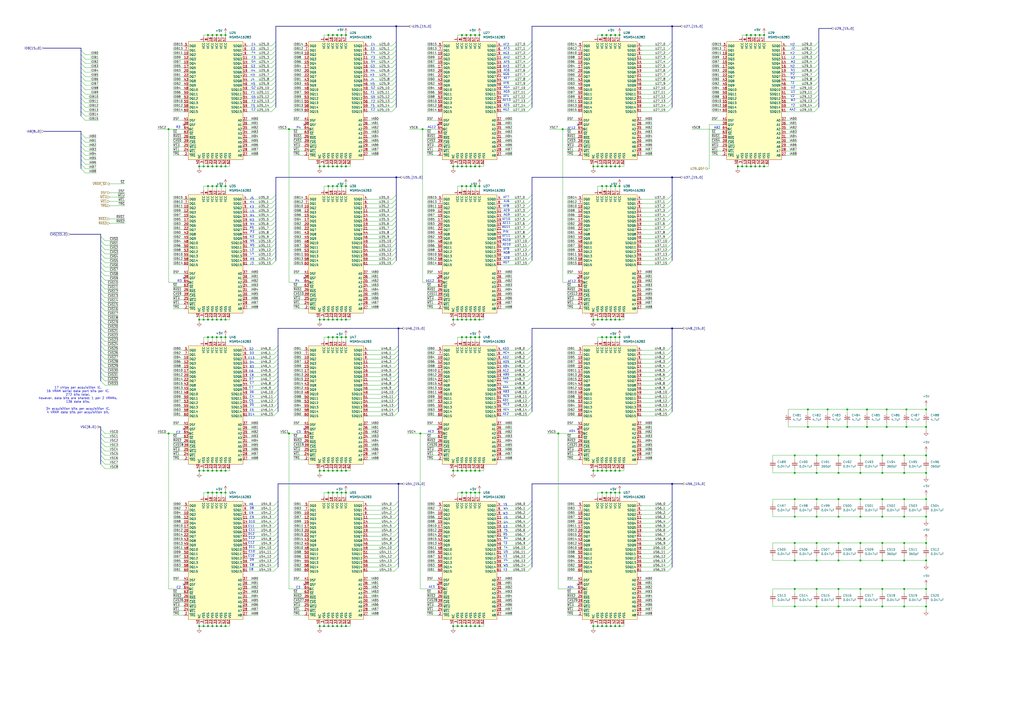
<source format=kicad_sch>
(kicad_sch (version 20250114) (generator "eeschema") (generator_version "9.0")
  (paper "A2")
  (text "E7" (at 145.796 225.044 0) (effects (font (size 1.27 1.27))))
  (text "D5" (at 146.05 234.95 0) (effects (font (size 1.27 1.27))))
  (text "T3" (at 293.116 315.214 0) (effects (font (size 1.27 1.27))))
  (text "D14" (at 145.796 240.538 0) (effects (font (size 1.27 1.27))))
  (text "C2" (at 103.378 250.952 0) (effects (font (size 1.27 1.27))))
  (text "C3" (at 173.228 250.698 0) (effects (font (size 1.27 1.27))))
  (text "AF10" (at 293.624 127.254 0) (effects (font (size 1.27 1.27))))
  (text "T4" (at 293.37 317.754 0) (effects (font (size 1.27 1.27))))
  (text "D9" (at 146.05 324.866 0) (effects (font (size 1.27 1.27))))
  (text "AE3" (at 249.936 250.444 0) (effects (font (size 1.27 1.27))))
  (text "K4" (at 146.304 117.348 0) (effects (font (size 1.27 1.27))))
  (text "Y2" (at 459.994 61.214 0) (effects (font (size 1.27 1.27))))
  (text "G3" (at 216.154 38.608 0) (effects (font (size 1.27 1.27))))
  (text "U3" (at 293.116 305.562 0) (effects (font (size 1.27 1.27))))
  (text "W4" (at 293.37 295.148 0) (effects (font (size 1.27 1.27))))
  (text "V3" (at 293.116 322.834 0) (effects (font (size 1.27 1.27))))
  (text "AA5" (at 293.37 219.71 0) (effects (font (size 1.27 1.27))))
  (text "R3" (at 103.378 73.914 0) (effects (font (size 1.27 1.27))))
  (text "G4" (at 147.066 35.814 0) (effects (font (size 1.27 1.27))))
  (text "C3" (at 172.974 340.868 0) (effects (font (size 1.27 1.27))))
  (text "F4" (at 216.408 30.734 0) (effects (font (size 1.27 1.27))))
  (text "F4" (at 147.066 30.734 0) (effects (font (size 1.27 1.27))))
  (text "C2" (at 103.632 340.868 0) (effects (font (size 1.27 1.27))))
  (text "AF3" (at 293.878 28.194 0) (effects (font (size 1.27 1.27))))
  (text "AG12" (at 250.444 73.914 0) (effects (font (size 1.27 1.27))))
  (text "J4" (at 146.558 46.228 0) (effects (font (size 1.27 1.27))))
  (text "N2" (at 459.74 38.608 0) (effects (font (size 1.27 1.27))))
  (text "P2" (at 459.74 43.18 0) (effects (font (size 1.27 1.27))))
  (text "H5" (at 146.812 48.768 0) (effects (font (size 1.27 1.27))))
  (text "AA4" (at 293.37 224.79 0) (effects (font (size 1.27 1.27))))
  (text "E10" (at 145.796 322.58 0) (effects (font (size 1.27 1.27))))
  (text "AD4" (at 330.962 340.868 0) (effects (font (size 1.27 1.27))))
  (text "F2" (at 147.066 58.928 0) (effects (font (size 1.27 1.27))))
  (text "M4" (at 146.304 125.222 0) (effects (font (size 1.27 1.27))))
  (text "C5" (at 145.796 232.664 0) (effects (font (size 1.27 1.27))))
  (text "G2" (at 147.066 51.054 0) (effects (font (size 1.27 1.27))))
  (text "D2" (at 145.796 202.692 0) (effects (font (size 1.27 1.27))))
  (text "AE2" (at 293.37 240.284 0) (effects (font (size 1.27 1.27))))
  (text "AD1" (at 293.37 232.41 0) (effects (font (size 1.27 1.27))))
  (text "C10" (at 146.05 320.04 0) (effects (font (size 1.27 1.27))))
  (text "E8" (at 145.796 330.454 0) (effects (font (size 1.27 1.27))))
  (text "U1" (at 459.994 53.34 0) (effects (font (size 1.27 1.27))))
  (text "AC5" (at 293.624 229.87 0) (effects (font (size 1.27 1.27))))
  (text "U5" (at 293.37 320.294 0) (effects (font (size 1.27 1.27))))
  (text "AE11" (at 293.878 129.54 0) (effects (font (size 1.27 1.27))))
  (text "AF5" (at 293.878 36.068 0) (effects (font (size 1.27 1.27))))
  (text "AF6" (at 293.624 48.26 0) (effects (font (size 1.27 1.27))))
  (text "AE13" (at 293.878 58.166 0) (effects (font (size 1.27 1.27))))
  (text "F1" (at 146.812 53.848 0) (effects (font (size 1.27 1.27))))
  (text "G2" (at 216.408 51.054 0) (effects (font (size 1.27 1.27))))
  (text "E5" (at 146.05 237.998 0) (effects (font (size 1.27 1.27))))
  (text "AB4" (at 293.624 212.598 0) (effects (font (size 1.27 1.27))))
  (text "E3" (at 146.812 28.448 0) (effects (font (size 1.27 1.27))))
  (text "V5" (at 293.37 300.482 0) (effects (font (size 1.27 1.27))))
  (text "H2" (at 459.74 25.908 0) (effects (font (size 1.27 1.27))))
  (text "D3" (at 146.05 204.978 0) (effects (font (size 1.27 1.27))))
  (text "V2" (at 459.74 55.88 0) (effects (font (size 1.27 1.27))))
  (text "AG7" (at 293.624 152.4 0) (effects (font (size 1.27 1.27))))
  (text "H3" (at 146.558 43.688 0) (effects (font (size 1.27 1.27))))
  (text "G5" (at 216.408 56.388 0) (effects (font (size 1.27 1.27))))
  (text "E13" (at 145.796 207.772 0) (effects (font (size 1.27 1.27))))
  (text "AB5" (at 293.624 217.424 0) (effects (font (size 1.27 1.27))))
  (text "AD5" (at 293.624 210.058 0) (effects (font (size 1.27 1.27))))
  (text "P5" (at 146.05 132.334 0) (effects (font (size 1.27 1.27))))
  (text "T5" (at 293.37 307.848 0) (effects (font (size 1.27 1.27))))
  (text "E9" (at 145.796 297.688 0) (effects (font (size 1.27 1.27))))
  (text "AD4" (at 331.978 250.19 0) (effects (font (size 1.27 1.27))))
  (text "M3" (at 146.05 127.762 0) (effects (font (size 1.27 1.27))))
  (text "J5" (at 146.05 115.062 0) (effects (font (size 1.27 1.27))))
  (text "R2" (at 459.994 45.466 0) (effects (font (size 1.27 1.27))))
  (text "AG2" (at 293.624 63.754 0) (effects (font (size 1.27 1.27))))
  (text "N3" (at 146.05 137.414 0) (effects (font (size 1.27 1.27))))
  (text "R4" (at 293.37 312.42 0) (effects (font (size 1.27 1.27))))
  (text "AJ6" (at 293.878 116.84 0) (effects (font (size 1.27 1.27))))
  (text "AF8" (at 293.624 119.634 0) (effects (font (size 1.27 1.27))))
  (text "AE4" (at 293.624 237.744 0) (effects (font (size 1.27 1.27))))
  (text "B3" (at 146.05 212.852 0) (effects (font (size 1.27 1.27))))
  (text "A6" (at 145.796 292.608 0) (effects (font (size 1.27 1.27))))
  (text "W3" (at 293.116 297.942 0) (effects (font (size 1.27 1.27))))
  (text "N1" (at 459.994 40.894 0) (effects (font (size 1.27 1.27))))
  (text "V4" (at 293.37 325.12 0) (effects (font (size 1.27 1.27))))
  (text "AD3" (at 293.37 202.438 0) (effects (font (size 1.27 1.27))))
  (text "C9" (at 146.05 300.228 0) (effects (font (size 1.27 1.27))))
  (text "E2" (at 216.408 63.754 0) (effects (font (size 1.27 1.27))))
  (text "E12" (at 145.796 314.96 0) (effects (font (size 1.27 1.27))))
  (text "Y5" (at 293.116 292.862 0) (effects (font (size 1.27 1.27))))
  (text "AG11" (at 293.624 131.826 0) (effects (font (size 1.27 1.27))))
  (text "AE8" (at 293.878 149.86 0) (effects (font (size 1.27 1.27))))
  (text "U4" (at 293.37 303.022 0) (effects (font (size 1.27 1.27))))
  (text "AH2" (at 293.878 33.528 0) (effects (font (size 1.27 1.27))))
  (text "L4" (at 146.304 147.32 0) (effects (font (size 1.27 1.27))))
  (text "AG4" (at 293.878 50.8 0) (effects (font (size 1.27 1.27))))
  (text "D4" (at 146.05 210.312 0) (effects (font (size 1.27 1.27))))
  (text "AC3" (at 293.624 234.696 0) (effects (font (size 1.27 1.27))))
  (text "K2" (at 459.74 30.988 0) (effects (font (size 1.27 1.27))))
  (text "AG8" (at 293.878 146.812 0) (effects (font (size 1.27 1.27))))
  (text "AC2" (at 293.37 215.138 0) (effects (font (size 1.27 1.27))))
  (text "G4" (at 216.408 35.814 0) (effects (font (size 1.27 1.27))))
  (text "H4" (at 146.812 41.148 0) (effects (font (size 1.27 1.27))))
  (text "P3" (at 146.304 134.62 0) (effects (font (size 1.27 1.27))))
  (text "AE6" (at 293.878 40.894 0) (effects (font (size 1.27 1.27))))
  (text "E3" (at 216.154 28.448 0) (effects (font (size 1.27 1.27))))
  (text "C11" (at 146.05 307.594 0) (effects (font (size 1.27 1.27))))
  (text "R3" (at 104.14 163.068 0) (effects (font (size 1.27 1.27))))
  (text "M2" (at 459.994 36.068 0) (effects (font (size 1.27 1.27))))
  (text "AA2" (at 459.74 63.754 0) (effects (font (size 1.27 1.27))))
  (text "AG9" (at 293.878 124.714 0) (effects (font (size 1.27 1.27))))
  (text "AF11" (at 293.624 136.906 0) (effects (font (size 1.27 1.27))))
  (text "P4" (at 172.466 163.068 0) (effects (font (size 1.27 1.27))))
  (text "H5" (at 216.154 48.768 0) (effects (font (size 1.27 1.27))))
  (text "PIN" (at 293.37 134.62 0) (effects (font (size 1.27 1.27))))
  (text "W2" (at 459.994 58.166 0) (effects (font (size 1.27 1.27))))
  (text "AE9" (at 293.878 122.174 0) (effects (font (size 1.27 1.27))))
  (text "J4" (at 215.9 46.228 0) (effects (font (size 1.27 1.27))))
  (text "K3" (at 146.05 120.142 0) (effects (font (size 1.27 1.27))))
  (text "AE7" (at 293.878 45.466 0) (effects (font (size 1.27 1.27))))
  (text "G5" (at 147.066 56.388 0) (effects (font (size 1.27 1.27))))
  (text "H3" (at 215.9 43.688 0) (effects (font (size 1.27 1.27))))
  (text "AD2" (at 293.37 207.518 0) (effects (font (size 1.27 1.27))))
  (text "F5" (at 216.154 61.468 0) (effects (font (size 1.27 1.27))))
  (text "AH3" (at 293.624 38.608 0) (effects (font (size 1.27 1.27))))
  (text "C7" (at 146.05 222.25 0) (effects (font (size 1.27 1.27))))
  (text "E4" (at 147.066 25.908 0) (effects (font (size 1.27 1.27))))
  (text "AF9" (at 293.624 144.526 0) (effects (font (size 1.27 1.27))))
  (text "AG3" (at 293.624 30.988 0) (effects (font (size 1.27 1.27))))
  (text "L2" (at 459.994 33.528 0) (effects (font (size 1.27 1.27))))
  (text "F1" (at 216.154 53.848 0) (effects (font (size 1.27 1.27))))
  (text "J3" (at 146.05 152.908 0) (effects (font (size 1.27 1.27))))
  (text "R5" (at 293.116 310.134 0) (effects (font (size 1.27 1.27))))
  (text "W5" (at 293.37 328.168 0) (effects (font (size 1.27 1.27))))
  (text "J2" (at 459.994 28.194 0) (effects (font (size 1.27 1.27))))
  (text "D6" (at 146.05 227.584 0) (effects (font (size 1.27 1.27))))
  (text "AG10" (at 293.878 139.446 0) (effects (font (size 1.27 1.27))))
  (text "AF12" (at 331.47 74.422 0) (effects (font (size 1.27 1.27))))
  (text "K5" (at 146.304 150.368 0) (effects (font (size 1.27 1.27))))
  (text "AF7" (at 293.624 114.554 0) (effects (font (size 1.27 1.27))))
  (text "17 chips per acquisition IC.\n16 VRAM serial data port bits per IC.\n272 bits total.\nhowever, data bits are shared: 1 per 2 VRAMs.\n136 data bits.\n\n34 acquisition bits per acquisition IC.\n4 VRAM data bits per acquisition bit." (at 45.212 232.156 0) (effects (font (size 1.27 1.27))))
  (text "C8" (at 146.05 327.914 0) (effects (font (size 1.27 1.27))))
  (text "G3" (at 146.812 38.608 0) (effects (font (size 1.27 1.27))))
  (text "F3" (at 147.066 33.528 0) (effects (font (size 1.27 1.27))))
  (text "C6" (at 146.05 217.678 0) (effects (font (size 1.27 1.27))))
  (text "T2" (at 459.74 48.26 0) (effects (font (size 1.27 1.27))))
  (text "D7" (at 145.796 219.964 0) (effects (font (size 1.27 1.27))))
  (text "H4" (at 216.154 41.148 0) (effects (font (size 1.27 1.27))))
  (text "E6" (at 145.796 215.392 0) (effects (font (size 1.27 1.27))))
  (text "D12" (at 145.796 309.88 0) (effects (font (size 1.27 1.27))))
  (text "C12" (at 146.05 312.166 0) (effects (font (size 1.27 1.27))))
  (text "P4" (at 173.228 74.168 0) (effects (font (size 1.27 1.27))))
  (text "L3" (at 146.05 145.034 0) (effects (font (size 1.27 1.27))))
  (text "AG6" (at 293.624 43.18 0) (effects (font (size 1.27 1.27))))
  (text "AG12" (at 249.428 163.068 0) (effects (font (size 1.27 1.27))))
  (text "AF2" (at 293.624 25.908 0) (effects (font (size 1.27 1.27))))
  (text "U2" (at 459.994 50.8 0) (effects (font (size 1.27 1.27))))
  (text "AE5" (at 293.878 61.214 0) (effects (font (size 1.27 1.27))))
  (text "AE10" (at 293.878 141.986 0) (effects (font (size 1.27 1.27))))
  (text "AE3" (at 250.444 340.614 0) (effects (font (size 1.27 1.27))))
  (text "F3" (at 216.408 33.528 0) (effects (font (size 1.27 1.27))))
  (text "AC4" (at 293.624 204.724 0) (effects (font (size 1.27 1.27))))
  (text "AB3" (at 293.624 227.33 0) (effects (font (size 1.27 1.27))))
  (text "F5" (at 146.812 61.468 0) (effects (font (size 1.27 1.27))))
  (text "Y4" (at 293.624 221.996 0) (effects (font (size 1.27 1.27))))
  (text "AF4" (at 293.624 55.88 0) (effects (font (size 1.27 1.27))))
  (text "F2" (at 216.408 58.928 0) (effects (font (size 1.27 1.27))))
  (text "L5" (at 146.304 122.682 0) (effects (font (size 1.27 1.27))))
  (text "N4" (at 146.304 130.048 0) (effects (font (size 1.27 1.27))))
  (text "E4" (at 216.408 25.908 0) (effects (font (size 1.27 1.27))))
  (text "AG5" (at 293.878 53.34 0) (effects (font (size 1.27 1.27))))
  (text "N5" (at 146.304 139.954 0) (effects (font (size 1.27 1.27))))
  (text "E2" (at 147.066 63.754 0) (effects (font (size 1.27 1.27))))
  (text "D8" (at 146.05 294.894 0) (effects (font (size 1.27 1.27))))
  (text "E11" (at 145.796 305.308 0) (effects (font (size 1.27 1.27))))
  (text "AB2" (at 416.052 74.168 0) (effects (font (size 1.27 1.27))))
  (text "Y3" (at 293.116 330.708 0) (effects (font (size 1.27 1.27))))
  (text "D10" (at 146.05 302.768 0) (effects (font (size 1.27 1.27))))
  (text "M5" (at 146.304 142.494 0) (effects (font (size 1.27 1.27))))
  (text "D11" (at 146.05 317.5 0) (effects (font (size 1.27 1.27))))
  (text "C4" (at 146.05 230.124 0) (effects (font (size 1.27 1.27))))
  (text "AF12" (at 331.724 163.322 0) (effects (font (size 1.27 1.27))))
  (junction (at 130.81 195.58))
  (junction (at 243.84 251.46))
  (junction (at 187.96 185.42))
  (junction (at 185.42 363.22))
  (junction (at 349.25 185.42))
  (junction (at 349.25 363.22))
  (junction (at 511.81 325.12))
  (junction (at 125.73 20.32))
  (junction (at 265.43 96.52))
  (junction (at 461.01 325.12))
  (junction (at 267.97 107.95))
  (junction (at 524.51 289.56))
  (junction (at 267.97 185.42))
  (junction (at 128.27 107.95))
  (junction (at 200.66 285.75))
  (junction (at 200.66 185.42))
  (junction (at 486.41 289.56))
  (junction (at 351.79 195.58))
  (junction (at 359.41 195.58))
  (junction (at 130.81 363.22))
  (junction (at 195.58 195.58))
  (junction (at 198.12 363.22))
  (junction (at 198.12 285.75))
  (junction (at 461.01 289.56))
  (junction (at 349.25 285.75))
  (junction (at 125.73 195.58))
  (junction (at 346.71 185.42))
  (junction (at 511.81 264.16))
  (junction (at 524.51 341.63))
  (junction (at 354.33 107.95))
  (junction (at 473.71 325.12))
  (junction (at 511.81 289.56))
  (junction (at 359.41 96.52))
  (junction (at 499.11 274.32))
  (junction (at 130.81 285.75))
  (junction (at 440.69 96.52))
  (junction (at 278.13 107.95))
  (junction (at 537.21 289.56))
  (junction (at 123.19 195.58))
  (junction (at 537.21 237.49))
  (junction (at 193.04 363.22))
  (junction (at 344.17 96.52))
  (junction (at 193.04 285.75))
  (junction (at 537.21 274.32))
  (junction (at 125.73 185.42))
  (junction (at 359.41 185.42))
  (junction (at 130.81 185.42))
  (junction (at 270.51 273.05))
  (junction (at 185.42 96.52))
  (junction (at 491.49 237.49))
  (junction (at 354.33 363.22))
  (junction (at 499.11 264.16))
  (junction (at 524.51 264.16))
  (junction (at 499.11 299.72))
  (junction (at 499.11 341.63))
  (junction (at 275.59 20.32))
  (junction (at 265.43 273.05))
  (junction (at 198.12 195.58))
  (junction (at 351.79 363.22))
  (junction (at 473.71 274.32))
  (junction (at 270.51 185.42))
  (junction (at 123.19 285.75))
  (junction (at 130.81 107.95))
  (junction (at 537.21 314.96))
  (junction (at 97.79 251.46))
  (junction (at 123.19 96.52))
  (junction (at 195.58 185.42))
  (junction (at 265.43 363.22))
  (junction (at 200.66 195.58))
  (junction (at 499.11 314.96))
  (junction (at 344.17 363.22))
  (junction (at 359.41 107.95))
  (junction (at 195.58 107.95))
  (junction (at 461.01 341.63))
  (junction (at 128.27 96.52))
  (junction (at 468.63 237.49))
  (junction (at 270.51 20.32))
  (junction (at 323.85 251.46))
  (junction (at 120.65 363.22))
  (junction (at 273.05 20.32))
  (junction (at 349.25 195.58))
  (junction (at 120.65 285.75))
  (junction (at 356.87 107.95))
  (junction (at 275.59 363.22))
  (junction (at 486.41 264.16))
  (junction (at 273.05 96.52))
  (junction (at 128.27 273.05))
  (junction (at 200.66 96.52))
  (junction (at 270.51 107.95))
  (junction (at 511.81 341.63))
  (junction (at 267.97 96.52))
  (junction (at 524.51 351.79))
  (junction (at 187.96 273.05))
  (junction (at 118.11 273.05))
  (junction (at 267.97 285.75))
  (junction (at 468.63 247.65))
  (junction (at 502.92 237.49))
  (junction (at 389.89 102.87))
  (junction (at 537.21 351.79))
  (junction (at 511.81 274.32))
  (junction (at 273.05 195.58))
  (junction (at 514.35 237.49))
  (junction (at 115.57 363.22))
  (junction (at 120.65 20.32))
  (junction (at 486.41 314.96))
  (junction (at 537.21 341.63))
  (junction (at 278.13 195.58))
  (junction (at 473.71 314.96))
  (junction (at 193.04 96.52))
  (junction (at 120.65 195.58))
  (junction (at 262.89 96.52))
  (junction (at 349.25 20.32))
  (junction (at 433.07 96.52))
  (junction (at 273.05 273.05))
  (junction (at 356.87 363.22))
  (junction (at 118.11 363.22))
  (junction (at 190.5 185.42))
  (junction (at 278.13 363.22))
  (junction (at 389.89 280.67))
  (junction (at 524.51 325.12))
  (junction (at 473.71 341.63))
  (junction (at 443.23 20.32))
  (junction (at 356.87 195.58))
  (junction (at 123.19 273.05))
  (junction (at 185.42 185.42))
  (junction (at 359.41 20.32))
  (junction (at 438.15 96.52))
  (junction (at 198.12 20.32))
  (junction (at 190.5 195.58))
  (junction (at 275.59 195.58))
  (junction (at 537.21 325.12))
  (junction (at 524.51 274.32))
  (junction (at 349.25 96.52))
  (junction (at 115.57 273.05))
  (junction (at 229.87 15.24))
  (junction (at 190.5 107.95))
  (junction (at 537.21 247.65))
  (junction (at 435.61 20.32))
  (junction (at 200.66 20.32))
  (junction (at 187.96 96.52))
  (junction (at 195.58 96.52))
  (junction (at 346.71 363.22))
  (junction (at 351.79 185.42))
  (junction (at 502.92 247.65))
  (junction (at 351.79 273.05))
  (junction (at 511.81 314.96))
  (junction (at 326.39 74.93))
  (junction (at 480.06 247.65))
  (junction (at 125.73 107.95))
  (junction (at 118.11 96.52))
  (junction (at 130.81 20.32))
  (junction (at 537.21 299.72))
  (junction (at 195.58 285.75))
  (junction (at 198.12 273.05))
  (junction (at 511.81 299.72))
  (junction (at 200.66 273.05))
  (junction (at 499.11 289.56))
  (junction (at 270.51 195.58))
  (junction (at 193.04 185.42))
  (junction (at 499.11 351.79))
  (junction (at 187.96 363.22))
  (junction (at 128.27 195.58))
  (junction (at 273.05 185.42))
  (junction (at 473.71 351.79))
  (junction (at 356.87 185.42))
  (junction (at 265.43 185.42))
  (junction (at 356.87 96.52))
  (junction (at 190.5 20.32))
  (junction (at 190.5 273.05))
  (junction (at 461.01 274.32))
  (junction (at 270.51 285.75))
  (junction (at 195.58 20.32))
  (junction (at 438.15 20.32))
  (junction (at 354.33 20.32))
  (junction (at 262.89 363.22))
  (junction (at 351.79 107.95))
  (junction (at 346.71 96.52))
  (junction (at 354.33 96.52))
  (junction (at 190.5 96.52))
  (junction (at 275.59 273.05))
  (junction (at 354.33 285.75))
  (junction (at 125.73 285.75))
  (junction (at 267.97 20.32))
  (junction (at 125.73 96.52))
  (junction (at 123.19 185.42))
  (junction (at 461.01 314.96))
  (junction (at 193.04 195.58))
  (junction (at 491.49 247.65))
  (junction (at 430.53 96.52))
  (junction (at 356.87 273.05))
  (junction (at 461.01 351.79))
  (junction (at 245.11 74.93))
  (junction (at 193.04 273.05))
  (junction (at 525.78 237.49))
  (junction (at 273.05 107.95))
  (junction (at 486.41 341.63))
  (junction (at 128.27 20.32))
  (junction (at 130.81 273.05))
  (junction (at 200.66 107.95))
  (junction (at 356.87 20.32))
  (junction (at 473.71 289.56))
  (junction (at 480.06 237.49))
  (junction (at 128.27 185.42))
  (junction (at 525.78 247.65))
  (junction (at 389.89 190.5))
  (junction (at 193.04 20.32))
  (junction (at 115.57 96.52))
  (junction (at 270.51 363.22))
  (junction (at 346.71 273.05))
  (junction (at 344.17 273.05))
  (junction (at 278.13 185.42))
  (junction (at 514.35 247.65))
  (junction (at 130.81 96.52))
  (junction (at 120.65 107.95))
  (junction (at 128.27 363.22))
  (junction (at 344.17 185.42))
  (junction (at 278.13 273.05))
  (junction (at 354.33 185.42))
  (junction (at 351.79 20.32))
  (junction (at 389.89 15.24))
  (junction (at 200.66 363.22))
  (junction (at 193.04 107.95))
  (junction (at 195.58 363.22))
  (junction (at 123.19 20.32))
  (junction (at 354.33 273.05))
  (junction (at 198.12 107.95))
  (junction (at 273.05 285.75))
  (junction (at 198.12 96.52))
  (junction (at 356.87 285.75))
  (junction (at 115.57 185.42))
  (junction (at 499.11 325.12))
  (junction (at 354.33 195.58))
  (junction (at 229.87 102.87))
  (junction (at 167.64 251.46))
  (junction (at 524.51 314.96))
  (junction (at 123.19 107.95))
  (junction (at 125.73 363.22))
  (junction (at 433.07 20.32))
  (junction (at 278.13 96.52))
  (junction (at 275.59 285.75))
  (junction (at 351.79 285.75))
  (junction (at 486.41 274.32))
  (junction (at 120.65 96.52))
  (junction (at 231.14 280.67))
  (junction (at 275.59 96.52))
  (junction (at 473.71 264.16))
  (junction (at 461.01 299.72))
  (junction (at 118.11 185.42))
  (junction (at 359.41 285.75))
  (junction (at 231.14 190.5))
  (junction (at 359.41 273.05))
  (junction (at 349.25 273.05))
  (junction (at 359.41 363.22))
  (junction (at 524.51 299.72))
  (junction (at 486.41 325.12))
  (junction (at 351.79 96.52))
  (junction (at 473.71 299.72))
  (junction (at 120.65 273.05))
  (junction (at 486.41 299.72))
  (junction (at 440.69 20.32))
  (junction (at 275.59 107.95))
  (junction (at 435.61 96.52))
  (junction (at 267.97 195.58))
  (junction (at 97.79 74.93))
  (junction (at 190.5 285.75))
  (junction (at 128.27 285.75))
  (junction (at 190.5 363.22))
  (junction (at 486.41 351.79))
  (junction (at 267.97 273.05))
  (junction (at 349.25 107.95))
  (junction (at 270.51 96.52))
  (junction (at 273.05 363.22))
  (junction (at 511.81 351.79))
  (junction (at 537.21 264.16))
  (junction (at 461.01 264.16))
  (junction (at 167.64 74.93))
  (junction (at 185.42 273.05))
  (junction (at 262.89 185.42))
  (junction (at 125.73 273.05))
  (junction (at 123.19 363.22))
  (junction (at 278.13 20.32))
  (junction (at 198.12 185.42))
  (junction (at 443.23 96.52))
  (junction (at 278.13 285.75))
  (junction (at 262.89 273.05))
  (junction (at 427.99 96.52))
  (junction (at 120.65 185.42))
  (junction (at 267.97 363.22))
  (junction (at 275.59 185.42))
  (junction (at 195.58 273.05))
  (no_connect (at 335.28 72.39))
  (no_connect (at 176.53 161.29))
  (no_connect (at 254 72.39))
  (no_connect (at 176.53 72.39))
  (no_connect (at 335.28 248.92))
  (no_connect (at 106.68 72.39))
  (no_connect (at 106.68 248.92))
  (no_connect (at 106.68 339.09))
  (no_connect (at 335.28 161.29))
  (no_connect (at 254 339.09))
  (no_connect (at 254 248.92))
  (no_connect (at 254 161.29))
  (no_connect (at 335.28 339.09))
  (no_connect (at 106.68 161.29))
  (no_connect (at 176.53 248.92))
  (no_connect (at 176.53 339.09))
  (bus_entry (at 389.89 303.53) (size -2.54 2.54))
  (bus_entry (at 161.29 321.31) (size -2.54 2.54))
  (bus_entry (at 308.61 200.66) (size -2.54 2.54))
  (bus_entry (at 60.96 254) (size -2.54 -2.54))
  (bus_entry (at 58.42 195.58) (size 2.54 2.54))
  (bus_entry (at 58.42 187.96) (size 2.54 2.54))
  (bus_entry (at 229.87 146.05) (size -2.54 2.54))
  (bus_entry (at 229.87 29.21) (size -2.54 2.54))
  (bus_entry (at 389.89 146.05) (size -2.54 2.54))
  (bus_entry (at 231.14 295.91) (size -2.54 2.54))
  (bus_entry (at 308.61 46.99) (size -2.54 2.54))
  (bus_entry (at 161.29 223.52) (size -2.54 2.54))
  (bus_entry (at 389.89 220.98) (size -2.54 2.54))
  (bus_entry (at 308.61 316.23) (size -2.54 2.54))
  (bus_entry (at 160.02 115.57) (size -2.54 2.54))
  (bus_entry (at 58.42 182.88) (size 2.54 2.54))
  (bus_entry (at 161.29 228.6) (size -2.54 2.54))
  (bus_entry (at 161.29 203.2) (size -2.54 2.54))
  (bus_entry (at 58.42 172.72) (size 2.54 2.54))
  (bus_entry (at 46.99 90.17) (size 2.54 2.54))
  (bus_entry (at 308.61 215.9) (size -2.54 2.54))
  (bus_entry (at 389.89 46.99) (size -2.54 2.54))
  (bus_entry (at 308.61 62.23) (size -2.54 2.54))
  (bus_entry (at 308.61 228.6) (size -2.54 2.54))
  (bus_entry (at 231.14 328.93) (size -2.54 2.54))
  (bus_entry (at 229.87 57.15) (size -2.54 2.54))
  (bus_entry (at 308.61 208.28) (size -2.54 2.54))
  (bus_entry (at 58.42 213.36) (size 2.54 2.54))
  (bus_entry (at 474.98 44.45) (size -2.54 2.54))
  (bus_entry (at 229.87 39.37) (size -2.54 2.54))
  (bus_entry (at 160.02 143.51) (size -2.54 2.54))
  (bus_entry (at 46.99 87.63) (size 2.54 2.54))
  (bus_entry (at 308.61 295.91) (size -2.54 2.54))
  (bus_entry (at 58.42 160.02) (size 2.54 2.54))
  (bus_entry (at 161.29 300.99) (size -2.54 2.54))
  (bus_entry (at 389.89 138.43) (size -2.54 2.54))
  (bus_entry (at 58.42 149.86) (size 2.54 2.54))
  (bus_entry (at 229.87 36.83) (size -2.54 2.54))
  (bus_entry (at 161.29 293.37) (size -2.54 2.54))
  (bus_entry (at 389.89 215.9) (size -2.54 2.54))
  (bus_entry (at 389.89 223.52) (size -2.54 2.54))
  (bus_entry (at 474.98 49.53) (size -2.54 2.54))
  (bus_entry (at 389.89 213.36) (size -2.54 2.54))
  (bus_entry (at 161.29 328.93) (size -2.54 2.54))
  (bus_entry (at 389.89 128.27) (size -2.54 2.54))
  (bus_entry (at 229.87 46.99) (size -2.54 2.54))
  (bus_entry (at 229.87 120.65) (size -2.54 2.54))
  (bus_entry (at 389.89 59.69) (size -2.54 2.54))
  (bus_entry (at 389.89 295.91) (size -2.54 2.54))
  (bus_entry (at 308.61 233.68) (size -2.54 2.54))
  (bus_entry (at 58.42 144.78) (size 2.54 2.54))
  (bus_entry (at 308.61 59.69) (size -2.54 2.54))
  (bus_entry (at 46.99 62.23) (size 2.54 2.54))
  (bus_entry (at 231.14 290.83) (size -2.54 2.54))
  (bus_entry (at 389.89 228.6) (size -2.54 2.54))
  (bus_entry (at 229.87 44.45) (size -2.54 2.54))
  (bus_entry (at 46.99 39.37) (size 2.54 2.54))
  (bus_entry (at 389.89 233.68) (size -2.54 2.54))
  (bus_entry (at 58.42 177.8) (size 2.54 2.54))
  (bus_entry (at 229.87 123.19) (size -2.54 2.54))
  (bus_entry (at 308.61 306.07) (size -2.54 2.54))
  (bus_entry (at 231.14 293.37) (size -2.54 2.54))
  (bus_entry (at 308.61 290.83) (size -2.54 2.54))
  (bus_entry (at 389.89 290.83) (size -2.54 2.54))
  (bus_entry (at 161.29 326.39) (size -2.54 2.54))
  (bus_entry (at 308.61 39.37) (size -2.54 2.54))
  (bus_entry (at 229.87 59.69) (size -2.54 2.54))
  (bus_entry (at 389.89 49.53) (size -2.54 2.54))
  (bus_entry (at 160.02 135.89) (size -2.54 2.54))
  (bus_entry (at 308.61 113.03) (size -2.54 2.54))
  (bus_entry (at 474.98 24.13) (size -2.54 2.54))
  (bus_entry (at 231.14 215.9) (size -2.54 2.54))
  (bus_entry (at 308.61 34.29) (size -2.54 2.54))
  (bus_entry (at 389.89 226.06) (size -2.54 2.54))
  (bus_entry (at 389.89 140.97) (size -2.54 2.54))
  (bus_entry (at 229.87 151.13) (size -2.54 2.54))
  (bus_entry (at 161.29 218.44) (size -2.54 2.54))
  (bus_entry (at 389.89 308.61) (size -2.54 2.54))
  (bus_entry (at 161.29 303.53) (size -2.54 2.54))
  (bus_entry (at 58.42 218.44) (size 2.54 2.54))
  (bus_entry (at 46.99 57.15) (size 2.54 2.54))
  (bus_entry (at 160.02 46.99) (size -2.54 2.54))
  (bus_entry (at 389.89 236.22) (size -2.54 2.54))
  (bus_entry (at 229.87 34.29) (size -2.54 2.54))
  (bus_entry (at 308.61 26.67) (size -2.54 2.54))
  (bus_entry (at 389.89 321.31) (size -2.54 2.54))
  (bus_entry (at 308.61 130.81) (size -2.54 2.54))
  (bus_entry (at 389.89 133.35) (size -2.54 2.54))
  (bus_entry (at 308.61 321.31) (size -2.54 2.54))
  (bus_entry (at 46.99 59.69) (size 2.54 2.54))
  (bus_entry (at 308.61 44.45) (size -2.54 2.54))
  (bus_entry (at 389.89 298.45) (size -2.54 2.54))
  (bus_entry (at 160.02 39.37) (size -2.54 2.54))
  (bus_entry (at 308.61 143.51) (size -2.54 2.54))
  (bus_entry (at 389.89 31.75) (size -2.54 2.54))
  (bus_entry (at 229.87 118.11) (size -2.54 2.54))
  (bus_entry (at 160.02 125.73) (size -2.54 2.54))
  (bus_entry (at 308.61 210.82) (size -2.54 2.54))
  (bus_entry (at 308.61 140.97) (size -2.54 2.54))
  (bus_entry (at 161.29 231.14) (size -2.54 2.54))
  (bus_entry (at 308.61 54.61) (size -2.54 2.54))
  (bus_entry (at 389.89 57.15) (size -2.54 2.54))
  (bus_entry (at 308.61 133.35) (size -2.54 2.54))
  (bus_entry (at 229.87 24.13) (size -2.54 2.54))
  (bus_entry (at 474.98 39.37) (size -2.54 2.54))
  (bus_entry (at 160.02 31.75) (size -2.54 2.54))
  (bus_entry (at 161.29 316.23) (size -2.54 2.54))
  (bus_entry (at 229.87 135.89) (size -2.54 2.54))
  (bus_entry (at 389.89 313.69) (size -2.54 2.54))
  (bus_entry (at 160.02 34.29) (size -2.54 2.54))
  (bus_entry (at 58.42 200.66) (size 2.54 2.54))
  (bus_entry (at 160.02 26.67) (size -2.54 2.54))
  (bus_entry (at 60.96 256.54) (size -2.54 -2.54))
  (bus_entry (at 308.61 236.22) (size -2.54 2.54))
  (bus_entry (at 58.42 198.12) (size 2.54 2.54))
  (bus_entry (at 389.89 52.07) (size -2.54 2.54))
  (bus_entry (at 229.87 26.67) (size -2.54 2.54))
  (bus_entry (at 308.61 223.52) (size -2.54 2.54))
  (bus_entry (at 389.89 54.61) (size -2.54 2.54))
  (bus_entry (at 160.02 44.45) (size -2.54 2.54))
  (bus_entry (at 231.14 218.44) (size -2.54 2.54))
  (bus_entry (at 46.99 80.01) (size 2.54 2.54))
  (bus_entry (at 308.61 205.74) (size -2.54 2.54))
  (bus_entry (at 58.42 185.42) (size 2.54 2.54))
  (bus_entry (at 389.89 323.85) (size -2.54 2.54))
  (bus_entry (at 229.87 62.23) (size -2.54 2.54))
  (bus_entry (at 58.42 208.28) (size 2.54 2.54))
  (bus_entry (at 389.89 135.89) (size -2.54 2.54))
  (bus_entry (at 308.61 52.07) (size -2.54 2.54))
  (bus_entry (at 60.96 259.08) (size -2.54 -2.54))
  (bus_entry (at 389.89 143.51) (size -2.54 2.54))
  (bus_entry (at 46.99 36.83) (size 2.54 2.54))
  (bus_entry (at 161.29 238.76) (size -2.54 2.54))
  (bus_entry (at 231.14 300.99) (size -2.54 2.54))
  (bus_entry (at 308.61 31.75) (size -2.54 2.54))
  (bus_entry (at 389.89 238.76) (size -2.54 2.54))
  (bus_entry (at 229.87 140.97) (size -2.54 2.54))
  (bus_entry (at 46.99 46.99) (size 2.54 2.54))
  (bus_entry (at 389.89 24.13) (size -2.54 2.54))
  (bus_entry (at 474.98 29.21) (size -2.54 2.54))
  (bus_entry (at 308.61 57.15) (size -2.54 2.54))
  (bus_entry (at 46.99 34.29) (size 2.54 2.54))
  (bus_entry (at 60.96 269.24) (size -2.54 -2.54))
  (bus_entry (at 160.02 49.53) (size -2.54 2.54))
  (bus_entry (at 308.61 41.91) (size -2.54 2.54))
  (bus_entry (at 308.61 328.93) (size -2.54 2.54))
  (bus_entry (at 308.61 326.39) (size -2.54 2.54))
  (bus_entry (at 229.87 143.51) (size -2.54 2.54))
  (bus_entry (at 46.99 49.53) (size 2.54 2.54))
  (bus_entry (at 46.99 52.07) (size 2.54 2.54))
  (bus_entry (at 229.87 148.59) (size -2.54 2.54))
  (bus_entry (at 231.14 303.53) (size -2.54 2.54))
  (bus_entry (at 229.87 115.57) (size -2.54 2.54))
  (bus_entry (at 231.14 228.6) (size -2.54 2.54))
  (bus_entry (at 308.61 238.76) (size -2.54 2.54))
  (bus_entry (at 58.42 170.18) (size 2.54 2.54))
  (bus_entry (at 308.61 203.2) (size -2.54 2.54))
  (bus_entry (at 308.61 231.14) (size -2.54 2.54))
  (bus_entry (at 389.89 151.13) (size -2.54 2.54))
  (bus_entry (at 308.61 323.85) (size -2.54 2.54))
  (bus_entry (at 389.89 210.82) (size -2.54 2.54))
  (bus_entry (at 308.61 120.65) (size -2.54 2.54))
  (bus_entry (at 160.02 146.05) (size -2.54 2.54))
  (bus_entry (at 474.98 54.61) (size -2.54 2.54))
  (bus_entry (at 231.14 223.52) (size -2.54 2.54))
  (bus_entry (at 389.89 39.37) (size -2.54 2.54))
  (bus_entry (at 229.87 54.61) (size -2.54 2.54))
  (bus_entry (at 46.99 31.75) (size 2.54 2.54))
  (bus_entry (at 229.87 113.03) (size -2.54 2.54))
  (bus_entry (at 231.14 313.69) (size -2.54 2.54))
  (bus_entry (at 231.14 318.77) (size -2.54 2.54))
  (bus_entry (at 161.29 226.06) (size -2.54 2.54))
  (bus_entry (at 60.96 271.78) (size -2.54 -2.54))
  (bus_entry (at 231.14 231.14) (size -2.54 2.54))
  (bus_entry (at 46.99 95.25) (size 2.54 2.54))
  (bus_entry (at 160.02 24.13) (size -2.54 2.54))
  (bus_entry (at 229.87 52.07) (size -2.54 2.54))
  (bus_entry (at 308.61 125.73) (size -2.54 2.54))
  (bus_entry (at 231.14 306.07) (size -2.54 2.54))
  (bus_entry (at 160.02 36.83) (size -2.54 2.54))
  (bus_entry (at 308.61 303.53) (size -2.54 2.54))
  (bus_entry (at 160.02 57.15) (size -2.54 2.54))
  (bus_entry (at 308.61 311.15) (size -2.54 2.54))
  (bus_entry (at 161.29 313.69) (size -2.54 2.54))
  (bus_entry (at 46.99 82.55) (size 2.54 2.54))
  (bus_entry (at 58.42 165.1) (size 2.54 2.54))
  (bus_entry (at 160.02 54.61) (size -2.54 2.54))
  (bus_entry (at 308.61 115.57) (size -2.54 2.54))
  (bus_entry (at 389.89 36.83) (size -2.54 2.54))
  (bus_entry (at 308.61 300.99) (size -2.54 2.54))
  (bus_entry (at 161.29 213.36) (size -2.54 2.54))
  (bus_entry (at 46.99 97.79) (size 2.54 2.54))
  (bus_entry (at 231.14 236.22) (size -2.54 2.54))
  (bus_entry (at 229.87 133.35) (size -2.54 2.54))
  (bus_entry (at 160.02 59.69) (size -2.54 2.54))
  (bus_entry (at 58.42 152.4) (size 2.54 2.54))
  (bus_entry (at 474.98 57.15) (size -2.54 2.54))
  (bus_entry (at 389.89 29.21) (size -2.54 2.54))
  (bus_entry (at 389.89 208.28) (size -2.54 2.54))
  (bus_entry (at 160.02 128.27) (size -2.54 2.54))
  (bus_entry (at 160.02 29.21) (size -2.54 2.54))
  (bus_entry (at 474.98 46.99) (size -2.54 2.54))
  (bus_entry (at 161.29 306.07) (size -2.54 2.54))
  (bus_entry (at 231.14 203.2) (size -2.54 2.54))
  (bus_entry (at 58.42 215.9) (size 2.54 2.54))
  (bus_entry (at 308.61 128.27) (size -2.54 2.54))
  (bus_entry (at 58.42 137.16) (size 2.54 2.54))
  (bus_entry (at 46.99 29.21) (size 2.54 2.54))
  (bus_entry (at 474.98 62.23) (size -2.54 2.54))
  (bus_entry (at 229.87 31.75) (size -2.54 2.54))
  (bus_entry (at 308.61 226.06) (size -2.54 2.54))
  (bus_entry (at 308.61 118.11) (size -2.54 2.54))
  (bus_entry (at 161.29 205.74) (size -2.54 2.54))
  (bus_entry (at 60.96 264.16) (size -2.54 -2.54))
  (bus_entry (at 389.89 300.99) (size -2.54 2.54))
  (bus_entry (at 389.89 218.44) (size -2.54 2.54))
  (bus_entry (at 389.89 34.29) (size -2.54 2.54))
  (bus_entry (at 308.61 220.98) (size -2.54 2.54))
  (bus_entry (at 46.99 92.71) (size 2.54 2.54))
  (bus_entry (at 160.02 133.35) (size -2.54 2.54))
  (bus_entry (at 161.29 200.66) (size -2.54 2.54))
  (bus_entry (at 58.42 139.7) (size 2.54 2.54))
  (bus_entry (at 231.14 208.28) (size -2.54 2.54))
  (bus_entry (at 308.61 146.05) (size -2.54 2.54))
  (bus_entry (at 229.87 130.81) (size -2.54 2.54))
  (bus_entry (at 389.89 203.2) (size -2.54 2.54))
  (bus_entry (at 474.98 36.83) (size -2.54 2.54))
  (bus_entry (at 60.96 251.46) (size -2.54 -2.54))
  (bus_entry (at 308.61 308.61) (size -2.54 2.54))
  (bus_entry (at 474.98 26.67) (size -2.54 2.54))
  (bus_entry (at 474.98 59.69) (size -2.54 2.54))
  (bus_entry (at 46.99 77.47) (size 2.54 2.54))
  (bus_entry (at 389.89 41.91) (size -2.54 2.54))
  (bus_entry (at 161.29 233.68) (size -2.54 2.54))
  (bus_entry (at 58.42 154.94) (size 2.54 2.54))
  (bus_entry (at 160.02 140.97) (size -2.54 2.54))
  (bus_entry (at 161.29 311.15) (size -2.54 2.54))
  (bus_entry (at 60.96 266.7) (size -2.54 -2.54))
  (bus_entry (at 160.02 62.23) (size -2.54 2.54))
  (bus_entry (at 161.29 318.77) (size -2.54 2.54))
  (bus_entry (at 389.89 130.81) (size -2.54 2.54))
  (bus_entry (at 229.87 41.91) (size -2.54 2.54))
  (bus_entry (at 46.99 44.45) (size 2.54 2.54))
  (bus_entry (at 389.89 311.15) (size -2.54 2.54))
  (bus_entry (at 389.89 125.73) (size -2.54 2.54))
  (bus_entry (at 161.29 215.9) (size -2.54 2.54))
  (bus_entry (at 46.99 64.77) (size 2.54 2.54))
  (bus_entry (at 161.29 323.85) (size -2.54 2.54))
  (bus_entry (at 160.02 130.81) (size -2.54 2.54))
  (bus_entry (at 58.42 203.2) (size 2.54 2.54))
  (bus_entry (at 389.89 26.67) (size -2.54 2.54))
  (bus_entry (at 308.61 49.53) (size -2.54 2.54))
  (bus_entry (at 389.89 123.19) (size -2.54 2.54))
  (bus_entry (at 161.29 220.98) (size -2.54 2.54))
  (bus_entry (at 308.61 36.83) (size -2.54 2.54))
  (bus_entry (at 160.02 118.11) (size -2.54 2.54))
  (bus_entry (at 389.89 115.57) (size -2.54 2.54))
  (bus_entry (at 231.14 233.68) (size -2.54 2.54))
  (bus_entry (at 231.14 326.39) (size -2.54 2.54))
  (bus_entry (at 231.14 321.31) (size -2.54 2.54))
  (bus_entry (at 231.14 205.74) (size -2.54 2.54))
  (bus_entry (at 160.02 120.65) (size -2.54 2.54))
  (bus_entry (at 46.99 85.09) (size 2.54 2.54))
  (bus_entry (at 58.42 147.32) (size 2.54 2.54))
  (bus_entry (at 474.98 31.75) (size -2.54 2.54))
  (bus_entry (at 231.14 213.36) (size -2.54 2.54))
  (bus_entry (at 46.99 54.61) (size 2.54 2.54))
  (bus_entry (at 58.42 180.34) (size 2.54 2.54))
  (bus_entry (at 389.89 326.39) (size -2.54 2.54))
  (bus_entry (at 308.61 148.59) (size -2.54 2.54))
  (bus_entry (at 308.61 138.43) (size -2.54 2.54))
  (bus_entry (at 58.42 193.04) (size 2.54 2.54))
  (bus_entry (at 308.61 151.13) (size -2.54 2.54))
  (bus_entry (at 161.29 210.82) (size -2.54 2.54))
  (bus_entry (at 389.89 318.77) (size -2.54 2.54))
  (bus_entry (at 58.42 162.56) (size 2.54 2.54))
  (bus_entry (at 389.89 113.03) (size -2.54 2.54))
  (bus_entry (at 58.42 142.24) (size 2.54 2.54))
  (bus_entry (at 308.61 313.69) (size -2.54 2.54))
  (bus_entry (at 389.89 328.93) (size -2.54 2.54))
  (bus_entry (at 160.02 123.19) (size -2.54 2.54))
  (bus_entry (at 231.14 200.66) (size -2.54 2.54))
  (bus_entry (at 231.14 220.98) (size -2.54 2.54))
  (bus_entry (at 161.29 308.61) (size -2.54 2.54))
  (bus_entry (at 389.89 231.14) (size -2.54 2.54))
  (bus_entry (at 389.89 118.11) (size -2.54 2.54))
  (bus_entry (at 229.87 138.43) (size -2.54 2.54))
  (bus_entry (at 160.02 151.13) (size -2.54 2.54))
  (bus_entry (at 389.89 120.65) (size -2.54 2.54))
  (bus_entry (at 308.61 135.89) (size -2.54 2.54))
  (bus_entry (at 389.89 44.45) (size -2.54 2.54))
  (bus_entry (at 161.29 290.83) (size -2.54 2.54))
  (bus_entry (at 389.89 62.23) (size -2.54 2.54))
  (bus_entry (at 46.99 41.91) (size 2.54 2.54))
  (bus_entry (at 58.42 190.5) (size 2.54 2.54))
  (bus_entry (at 308.61 318.77) (size -2.54 2.54))
  (bus_entry (at 389.89 316.23) (size -2.54 2.54))
  (bus_entry (at 389.89 306.07) (size -2.54 2.54))
  (bus_entry (at 308.61 24.13) (size -2.54 2.54))
  (bus_entry (at 60.96 261.62) (size -2.54 -2.54))
  (bus_entry (at 308.61 298.45) (size -2.54 2.54))
  (bus_entry (at 389.89 148.59) (size -2.54 2.54))
  (bus_entry (at 160.02 52.07) (size -2.54 2.54))
  (bus_entry (at 389.89 293.37) (size -2.54 2.54))
  (bus_entry (at 231.14 323.85) (size -2.54 2.54))
  (bus_entry (at 474.98 34.29) (size -2.54 2.54))
  (bus_entry (at 160.02 148.59) (size -2.54 2.54))
  (bus_entry (at 58.42 205.74) (size 2.54 2.54))
  (bus_entry (at 231.14 298.45) (size -2.54 2.54))
  (bus_entry (at 389.89 205.74) (size -2.54 2.54))
  (bus_entry (at 474.98 41.91) (size -2.54 2.54))
  (bus_entry (at 58.42 220.98) (size 2.54 2.54))
  (bus_entry (at 160.02 113.03) (size -2.54 2.54))
  (bus_entry (at 231.14 308.61) (size -2.54 2.54))
  (bus_entry (at 308.61 213.36) (size -2.54 2.54))
  (bus_entry (at 58.42 167.64) (size 2.54 2.54))
  (bus_entry (at 161.29 295.91) (size -2.54 2.54))
  (bus_entry (at 160.02 41.91) (size -2.54 2.54))
  (bus_entry (at 231.14 226.06) (size -2.54 2.54))
  (bus_entry (at 161.29 298.45) (size -2.54 2.54))
  (bus_entry (at 231.14 316.23) (size -2.54 2.54))
  (bus_entry (at 229.87 49.53) (size -2.54 2.54))
  (bus_entry (at 474.98 52.07) (size -2.54 2.54))
  (bus_entry (at 229.87 128.27) (size -2.54 2.54))
  (bus_entry (at 46.99 67.31) (size 2.54 2.54))
  (bus_entry (at 231.14 238.76) (size -2.54 2.54))
  (bus_entry (at 231.14 210.82) (size -2.54 2.54))
  (bus_entry (at 58.42 210.82) (size 2.54 2.54))
  (bus_entry (at 160.02 138.43) (size -2.54 2.54))
  (bus_entry (at 231.14 311.15) (size -2.54 2.54))
  (bus_entry (at 58.42 157.48) (size 2.54 2.54))
  (bus_entry (at 308.61 218.44) (size -2.54 2.54))
  (bus_entry (at 308.61 123.19) (size -2.54 2.54))
  (bus_entry (at 308.61 293.37) (size -2.54 2.54))
  (bus_entry (at 58.42 175.26) (size 2.54 2.54))
  (bus_entry (at 161.29 236.22) (size -2.54 2.54))
  (bus_entry (at 308.61 29.21) (size -2.54 2.54))
  (bus_entry (at 161.29 208.28) (size -2.54 2.54))
  (bus_entry (at 229.87 125.73) (size -2.54 2.54))
  (bus_entry (at 389.89 200.66) (size -2.54 2.54))
  (bus (pts (xy 58.42 162.56) (xy 58.42 160.02)))
  (wire (pts (xy 120.65 185.42) (xy 123.19 185.42)))
  (wire (pts (xy 524.51 299.72) (xy 537.21 299.72)))
  (wire (pts (xy 97.79 163.83) (xy 106.68 163.83)))
  (wire (pts (xy 290.83 133.35) (xy 306.07 133.35)))
  (wire (pts (xy 219.71 341.63) (xy 213.36 341.63)))
  (wire (pts (xy 344.17 361.95) (xy 344.17 363.22)))
  (wire (pts (xy 143.51 236.22) (xy 158.75 236.22)))
  (wire (pts (xy 328.93 238.76) (xy 335.28 238.76)))
  (wire (pts (xy 237.49 74.93) (xy 245.11 74.93)))
  (wire (pts (xy 125.73 195.58) (xy 128.27 195.58)))
  (wire (pts (xy 378.46 259.08) (xy 372.11 259.08)))
  (wire (pts (xy 200.66 273.05) (xy 200.66 271.78)))
  (bus (pts (xy 389.89 57.15) (xy 389.89 54.61)))
  (bus (pts (xy 389.89 62.23) (xy 389.89 59.69)))
  (bus (pts (xy 58.42 149.86) (xy 58.42 147.32)))
  (wire (pts (xy 346.71 195.58) (xy 349.25 195.58)))
  (bus (pts (xy 308.61 218.44) (xy 308.61 215.9)))
  (wire (pts (xy 125.73 107.95) (xy 125.73 110.49)))
  (wire (pts (xy 213.36 69.85) (xy 219.71 69.85)))
  (wire (pts (xy 378.46 87.63) (xy 372.11 87.63)))
  (bus (pts (xy 160.02 133.35) (xy 160.02 130.81)))
  (bus (pts (xy 231.14 210.82) (xy 231.14 208.28)))
  (bus (pts (xy 308.61 26.67) (xy 308.61 24.13)))
  (wire (pts (xy 247.65 231.14) (xy 254 231.14)))
  (wire (pts (xy 187.96 185.42) (xy 190.5 185.42)))
  (wire (pts (xy 203.2 185.42) (xy 203.2 184.15)))
  (bus (pts (xy 160.02 15.24) (xy 229.87 15.24)))
  (bus (pts (xy 308.61 313.69) (xy 308.61 311.15)))
  (wire (pts (xy 297.18 72.39) (xy 290.83 72.39)))
  (bus (pts (xy 308.61 316.23) (xy 308.61 313.69)))
  (wire (pts (xy 247.65 171.45) (xy 254 171.45)))
  (wire (pts (xy 435.61 96.52) (xy 438.15 96.52)))
  (wire (pts (xy 143.51 123.19) (xy 157.48 123.19)))
  (wire (pts (xy 440.69 20.32) (xy 440.69 21.59)))
  (wire (pts (xy 346.71 195.58) (xy 346.71 198.12)))
  (wire (pts (xy 247.65 118.11) (xy 254 118.11)))
  (wire (pts (xy 170.18 176.53) (xy 176.53 176.53)))
  (wire (pts (xy 143.51 138.43) (xy 157.48 138.43)))
  (wire (pts (xy 149.86 173.99) (xy 143.51 173.99)))
  (wire (pts (xy 346.71 20.32) (xy 346.71 21.59)))
  (wire (pts (xy 247.65 39.37) (xy 254 39.37)))
  (wire (pts (xy 149.86 339.09) (xy 143.51 339.09)))
  (wire (pts (xy 537.21 245.11) (xy 537.21 247.65)))
  (wire (pts (xy 511.81 341.63) (xy 511.81 344.17)))
  (bus (pts (xy 161.29 280.67) (xy 231.14 280.67)))
  (wire (pts (xy 351.79 285.75) (xy 354.33 285.75)))
  (bus (pts (xy 58.42 210.82) (xy 58.42 208.28)))
  (wire (pts (xy 63.5 111.76) (xy 72.39 111.76)))
  (wire (pts (xy 100.33 120.65) (xy 106.68 120.65)))
  (bus (pts (xy 58.42 180.34) (xy 58.42 177.8)))
  (wire (pts (xy 537.21 264.16) (xy 537.21 266.7)))
  (wire (pts (xy 290.83 303.53) (xy 306.07 303.53)))
  (bus (pts (xy 231.14 213.36) (xy 231.14 210.82)))
  (wire (pts (xy 100.33 228.6) (xy 106.68 228.6)))
  (bus (pts (xy 308.61 36.83) (xy 308.61 34.29)))
  (wire (pts (xy 356.87 195.58) (xy 359.41 195.58)))
  (wire (pts (xy 187.96 273.05) (xy 187.96 271.78)))
  (wire (pts (xy 149.86 251.46) (xy 143.51 251.46)))
  (wire (pts (xy 537.21 314.96) (xy 537.21 317.5)))
  (wire (pts (xy 198.12 285.75) (xy 198.12 288.29)))
  (bus (pts (xy 389.89 115.57) (xy 389.89 113.03)))
  (bus (pts (xy 389.89 293.37) (xy 389.89 290.83)))
  (wire (pts (xy 195.58 20.32) (xy 195.58 21.59)))
  (wire (pts (xy 372.11 148.59) (xy 387.35 148.59)))
  (wire (pts (xy 328.93 118.11) (xy 335.28 118.11)))
  (wire (pts (xy 290.83 153.67) (xy 306.07 153.67)))
  (wire (pts (xy 170.18 323.85) (xy 176.53 323.85)))
  (wire (pts (xy 372.11 306.07) (xy 387.35 306.07)))
  (wire (pts (xy 187.96 96.52) (xy 187.96 95.25)))
  (wire (pts (xy 247.65 246.38) (xy 254 246.38)))
  (wire (pts (xy 461.01 325.12) (xy 473.71 325.12)))
  (wire (pts (xy 328.93 166.37) (xy 335.28 166.37)))
  (wire (pts (xy 372.11 54.61) (xy 387.35 54.61)))
  (wire (pts (xy 372.11 115.57) (xy 387.35 115.57)))
  (wire (pts (xy 290.83 115.57) (xy 306.07 115.57)))
  (wire (pts (xy 247.65 205.74) (xy 254 205.74)))
  (wire (pts (xy 378.46 171.45) (xy 372.11 171.45)))
  (bus (pts (xy 231.14 300.99) (xy 231.14 298.45)))
  (wire (pts (xy 328.93 171.45) (xy 335.28 171.45)))
  (wire (pts (xy 412.75 80.01) (xy 419.1 80.01)))
  (wire (pts (xy 486.41 274.32) (xy 486.41 271.78)))
  (wire (pts (xy 185.42 363.22) (xy 187.96 363.22)))
  (wire (pts (xy 118.11 96.52) (xy 120.65 96.52)))
  (wire (pts (xy 499.11 289.56) (xy 499.11 292.1)))
  (wire (pts (xy 195.58 273.05) (xy 198.12 273.05)))
  (wire (pts (xy 499.11 325.12) (xy 499.11 322.58)))
  (wire (pts (xy 170.18 26.67) (xy 176.53 26.67)))
  (wire (pts (xy 511.81 325.12) (xy 511.81 322.58)))
  (bus (pts (xy 308.61 311.15) (xy 308.61 308.61)))
  (wire (pts (xy 115.57 271.78) (xy 115.57 273.05)))
  (wire (pts (xy 328.93 44.45) (xy 335.28 44.45)))
  (wire (pts (xy 143.51 62.23) (xy 157.48 62.23)))
  (wire (pts (xy 60.96 175.26) (xy 68.58 175.26)))
  (bus (pts (xy 58.42 154.94) (xy 58.42 152.4)))
  (wire (pts (xy 511.81 274.32) (xy 511.81 271.78)))
  (wire (pts (xy 247.65 77.47) (xy 254 77.47)))
  (wire (pts (xy 473.71 264.16) (xy 473.71 266.7)))
  (wire (pts (xy 213.36 52.07) (xy 227.33 52.07)))
  (wire (pts (xy 187.96 285.75) (xy 187.96 288.29)))
  (wire (pts (xy 443.23 20.32) (xy 443.23 21.59)))
  (bus (pts (xy 308.61 293.37) (xy 308.61 290.83)))
  (wire (pts (xy 213.36 303.53) (xy 228.6 303.53)))
  (wire (pts (xy 378.46 344.17) (xy 372.11 344.17)))
  (wire (pts (xy 351.79 195.58) (xy 351.79 198.12)))
  (wire (pts (xy 149.86 171.45) (xy 143.51 171.45)))
  (wire (pts (xy 170.18 293.37) (xy 176.53 293.37)))
  (wire (pts (xy 448.31 351.79) (xy 448.31 349.25)))
  (wire (pts (xy 344.17 184.15) (xy 344.17 185.42)))
  (wire (pts (xy 328.93 213.36) (xy 335.28 213.36)))
  (wire (pts (xy 149.86 336.55) (xy 143.51 336.55)))
  (wire (pts (xy 236.22 251.46) (xy 243.84 251.46)))
  (wire (pts (xy 143.51 321.31) (xy 158.75 321.31)))
  (wire (pts (xy 185.42 185.42) (xy 187.96 185.42)))
  (wire (pts (xy 170.18 171.45) (xy 176.53 171.45)))
  (wire (pts (xy 120.65 20.32) (xy 123.19 20.32)))
  (wire (pts (xy 219.71 246.38) (xy 213.36 246.38)))
  (wire (pts (xy 247.65 179.07) (xy 254 179.07)))
  (wire (pts (xy 378.46 85.09) (xy 372.11 85.09)))
  (bus (pts (xy 229.87 41.91) (xy 229.87 39.37)))
  (wire (pts (xy 473.71 289.56) (xy 486.41 289.56)))
  (wire (pts (xy 328.93 179.07) (xy 335.28 179.07)))
  (wire (pts (xy 97.79 74.93) (xy 106.68 74.93)))
  (bus (pts (xy 308.61 326.39) (xy 308.61 323.85)))
  (wire (pts (xy 290.83 218.44) (xy 306.07 218.44)))
  (bus (pts (xy 389.89 326.39) (xy 389.89 323.85)))
  (wire (pts (xy 170.18 233.68) (xy 176.53 233.68)))
  (wire (pts (xy 372.11 311.15) (xy 387.35 311.15)))
  (wire (pts (xy 359.41 273.05) (xy 359.41 271.78)))
  (wire (pts (xy 290.83 54.61) (xy 306.07 54.61)))
  (wire (pts (xy 468.63 247.65) (xy 480.06 247.65)))
  (wire (pts (xy 349.25 273.05) (xy 351.79 273.05)))
  (bus (pts (xy 389.89 220.98) (xy 389.89 218.44)))
  (wire (pts (xy 170.18 173.99) (xy 176.53 173.99)))
  (wire (pts (xy 128.27 273.05) (xy 130.81 273.05)))
  (wire (pts (xy 328.93 173.99) (xy 335.28 173.99)))
  (wire (pts (xy 68.58 259.08) (xy 60.96 259.08)))
  (wire (pts (xy 149.86 344.17) (xy 143.51 344.17)))
  (bus (pts (xy 389.89 44.45) (xy 389.89 41.91)))
  (wire (pts (xy 115.57 361.95) (xy 115.57 363.22)))
  (wire (pts (xy 290.83 135.89) (xy 306.07 135.89)))
  (wire (pts (xy 372.11 231.14) (xy 387.35 231.14)))
  (wire (pts (xy 412.75 87.63) (xy 419.1 87.63)))
  (wire (pts (xy 143.51 238.76) (xy 158.75 238.76)))
  (bus (pts (xy 231.14 238.76) (xy 231.14 236.22)))
  (wire (pts (xy 349.25 195.58) (xy 351.79 195.58)))
  (wire (pts (xy 273.05 107.95) (xy 273.05 110.49)))
  (bus (pts (xy 308.61 233.68) (xy 308.61 231.14)))
  (bus (pts (xy 229.87 133.35) (xy 229.87 130.81)))
  (wire (pts (xy 378.46 248.92) (xy 372.11 248.92)))
  (wire (pts (xy 213.36 236.22) (xy 228.6 236.22)))
  (wire (pts (xy 120.65 363.22) (xy 120.65 361.95)))
  (wire (pts (xy 473.71 341.63) (xy 486.41 341.63)))
  (wire (pts (xy 213.36 64.77) (xy 227.33 64.77)))
  (wire (pts (xy 247.65 336.55) (xy 254 336.55)))
  (wire (pts (xy 100.33 223.52) (xy 106.68 223.52)))
  (wire (pts (xy 328.93 168.91) (xy 335.28 168.91)))
  (wire (pts (xy 118.11 185.42) (xy 118.11 184.15)))
  (wire (pts (xy 275.59 195.58) (xy 278.13 195.58)))
  (wire (pts (xy 359.41 106.68) (xy 359.41 107.95)))
  (wire (pts (xy 275.59 20.32) (xy 275.59 21.59)))
  (wire (pts (xy 198.12 185.42) (xy 198.12 184.15)))
  (wire (pts (xy 278.13 106.68) (xy 278.13 107.95)))
  (wire (pts (xy 354.33 185.42) (xy 356.87 185.42)))
  (wire (pts (xy 354.33 20.32) (xy 354.33 21.59)))
  (wire (pts (xy 273.05 195.58) (xy 275.59 195.58)))
  (bus (pts (xy 161.29 228.6) (xy 161.29 226.06)))
  (bus (pts (xy 308.61 130.81) (xy 308.61 128.27)))
  (bus (pts (xy 308.61 44.45) (xy 308.61 41.91)))
  (wire (pts (xy 290.83 31.75) (xy 306.07 31.75)))
  (wire (pts (xy 525.78 237.49) (xy 525.78 240.03)))
  (bus (pts (xy 389.89 59.69) (xy 389.89 57.15)))
  (wire (pts (xy 143.51 54.61) (xy 157.48 54.61)))
  (wire (pts (xy 247.65 303.53) (xy 254 303.53)))
  (wire (pts (xy 170.18 356.87) (xy 176.53 356.87)))
  (wire (pts (xy 133.35 96.52) (xy 133.35 95.25)))
  (wire (pts (xy 278.13 363.22) (xy 280.67 363.22)))
  (wire (pts (xy 351.79 107.95) (xy 351.79 110.49)))
  (wire (pts (xy 378.46 80.01) (xy 372.11 80.01)))
  (wire (pts (xy 511.81 314.96) (xy 524.51 314.96)))
  (bus (pts (xy 308.61 223.52) (xy 308.61 220.98)))
  (bus (pts (xy 231.14 218.44) (xy 231.14 215.9)))
  (wire (pts (xy 60.96 139.7) (xy 68.58 139.7)))
  (wire (pts (xy 267.97 20.32) (xy 270.51 20.32)))
  (wire (pts (xy 372.11 331.47) (xy 387.35 331.47)))
  (wire (pts (xy 60.96 170.18) (xy 68.58 170.18)))
  (wire (pts (xy 461.01 274.32) (xy 461.01 271.78)))
  (wire (pts (xy 247.65 321.31) (xy 254 321.31)))
  (wire (pts (xy 49.53 100.33) (xy 55.88 100.33)))
  (bus (pts (xy 308.61 303.53) (xy 308.61 300.99)))
  (wire (pts (xy 213.36 203.2) (xy 228.6 203.2)))
  (wire (pts (xy 297.18 171.45) (xy 290.83 171.45)))
  (bus (pts (xy 308.61 54.61) (xy 308.61 52.07)))
  (wire (pts (xy 170.18 266.7) (xy 176.53 266.7)))
  (bus (pts (xy 58.42 251.46) (xy 58.42 248.92)))
  (wire (pts (xy 219.71 256.54) (xy 213.36 256.54)))
  (wire (pts (xy 270.51 195.58) (xy 270.51 198.12)))
  (wire (pts (xy 455.93 49.53) (xy 472.44 49.53)))
  (bus (pts (xy 46.99 76.2) (xy 46.99 77.47)))
  (wire (pts (xy 213.36 29.21) (xy 227.33 29.21)))
  (wire (pts (xy 462.28 77.47) (xy 455.93 77.47)))
  (wire (pts (xy 130.81 19.05) (xy 130.81 20.32)))
  (wire (pts (xy 123.19 96.52) (xy 123.19 95.25)))
  (bus (pts (xy 389.89 120.65) (xy 389.89 118.11)))
  (bus (pts (xy 389.89 54.61) (xy 389.89 52.07)))
  (bus (pts (xy 389.89 123.19) (xy 389.89 120.65)))
  (wire (pts (xy 100.33 57.15) (xy 106.68 57.15)))
  (bus (pts (xy 308.61 290.83) (xy 308.61 280.67)))
  (bus (pts (xy 58.42 182.88) (xy 58.42 180.34)))
  (wire (pts (xy 473.71 351.79) (xy 486.41 351.79)))
  (wire (pts (xy 328.93 135.89) (xy 335.28 135.89)))
  (wire (pts (xy 247.65 344.17) (xy 254 344.17)))
  (wire (pts (xy 149.86 82.55) (xy 143.51 82.55)))
  (bus (pts (xy 161.29 326.39) (xy 161.29 323.85)))
  (bus (pts (xy 389.89 213.36) (xy 389.89 210.82)))
  (wire (pts (xy 267.97 185.42) (xy 270.51 185.42)))
  (wire (pts (xy 125.73 20.32) (xy 125.73 21.59)))
  (wire (pts (xy 262.89 185.42) (xy 265.43 185.42)))
  (wire (pts (xy 247.65 125.73) (xy 254 125.73)))
  (wire (pts (xy 359.41 195.58) (xy 359.41 198.12)))
  (bus (pts (xy 389.89 295.91) (xy 389.89 293.37)))
  (wire (pts (xy 356.87 20.32) (xy 359.41 20.32)))
  (wire (pts (xy 247.65 264.16) (xy 254 264.16)))
  (wire (pts (xy 372.11 62.23) (xy 387.35 62.23)))
  (wire (pts (xy 247.65 346.71) (xy 254 346.71)))
  (wire (pts (xy 511.81 314.96) (xy 511.81 317.5)))
  (wire (pts (xy 170.18 313.69) (xy 176.53 313.69)))
  (wire (pts (xy 247.65 64.77) (xy 254 64.77)))
  (wire (pts (xy 213.36 238.76) (xy 228.6 238.76)))
  (wire (pts (xy 247.65 52.07) (xy 254 52.07)))
  (wire (pts (xy 120.65 363.22) (xy 123.19 363.22)))
  (wire (pts (xy 378.46 264.16) (xy 372.11 264.16)))
  (wire (pts (xy 359.41 96.52) (xy 361.95 96.52)))
  (bus (pts (xy 46.99 59.69) (xy 46.99 57.15)))
  (wire (pts (xy 247.65 328.93) (xy 254 328.93)))
  (wire (pts (xy 100.33 77.47) (xy 106.68 77.47)))
  (bus (pts (xy 161.29 306.07) (xy 161.29 303.53)))
  (wire (pts (xy 372.11 36.83) (xy 387.35 36.83)))
  (wire (pts (xy 411.48 97.79) (xy 410.21 97.79)))
  (bus (pts (xy 231.14 308.61) (xy 231.14 306.07)))
  (wire (pts (xy 524.51 274.32) (xy 524.51 271.78)))
  (wire (pts (xy 372.11 34.29) (xy 387.35 34.29)))
  (wire (pts (xy 118.11 363.22) (xy 118.11 361.95)))
  (wire (pts (xy 118.11 185.42) (xy 120.65 185.42)))
  (wire (pts (xy 247.65 220.98) (xy 254 220.98)))
  (wire (pts (xy 97.79 251.46) (xy 97.79 341.63)))
  (wire (pts (xy 170.18 328.93) (xy 176.53 328.93)))
  (wire (pts (xy 499.11 274.32) (xy 499.11 271.78)))
  (wire (pts (xy 328.93 311.15) (xy 335.28 311.15)))
  (bus (pts (xy 474.98 49.53) (xy 474.98 46.99)))
  (wire (pts (xy 60.96 162.56) (xy 68.58 162.56)))
  (wire (pts (xy 349.25 20.32) (xy 349.25 21.59)))
  (wire (pts (xy 143.51 64.77) (xy 157.48 64.77)))
  (wire (pts (xy 128.27 185.42) (xy 130.81 185.42)))
  (wire (pts (xy 372.11 233.68) (xy 387.35 233.68)))
  (wire (pts (xy 359.41 284.48) (xy 359.41 285.75)))
  (wire (pts (xy 149.86 166.37) (xy 143.51 166.37)))
  (wire (pts (xy 60.96 215.9) (xy 68.58 215.9)))
  (wire (pts (xy 247.65 326.39) (xy 254 326.39)))
  (wire (pts (xy 195.58 285.75) (xy 195.58 288.29)))
  (wire (pts (xy 290.83 57.15) (xy 306.07 57.15)))
  (wire (pts (xy 290.83 62.23) (xy 306.07 62.23)))
  (wire (pts (xy 143.51 26.67) (xy 157.48 26.67)))
  (bus (pts (xy 389.89 236.22) (xy 389.89 233.68)))
  (wire (pts (xy 378.46 341.63) (xy 372.11 341.63)))
  (bus (pts (xy 58.42 203.2) (xy 58.42 200.66)))
  (bus (pts (xy 231.14 323.85) (xy 231.14 321.31)))
  (bus (pts (xy 229.87 115.57) (xy 229.87 113.03)))
  (wire (pts (xy 378.46 346.71) (xy 372.11 346.71)))
  (wire (pts (xy 448.31 341.63) (xy 461.01 341.63)))
  (bus (pts (xy 308.61 24.13) (xy 308.61 15.24)))
  (wire (pts (xy 349.25 185.42) (xy 351.79 185.42)))
  (bus (pts (xy 308.61 143.51) (xy 308.61 140.97)))
  (bus (pts (xy 161.29 215.9) (xy 161.29 213.36)))
  (wire (pts (xy 524.51 314.96) (xy 537.21 314.96)))
  (bus (pts (xy 58.42 259.08) (xy 58.42 256.54)))
  (wire (pts (xy 378.46 179.07) (xy 372.11 179.07)))
  (wire (pts (xy 328.93 128.27) (xy 335.28 128.27)))
  (wire (pts (xy 213.36 140.97) (xy 227.33 140.97)))
  (wire (pts (xy 372.11 228.6) (xy 387.35 228.6)))
  (wire (pts (xy 213.36 118.11) (xy 227.33 118.11)))
  (bus (pts (xy 308.61 190.5) (xy 389.89 190.5)))
  (wire (pts (xy 486.41 351.79) (xy 486.41 349.25)))
  (wire (pts (xy 143.51 205.74) (xy 158.75 205.74)))
  (wire (pts (xy 378.46 173.99) (xy 372.11 173.99)))
  (wire (pts (xy 143.51 203.2) (xy 158.75 203.2)))
  (bus (pts (xy 231.14 215.9) (xy 231.14 213.36)))
  (wire (pts (xy 170.18 316.23) (xy 176.53 316.23)))
  (wire (pts (xy 270.51 107.95) (xy 270.51 110.49)))
  (wire (pts (xy 378.46 77.47) (xy 372.11 77.47)))
  (wire (pts (xy 278.13 285.75) (xy 278.13 288.29)))
  (wire (pts (xy 213.36 311.15) (xy 228.6 311.15)))
  (wire (pts (xy 213.36 135.89) (xy 227.33 135.89)))
  (wire (pts (xy 219.71 344.17) (xy 213.36 344.17)))
  (bus (pts (xy 231.14 231.14) (xy 231.14 228.6)))
  (wire (pts (xy 115.57 184.15) (xy 115.57 185.42)))
  (wire (pts (xy 265.43 363.22) (xy 267.97 363.22)))
  (wire (pts (xy 149.86 246.38) (xy 143.51 246.38)))
  (wire (pts (xy 361.95 96.52) (xy 361.95 95.25)))
  (wire (pts (xy 247.65 148.59) (xy 254 148.59)))
  (wire (pts (xy 297.18 354.33) (xy 290.83 354.33)))
  (wire (pts (xy 356.87 185.42) (xy 359.41 185.42)))
  (bus (pts (xy 46.99 90.17) (xy 46.99 92.71)))
  (wire (pts (xy 537.21 325.12) (xy 537.21 327.66)))
  (wire (pts (xy 440.69 96.52) (xy 440.69 95.25)))
  (wire (pts (xy 120.65 20.32) (xy 120.65 21.59)))
  (bus (pts (xy 58.42 160.02) (xy 58.42 157.48)))
  (wire (pts (xy 193.04 273.05) (xy 193.04 271.78)))
  (wire (pts (xy 412.75 54.61) (xy 419.1 54.61)))
  (wire (pts (xy 190.5 20.32) (xy 193.04 20.32)))
  (bus (pts (xy 231.14 205.74) (xy 231.14 203.2)))
  (wire (pts (xy 120.65 107.95) (xy 123.19 107.95)))
  (wire (pts (xy 143.51 233.68) (xy 158.75 233.68)))
  (wire (pts (xy 198.12 185.42) (xy 200.66 185.42)))
  (wire (pts (xy 143.51 328.93) (xy 158.75 328.93)))
  (wire (pts (xy 349.25 363.22) (xy 351.79 363.22)))
  (wire (pts (xy 120.65 195.58) (xy 120.65 198.12)))
  (wire (pts (xy 372.11 133.35) (xy 387.35 133.35)))
  (wire (pts (xy 328.93 356.87) (xy 335.28 356.87)))
  (wire (pts (xy 448.31 351.79) (xy 461.01 351.79)))
  (wire (pts (xy 195.58 107.95) (xy 198.12 107.95)))
  (wire (pts (xy 328.93 26.67) (xy 335.28 26.67)))
  (wire (pts (xy 149.86 248.92) (xy 143.51 248.92)))
  (wire (pts (xy 372.11 140.97) (xy 387.35 140.97)))
  (wire (pts (xy 247.65 135.89) (xy 254 135.89)))
  (wire (pts (xy 193.04 185.42) (xy 193.04 184.15)))
  (bus (pts (xy 389.89 228.6) (xy 389.89 226.06)))
  (wire (pts (xy 514.35 247.65) (xy 514.35 245.11)))
  (bus (pts (xy 229.87 113.03) (xy 229.87 102.87)))
  (wire (pts (xy 130.81 273.05) (xy 130.81 271.78)))
  (wire (pts (xy 275.59 363.22) (xy 278.13 363.22)))
  (wire (pts (xy 328.93 57.15) (xy 335.28 57.15)))
  (wire (pts (xy 290.83 151.13) (xy 306.07 151.13)))
  (wire (pts (xy 290.83 120.65) (xy 306.07 120.65)))
  (wire (pts (xy 49.53 44.45) (xy 57.15 44.45)))
  (bus (pts (xy 231.14 306.07) (xy 231.14 303.53)))
  (bus (pts (xy 160.02 118.11) (xy 160.02 115.57)))
  (wire (pts (xy 448.31 314.96) (xy 461.01 314.96)))
  (wire (pts (xy 100.33 29.21) (xy 106.68 29.21)))
  (wire (pts (xy 143.51 223.52) (xy 158.75 223.52)))
  (wire (pts (xy 219.71 346.71) (xy 213.36 346.71)))
  (wire (pts (xy 247.65 318.77) (xy 254 318.77)))
  (wire (pts (xy 473.71 314.96) (xy 486.41 314.96)))
  (wire (pts (xy 461.01 341.63) (xy 473.71 341.63)))
  (wire (pts (xy 328.93 125.73) (xy 335.28 125.73)))
  (wire (pts (xy 290.83 300.99) (xy 306.07 300.99)))
  (wire (pts (xy 378.46 266.7) (xy 372.11 266.7)))
  (wire (pts (xy 356.87 107.95) (xy 356.87 110.49)))
  (wire (pts (xy 275.59 363.22) (xy 275.59 361.95)))
  (wire (pts (xy 49.53 85.09) (xy 55.88 85.09)))
  (wire (pts (xy 499.11 299.72) (xy 499.11 297.18)))
  (wire (pts (xy 170.18 36.83) (xy 176.53 36.83)))
  (wire (pts (xy 49.53 49.53) (xy 57.15 49.53)))
  (wire (pts (xy 128.27 185.42) (xy 128.27 184.15)))
  (wire (pts (xy 247.65 176.53) (xy 254 176.53)))
  (wire (pts (xy 149.86 259.08) (xy 143.51 259.08)))
  (wire (pts (xy 60.96 147.32) (xy 68.58 147.32)))
  (wire (pts (xy 461.01 264.16) (xy 473.71 264.16)))
  (wire (pts (xy 149.86 168.91) (xy 143.51 168.91)))
  (wire (pts (xy 247.65 306.07) (xy 254 306.07)))
  (bus (pts (xy 389.89 113.03) (xy 389.89 102.87)))
  (wire (pts (xy 219.71 171.45) (xy 213.36 171.45)))
  (wire (pts (xy 502.92 247.65) (xy 514.35 247.65)))
  (wire (pts (xy 123.19 285.75) (xy 123.19 288.29)))
  (wire (pts (xy 275.59 185.42) (xy 275.59 184.15)))
  (bus (pts (xy 161.29 295.91) (xy 161.29 293.37)))
  (wire (pts (xy 68.58 261.62) (xy 60.96 261.62)))
  (wire (pts (xy 354.33 273.05) (xy 354.33 271.78)))
  (wire (pts (xy 372.11 128.27) (xy 387.35 128.27)))
  (wire (pts (xy 120.65 273.05) (xy 120.65 271.78)))
  (wire (pts (xy 170.18 231.14) (xy 176.53 231.14)))
  (wire (pts (xy 440.69 96.52) (xy 443.23 96.52)))
  (wire (pts (xy 128.27 285.75) (xy 130.81 285.75)))
  (bus (pts (xy 58.42 152.4) (xy 58.42 149.86)))
  (wire (pts (xy 203.2 273.05) (xy 203.2 271.78)))
  (wire (pts (xy 499.11 289.56) (xy 511.81 289.56)))
  (wire (pts (xy 412.75 34.29) (xy 419.1 34.29)))
  (wire (pts (xy 193.04 20.32) (xy 195.58 20.32)))
  (wire (pts (xy 170.18 236.22) (xy 176.53 236.22)))
  (wire (pts (xy 219.71 85.09) (xy 213.36 85.09)))
  (wire (pts (xy 247.65 210.82) (xy 254 210.82)))
  (bus (pts (xy 229.87 54.61) (xy 229.87 52.07)))
  (wire (pts (xy 372.11 120.65) (xy 387.35 120.65)))
  (wire (pts (xy 247.65 59.69) (xy 254 59.69)))
  (wire (pts (xy 200.66 273.05) (xy 203.2 273.05)))
  (wire (pts (xy 187.96 20.32) (xy 187.96 21.59)))
  (wire (pts (xy 68.58 256.54) (xy 60.96 256.54)))
  (wire (pts (xy 372.11 215.9) (xy 387.35 215.9)))
  (wire (pts (xy 412.75 82.55) (xy 419.1 82.55)))
  (bus (pts (xy 389.89 39.37) (xy 389.89 36.83)))
  (bus (pts (xy 231.14 313.69) (xy 231.14 311.15)))
  (wire (pts (xy 344.17 273.05) (xy 344.17 274.32)))
  (wire (pts (xy 486.41 299.72) (xy 486.41 297.18)))
  (wire (pts (xy 130.81 363.22) (xy 133.35 363.22)))
  (wire (pts (xy 193.04 96.52) (xy 195.58 96.52)))
  (bus (pts (xy 161.29 321.31) (xy 161.29 318.77)))
  (wire (pts (xy 378.46 74.93) (xy 372.11 74.93)))
  (wire (pts (xy 328.93 90.17) (xy 335.28 90.17)))
  (wire (pts (xy 328.93 228.6) (xy 335.28 228.6)))
  (wire (pts (xy 123.19 20.32) (xy 123.19 21.59)))
  (wire (pts (xy 100.33 295.91) (xy 106.68 295.91)))
  (wire (pts (xy 247.65 146.05) (xy 254 146.05)))
  (wire (pts (xy 170.18 31.75) (xy 176.53 31.75)))
  (wire (pts (xy 514.35 237.49) (xy 525.78 237.49)))
  (wire (pts (xy 143.51 125.73) (xy 157.48 125.73)))
  (bus (pts (xy 389.89 323.85) (xy 389.89 321.31)))
  (wire (pts (xy 412.75 57.15) (xy 419.1 57.15)))
  (wire (pts (xy 297.18 74.93) (xy 290.83 74.93)))
  (wire (pts (xy 60.96 208.28) (xy 68.58 208.28)))
  (wire (pts (xy 290.83 295.91) (xy 306.07 295.91)))
  (wire (pts (xy 213.36 54.61) (xy 227.33 54.61)))
  (wire (pts (xy 354.33 285.75) (xy 354.33 288.29)))
  (wire (pts (xy 143.51 115.57) (xy 157.48 115.57)))
  (wire (pts (xy 278.13 363.22) (xy 278.13 361.95)))
  (wire (pts (xy 170.18 120.65) (xy 176.53 120.65)))
  (bus (pts (xy 231.14 236.22) (xy 231.14 233.68)))
  (wire (pts (xy 219.71 72.39) (xy 213.36 72.39)))
  (wire (pts (xy 328.93 351.79) (xy 335.28 351.79)))
  (wire (pts (xy 200.66 107.95) (xy 200.66 110.49)))
  (wire (pts (xy 455.93 36.83) (xy 472.44 36.83)))
  (wire (pts (xy 326.39 163.83) (xy 335.28 163.83)))
  (wire (pts (xy 213.36 36.83) (xy 227.33 36.83)))
  (wire (pts (xy 247.65 298.45) (xy 254 298.45)))
  (wire (pts (xy 328.93 82.55) (xy 335.28 82.55)))
  (wire (pts (xy 290.83 123.19) (xy 306.07 123.19)))
  (wire (pts (xy 273.05 96.52) (xy 275.59 96.52)))
  (wire (pts (xy 130.81 194.31) (xy 130.81 195.58)))
  (wire (pts (xy 100.33 173.99) (xy 106.68 173.99)))
  (wire (pts (xy 372.11 151.13) (xy 387.35 151.13)))
  (wire (pts (xy 125.73 185.42) (xy 128.27 185.42)))
  (wire (pts (xy 448.31 299.72) (xy 448.31 297.18)))
  (wire (pts (xy 60.96 198.12) (xy 68.58 198.12)))
  (wire (pts (xy 143.51 298.45) (xy 158.75 298.45)))
  (wire (pts (xy 468.63 237.49) (xy 468.63 240.03)))
  (wire (pts (xy 473.71 299.72) (xy 486.41 299.72)))
  (bus (pts (xy 58.42 139.7) (xy 58.42 137.16)))
  (wire (pts (xy 49.53 87.63) (xy 55.88 87.63)))
  (wire (pts (xy 372.11 146.05) (xy 387.35 146.05)))
  (bus (pts (xy 233.68 190.5) (xy 231.14 190.5)))
  (wire (pts (xy 486.41 264.16) (xy 486.41 266.7)))
  (wire (pts (xy 412.75 26.67) (xy 419.1 26.67)))
  (bus (pts (xy 161.29 293.37) (xy 161.29 290.83)))
  (wire (pts (xy 170.18 215.9) (xy 176.53 215.9)))
  (wire (pts (xy 473.71 351.79) (xy 473.71 349.25)))
  (wire (pts (xy 60.96 218.44) (xy 68.58 218.44)))
  (bus (pts (xy 160.02 146.05) (xy 160.02 143.51)))
  (wire (pts (xy 185.42 361.95) (xy 185.42 363.22)))
  (wire (pts (xy 280.67 363.22) (xy 280.67 361.95)))
  (wire (pts (xy 328.93 318.77) (xy 335.28 318.77)))
  (wire (pts (xy 68.58 264.16) (xy 60.96 264.16)))
  (bus (pts (xy 161.29 203.2) (xy 161.29 200.66)))
  (wire (pts (xy 130.81 285.75) (xy 130.81 288.29)))
  (wire (pts (xy 372.11 59.69) (xy 387.35 59.69)))
  (wire (pts (xy 200.66 363.22) (xy 200.66 361.95)))
  (bus (pts (xy 25.4 76.2) (xy 46.99 76.2)))
  (bus (pts (xy 231.14 208.28) (xy 231.14 205.74)))
  (wire (pts (xy 247.65 226.06) (xy 254 226.06)))
  (bus (pts (xy 389.89 130.81) (xy 389.89 128.27)))
  (wire (pts (xy 198.12 273.05) (xy 200.66 273.05)))
  (wire (pts (xy 356.87 273.05) (xy 356.87 271.78)))
  (bus (pts (xy 389.89 133.35) (xy 389.89 130.81)))
  (wire (pts (xy 524.51 274.32) (xy 537.21 274.32)))
  (wire (pts (xy 170.18 228.6) (xy 176.53 228.6)))
  (wire (pts (xy 457.2 247.65) (xy 468.63 247.65)))
  (wire (pts (xy 247.65 256.54) (xy 254 256.54)))
  (wire (pts (xy 537.21 351.79) (xy 537.21 354.33)))
  (bus (pts (xy 229.87 24.13) (xy 229.87 15.24)))
  (wire (pts (xy 346.71 20.32) (xy 349.25 20.32)))
  (wire (pts (xy 262.89 273.05) (xy 265.43 273.05)))
  (wire (pts (xy 267.97 285.75) (xy 267.97 288.29)))
  (wire (pts (xy 511.81 351.79) (xy 511.81 349.25)))
  (wire (pts (xy 455.93 41.91) (xy 472.44 41.91)))
  (wire (pts (xy 433.07 96.52) (xy 435.61 96.52)))
  (wire (pts (xy 170.18 135.89) (xy 176.53 135.89)))
  (wire (pts (xy 297.18 336.55) (xy 290.83 336.55)))
  (wire (pts (xy 356.87 285.75) (xy 356.87 288.29)))
  (wire (pts (xy 130.81 363.22) (xy 130.81 361.95)))
  (wire (pts (xy 328.93 321.31) (xy 335.28 321.31)))
  (wire (pts (xy 195.58 185.42) (xy 195.58 184.15)))
  (wire (pts (xy 378.46 336.55) (xy 372.11 336.55)))
  (wire (pts (xy 328.93 264.16) (xy 335.28 264.16)))
  (wire (pts (xy 427.99 96.52) (xy 430.53 96.52)))
  (wire (pts (xy 123.19 185.42) (xy 125.73 185.42)))
  (wire (pts (xy 115.57 185.42) (xy 118.11 185.42)))
  (bus (pts (xy 161.29 316.23) (xy 161.29 313.69)))
  (wire (pts (xy 100.33 259.08) (xy 106.68 259.08)))
  (wire (pts (xy 195.58 20.32) (xy 198.12 20.32)))
  (wire (pts (xy 537.21 341.63) (xy 537.21 344.17)))
  (wire (pts (xy 430.53 20.32) (xy 433.07 20.32)))
  (wire (pts (xy 525.78 237.49) (xy 537.21 237.49)))
  (bus (pts (xy 58.42 167.64) (xy 58.42 165.1)))
  (bus (pts (xy 308.61 295.91) (xy 308.61 293.37)))
  (wire (pts (xy 185.42 96.52) (xy 185.42 97.79)))
  (wire (pts (xy 170.18 130.81) (xy 176.53 130.81)))
  (wire (pts (xy 372.11 321.31) (xy 387.35 321.31)))
  (wire (pts (xy 198.12 96.52) (xy 198.12 95.25)))
  (wire (pts (xy 486.41 299.72) (xy 499.11 299.72)))
  (wire (pts (xy 438.15 96.52) (xy 440.69 96.52)))
  (wire (pts (xy 290.83 226.06) (xy 306.07 226.06)))
  (bus (pts (xy 308.61 205.74) (xy 308.61 203.2)))
  (wire (pts (xy 412.75 41.91) (xy 419.1 41.91)))
  (wire (pts (xy 372.11 57.15) (xy 387.35 57.15)))
  (wire (pts (xy 265.43 20.32) (xy 267.97 20.32)))
  (bus (pts (xy 389.89 36.83) (xy 389.89 34.29)))
  (wire (pts (xy 354.33 195.58) (xy 356.87 195.58)))
  (wire (pts (xy 346.71 185.42) (xy 346.71 184.15)))
  (wire (pts (xy 190.5 195.58) (xy 190.5 198.12)))
  (wire (pts (xy 247.65 87.63) (xy 254 87.63)))
  (wire (pts (xy 247.65 293.37) (xy 254 293.37)))
  (wire (pts (xy 344.17 185.42) (xy 346.71 185.42)))
  (bus (pts (xy 231.14 298.45) (xy 231.14 295.91)))
  (wire (pts (xy 448.31 299.72) (xy 461.01 299.72)))
  (wire (pts (xy 219.71 336.55) (xy 213.36 336.55)))
  (wire (pts (xy 275.59 273.05) (xy 278.13 273.05)))
  (wire (pts (xy 49.53 92.71) (xy 55.88 92.71)))
  (wire (pts (xy 461.01 314.96) (xy 461.01 317.5)))
  (wire (pts (xy 328.93 344.17) (xy 335.28 344.17)))
  (wire (pts (xy 297.18 349.25) (xy 290.83 349.25)))
  (wire (pts (xy 195.58 273.05) (xy 195.58 271.78)))
  (wire (pts (xy 100.33 356.87) (xy 106.68 356.87)))
  (wire (pts (xy 128.27 107.95) (xy 130.81 107.95)))
  (wire (pts (xy 537.21 312.42) (xy 537.21 314.96)))
  (wire (pts (xy 349.25 273.05) (xy 349.25 271.78)))
  (wire (pts (xy 193.04 195.58) (xy 193.04 198.12)))
  (bus (pts (xy 58.42 200.66) (xy 58.42 198.12)))
  (bus (pts (xy 308.61 146.05) (xy 308.61 143.51)))
  (wire (pts (xy 123.19 285.75) (xy 125.73 285.75)))
  (wire (pts (xy 537.21 299.72) (xy 537.21 297.18)))
  (wire (pts (xy 190.5 20.32) (xy 190.5 21.59)))
  (wire (pts (xy 143.51 326.39) (xy 158.75 326.39)))
  (wire (pts (xy 290.83 146.05) (xy 306.07 146.05)))
  (wire (pts (xy 213.36 146.05) (xy 227.33 146.05)))
  (wire (pts (xy 461.01 289.56) (xy 461.01 292.1)))
  (wire (pts (xy 346.71 107.95) (xy 346.71 110.49)))
  (wire (pts (xy 170.18 318.77) (xy 176.53 318.77)))
  (wire (pts (xy 524.51 341.63) (xy 537.21 341.63)))
  (wire (pts (xy 511.81 299.72) (xy 524.51 299.72)))
  (wire (pts (xy 354.33 107.95) (xy 356.87 107.95)))
  (wire (pts (xy 213.36 34.29) (xy 227.33 34.29)))
  (wire (pts (xy 143.51 140.97) (xy 157.48 140.97)))
  (bus (pts (xy 160.02 52.07) (xy 160.02 49.53)))
  (wire (pts (xy 219.71 264.16) (xy 213.36 264.16)))
  (bus (pts (xy 474.98 46.99) (xy 474.98 44.45)))
  (wire (pts (xy 133.35 273.05) (xy 133.35 271.78)))
  (wire (pts (xy 401.32 74.93) (xy 419.1 74.93)))
  (wire (pts (xy 190.5 185.42) (xy 193.04 185.42)))
  (bus (pts (xy 389.89 226.06) (xy 389.89 223.52)))
  (wire (pts (xy 63.5 127) (xy 72.39 127)))
  (wire (pts (xy 60.96 165.1) (xy 68.58 165.1)))
  (wire (pts (xy 60.96 205.74) (xy 68.58 205.74)))
  (bus (pts (xy 46.99 57.15) (xy 46.99 54.61)))
  (wire (pts (xy 344.17 185.42) (xy 344.17 186.69)))
  (wire (pts (xy 448.31 274.32) (xy 448.31 271.78)))
  (wire (pts (xy 213.36 130.81) (xy 227.33 130.81)))
  (wire (pts (xy 433.07 20.32) (xy 435.61 20.32)))
  (wire (pts (xy 49.53 41.91) (xy 57.15 41.91)))
  (wire (pts (xy 247.65 130.81) (xy 254 130.81)))
  (wire (pts (xy 354.33 195.58) (xy 354.33 198.12)))
  (wire (pts (xy 125.73 185.42) (xy 125.73 184.15)))
  (bus (pts (xy 308.61 300.99) (xy 308.61 298.45)))
  (wire (pts (xy 290.83 130.81) (xy 306.07 130.81)))
  (wire (pts (xy 267.97 96.52) (xy 270.51 96.52)))
  (wire (pts (xy 270.51 363.22) (xy 270.51 361.95)))
  (wire (pts (xy 247.65 228.6) (xy 254 228.6)))
  (wire (pts (xy 130.81 107.95) (xy 130.81 110.49)))
  (wire (pts (xy 143.51 143.51) (xy 157.48 143.51)))
  (wire (pts (xy 115.57 363.22) (xy 118.11 363.22)))
  (wire (pts (xy 378.46 254) (xy 372.11 254)))
  (wire (pts (xy 486.41 325.12) (xy 486.41 322.58)))
  (wire (pts (xy 372.11 125.73) (xy 387.35 125.73)))
  (wire (pts (xy 161.29 74.93) (xy 167.64 74.93)))
  (wire (pts (xy 290.83 331.47) (xy 306.07 331.47)))
  (wire (pts (xy 499.11 314.96) (xy 499.11 317.5)))
  (wire (pts (xy 378.46 356.87) (xy 372.11 356.87)))
  (wire (pts (xy 372.11 295.91) (xy 387.35 295.91)))
  (wire (pts (xy 213.36 208.28) (xy 228.6 208.28)))
  (wire (pts (xy 297.18 90.17) (xy 290.83 90.17)))
  (wire (pts (xy 170.18 69.85) (xy 176.53 69.85)))
  (wire (pts (xy 190.5 107.95) (xy 193.04 107.95)))
  (wire (pts (xy 297.18 248.92) (xy 290.83 248.92)))
  (wire (pts (xy 128.27 96.52) (xy 128.27 95.25)))
  (wire (pts (xy 290.83 44.45) (xy 306.07 44.45)))
  (wire (pts (xy 170.18 41.91) (xy 176.53 41.91)))
  (wire (pts (xy 170.18 52.07) (xy 176.53 52.07)))
  (wire (pts (xy 60.96 152.4) (xy 68.58 152.4)))
  (bus (pts (xy 58.42 190.5) (xy 58.42 187.96)))
  (wire (pts (xy 247.65 351.79) (xy 254 351.79)))
  (wire (pts (xy 491.49 237.49) (xy 502.92 237.49)))
  (wire (pts (xy 247.65 354.33) (xy 254 354.33)))
  (bus (pts (xy 389.89 298.45) (xy 389.89 295.91)))
  (bus (pts (xy 396.24 190.5) (xy 389.89 190.5)))
  (wire (pts (xy 273.05 363.22) (xy 273.05 361.95)))
  (wire (pts (xy 273.05 107.95) (xy 275.59 107.95)))
  (wire (pts (xy 247.65 259.08) (xy 254 259.08)))
  (bus (pts (xy 389.89 31.75) (xy 389.89 29.21)))
  (wire (pts (xy 213.36 133.35) (xy 227.33 133.35)))
  (wire (pts (xy 100.33 321.31) (xy 106.68 321.31)))
  (wire (pts (xy 247.65 223.52) (xy 254 223.52)))
  (bus (pts (xy 229.87 39.37) (xy 229.87 36.83)))
  (bus (pts (xy 308.61 34.29) (xy 308.61 31.75)))
  (wire (pts (xy 351.79 20.32) (xy 351.79 21.59)))
  (wire (pts (xy 170.18 87.63) (xy 176.53 87.63)))
  (wire (pts (xy 372.11 203.2) (xy 387.35 203.2)))
  (wire (pts (xy 328.93 153.67) (xy 335.28 153.67)))
  (bus (pts (xy 474.98 34.29) (xy 474.98 31.75)))
  (wire (pts (xy 245.11 74.93) (xy 245.11 163.83)))
  (wire (pts (xy 195.58 195.58) (xy 198.12 195.58)))
  (wire (pts (xy 213.36 44.45) (xy 227.33 44.45)))
  (wire (pts (xy 118.11 195.58) (xy 118.11 198.12)))
  (wire (pts (xy 170.18 140.97) (xy 176.53 140.97)))
  (wire (pts (xy 143.51 49.53) (xy 157.48 49.53)))
  (wire (pts (xy 219.71 176.53) (xy 213.36 176.53)))
  (bus (pts (xy 308.61 15.24) (xy 389.89 15.24)))
  (wire (pts (xy 448.31 289.56) (xy 461.01 289.56)))
  (wire (pts (xy 524.51 351.79) (xy 524.51 349.25)))
  (wire (pts (xy 349.25 20.32) (xy 351.79 20.32)))
  (wire (pts (xy 270.51 20.32) (xy 270.51 21.59)))
  (wire (pts (xy 247.65 218.44) (xy 254 218.44)))
  (wire (pts (xy 267.97 107.95) (xy 267.97 110.49)))
  (wire (pts (xy 193.04 285.75) (xy 195.58 285.75)))
  (wire (pts (xy 427.99 95.25) (xy 427.99 96.52)))
  (bus (pts (xy 161.29 213.36) (xy 161.29 210.82)))
  (bus (pts (xy 58.42 193.04) (xy 58.42 190.5)))
  (bus (pts (xy 229.87 128.27) (xy 229.87 125.73)))
  (wire (pts (xy 372.11 303.53) (xy 387.35 303.53)))
  (wire (pts (xy 100.33 87.63) (xy 106.68 87.63)))
  (wire (pts (xy 270.51 195.58) (xy 273.05 195.58)))
  (wire (pts (xy 60.96 193.04) (xy 68.58 193.04)))
  (wire (pts (xy 100.33 293.37) (xy 106.68 293.37)))
  (wire (pts (xy 68.58 251.46) (xy 60.96 251.46)))
  (wire (pts (xy 273.05 185.42) (xy 275.59 185.42)))
  (wire (pts (xy 297.18 168.91) (xy 290.83 168.91)))
  (bus (pts (xy 474.98 29.21) (xy 474.98 26.67)))
  (wire (pts (xy 200.66 96.52) (xy 203.2 96.52)))
  (wire (pts (xy 100.33 130.81) (xy 106.68 130.81)))
  (wire (pts (xy 328.93 36.83) (xy 335.28 36.83)))
  (wire (pts (xy 438.15 96.52) (xy 438.15 95.25)))
  (wire (pts (xy 356.87 96.52) (xy 356.87 95.25)))
  (wire (pts (xy 170.18 346.71) (xy 176.53 346.71)))
  (wire (pts (xy 91.44 74.93) (xy 97.79 74.93)))
  (wire (pts (xy 346.71 96.52) (xy 349.25 96.52)))
  (wire (pts (xy 328.93 148.59) (xy 335.28 148.59)))
  (wire (pts (xy 143.51 208.28) (xy 158.75 208.28)))
  (wire (pts (xy 213.36 231.14) (xy 228.6 231.14)))
  (wire (pts (xy 100.33 82.55) (xy 106.68 82.55)))
  (bus (pts (xy 229.87 59.69) (xy 229.87 57.15)))
  (wire (pts (xy 537.21 247.65) (xy 537.21 250.19)))
  (bus (pts (xy 389.89 49.53) (xy 389.89 46.99)))
  (wire (pts (xy 435.61 20.32) (xy 438.15 20.32)))
  (wire (pts (xy 247.65 143.51) (xy 254 143.51)))
  (wire (pts (xy 195.58 363.22) (xy 198.12 363.22)))
  (wire (pts (xy 185.42 96.52) (xy 187.96 96.52)))
  (wire (pts (xy 247.65 349.25) (xy 254 349.25)))
  (wire (pts (xy 247.65 300.99) (xy 254 300.99)))
  (wire (pts (xy 200.66 96.52) (xy 200.66 95.25)))
  (wire (pts (xy 372.11 313.69) (xy 387.35 313.69)))
  (bus (pts (xy 389.89 210.82) (xy 389.89 208.28)))
  (wire (pts (xy 143.51 316.23) (xy 158.75 316.23)))
  (wire (pts (xy 499.11 299.72) (xy 511.81 299.72)))
  (bus (pts (xy 229.87 46.99) (xy 229.87 44.45)))
  (bus (pts (xy 231.14 318.77) (xy 231.14 316.23)))
  (wire (pts (xy 351.79 20.32) (xy 354.33 20.32)))
  (wire (pts (xy 100.33 346.71) (xy 106.68 346.71)))
  (wire (pts (xy 195.58 363.22) (xy 195.58 361.95)))
  (wire (pts (xy 351.79 273.05) (xy 351.79 271.78)))
  (wire (pts (xy 130.81 195.58) (xy 130.81 198.12)))
  (bus (pts (xy 308.61 102.87) (xy 389.89 102.87)))
  (wire (pts (xy 372.11 316.23) (xy 387.35 316.23)))
  (wire (pts (xy 525.78 247.65) (xy 525.78 245.11)))
  (wire (pts (xy 372.11 130.81) (xy 387.35 130.81)))
  (wire (pts (xy 213.36 143.51) (xy 227.33 143.51)))
  (wire (pts (xy 328.93 115.57) (xy 335.28 115.57)))
  (wire (pts (xy 60.96 195.58) (xy 68.58 195.58)))
  (wire (pts (xy 328.93 346.71) (xy 335.28 346.71)))
  (wire (pts (xy 100.33 138.43) (xy 106.68 138.43)))
  (wire (pts (xy 359.41 285.75) (xy 359.41 288.29)))
  (wire (pts (xy 275.59 96.52) (xy 278.13 96.52)))
  (wire (pts (xy 247.65 46.99) (xy 254 46.99)))
  (wire (pts (xy 328.93 205.74) (xy 335.28 205.74)))
  (wire (pts (xy 328.93 133.35) (xy 335.28 133.35)))
  (wire (pts (xy 290.83 293.37) (xy 306.07 293.37)))
  (wire (pts (xy 143.51 308.61) (xy 158.75 308.61)))
  (bus (pts (xy 389.89 203.2) (xy 389.89 200.66)))
  (wire (pts (xy 100.33 205.74) (xy 106.68 205.74)))
  (wire (pts (xy 100.33 226.06) (xy 106.68 226.06)))
  (wire (pts (xy 297.18 77.47) (xy 290.83 77.47)))
  (wire (pts (xy 247.65 62.23) (xy 254 62.23)))
  (bus (pts (xy 58.42 177.8) (xy 58.42 175.26)))
  (wire (pts (xy 49.53 36.83) (xy 57.15 36.83)))
  (wire (pts (xy 378.46 90.17) (xy 372.11 90.17)))
  (wire (pts (xy 354.33 185.42) (xy 354.33 184.15)))
  (wire (pts (xy 247.65 254) (xy 254 254)))
  (bus (pts (xy 308.61 128.27) (xy 308.61 125.73)))
  (wire (pts (xy 219.71 158.75) (xy 213.36 158.75)))
  (wire (pts (xy 123.19 363.22) (xy 125.73 363.22)))
  (wire (pts (xy 412.75 85.09) (xy 419.1 85.09)))
  (wire (pts (xy 247.65 261.62) (xy 254 261.62)))
  (wire (pts (xy 185.42 273.05) (xy 187.96 273.05)))
  (wire (pts (xy 290.83 118.11) (xy 306.07 118.11)))
  (wire (pts (xy 143.51 303.53) (xy 158.75 303.53)))
  (wire (pts (xy 275.59 285.75) (xy 278.13 285.75)))
  (wire (pts (xy 433.07 20.32) (xy 433.07 21.59)))
  (bus (pts (xy 389.89 311.15) (xy 389.89 308.61)))
  (wire (pts (xy 278.13 107.95) (xy 278.13 110.49)))
  (wire (pts (xy 143.51 39.37) (xy 157.48 39.37)))
  (wire (pts (xy 247.65 158.75) (xy 254 158.75)))
  (wire (pts (xy 524.51 264.16) (xy 537.21 264.16)))
  (wire (pts (xy 49.53 97.79) (xy 55.88 97.79)))
  (wire (pts (xy 351.79 363.22) (xy 351.79 361.95)))
  (wire (pts (xy 219.71 90.17) (xy 213.36 90.17)))
  (bus (pts (xy 58.42 247.65) (xy 57.15 247.65)))
  (wire (pts (xy 412.75 77.47) (xy 419.1 77.47)))
  (wire (pts (xy 170.18 205.74) (xy 176.53 205.74)))
  (wire (pts (xy 359.41 273.05) (xy 361.95 273.05)))
  (wire (pts (xy 60.96 190.5) (xy 68.58 190.5)))
  (wire (pts (xy 187.96 273.05) (xy 190.5 273.05)))
  (wire (pts (xy 473.71 289.56) (xy 473.71 292.1)))
  (wire (pts (xy 100.33 336.55) (xy 106.68 336.55)))
  (wire (pts (xy 455.93 29.21) (xy 472.44 29.21)))
  (wire (pts (xy 290.83 52.07) (xy 306.07 52.07)))
  (wire (pts (xy 346.71 273.05) (xy 346.71 271.78)))
  (bus (pts (xy 46.99 82.55) (xy 46.99 85.09)))
  (wire (pts (xy 412.75 31.75) (xy 419.1 31.75)))
  (wire (pts (xy 170.18 166.37) (xy 176.53 166.37)))
  (wire (pts (xy 265.43 195.58) (xy 267.97 195.58)))
  (wire (pts (xy 193.04 273.05) (xy 195.58 273.05)))
  (wire (pts (xy 537.21 299.72) (xy 537.21 302.26)))
  (wire (pts (xy 473.71 325.12) (xy 473.71 322.58)))
  (wire (pts (xy 149.86 256.54) (xy 143.51 256.54)))
  (bus (pts (xy 229.87 49.53) (xy 229.87 46.99)))
  (wire (pts (xy 143.51 220.98) (xy 158.75 220.98)))
  (wire (pts (xy 354.33 20.32) (xy 356.87 20.32)))
  (wire (pts (xy 128.27 363.22) (xy 128.27 361.95)))
  (bus (pts (xy 161.29 231.14) (xy 161.29 228.6)))
  (wire (pts (xy 213.36 220.98) (xy 228.6 220.98)))
  (wire (pts (xy 372.11 218.44) (xy 387.35 218.44)))
  (bus (pts (xy 308.61 215.9) (xy 308.61 213.36)))
  (wire (pts (xy 185.42 271.78) (xy 185.42 273.05)))
  (bus (pts (xy 308.61 29.21) (xy 308.61 26.67)))
  (wire (pts (xy 60.96 177.8) (xy 68.58 177.8)))
  (wire (pts (xy 270.51 273.05) (xy 270.51 271.78)))
  (wire (pts (xy 457.2 237.49) (xy 457.2 240.03)))
  (wire (pts (xy 326.39 74.93) (xy 326.39 163.83)))
  (wire (pts (xy 427.99 96.52) (xy 427.99 97.79)))
  (wire (pts (xy 170.18 203.2) (xy 176.53 203.2)))
  (wire (pts (xy 245.11 74.93) (xy 254 74.93)))
  (wire (pts (xy 100.33 266.7) (xy 106.68 266.7)))
  (wire (pts (xy 372.11 308.61) (xy 387.35 308.61)))
  (wire (pts (xy 170.18 308.61) (xy 176.53 308.61)))
  (bus (pts (xy 389.89 238.76) (xy 389.89 236.22)))
  (wire (pts (xy 115.57 273.05) (xy 115.57 274.32)))
  (bus (pts (xy 308.61 57.15) (xy 308.61 54.61)))
  (wire (pts (xy 123.19 273.05) (xy 123.19 271.78)))
  (bus (pts (xy 308.61 328.93) (xy 308.61 326.39)))
  (bus (pts (xy 160.02 34.29) (xy 160.02 31.75)))
  (wire (pts (xy 372.11 123.19) (xy 387.35 123.19)))
  (wire (pts (xy 247.65 295.91) (xy 254 295.91)))
  (bus (pts (xy 161.29 300.99) (xy 161.29 298.45)))
  (wire (pts (xy 273.05 273.05) (xy 273.05 271.78)))
  (wire (pts (xy 149.86 266.7) (xy 143.51 266.7)))
  (wire (pts (xy 219.71 77.47) (xy 213.36 77.47)))
  (wire (pts (xy 128.27 195.58) (xy 128.27 198.12)))
  (wire (pts (xy 100.33 171.45) (xy 106.68 171.45)))
  (bus (pts (xy 389.89 233.68) (xy 389.89 231.14)))
  (wire (pts (xy 198.12 195.58) (xy 200.66 195.58)))
  (wire (pts (xy 213.36 298.45) (xy 228.6 298.45)))
  (wire (pts (xy 100.33 220.98) (xy 106.68 220.98)))
  (wire (pts (xy 247.65 308.61) (xy 254 308.61)))
  (wire (pts (xy 198.12 363.22) (xy 200.66 363.22)))
  (wire (pts (xy 170.18 226.06) (xy 176.53 226.06)))
  (wire (pts (xy 328.93 254) (xy 335.28 254)))
  (wire (pts (xy 290.83 223.52) (xy 306.07 223.52)))
  (wire (pts (xy 267.97 185.42) (xy 267.97 184.15)))
  (wire (pts (xy 356.87 363.22) (xy 356.87 361.95)))
  (wire (pts (xy 60.96 187.96) (xy 68.58 187.96)))
  (wire (pts (xy 187.96 363.22) (xy 190.5 363.22)))
  (wire (pts (xy 511.81 325.12) (xy 524.51 325.12)))
  (wire (pts (xy 213.36 57.15) (xy 227.33 57.15)))
  (wire (pts (xy 537.21 287.02) (xy 537.21 289.56)))
  (wire (pts (xy 270.51 185.42) (xy 273.05 185.42)))
  (wire (pts (xy 49.53 34.29) (xy 57.15 34.29)))
  (wire (pts (xy 524.51 264.16) (xy 524.51 266.7)))
  (wire (pts (xy 290.83 308.61) (xy 306.07 308.61)))
  (wire (pts (xy 219.71 163.83) (xy 213.36 163.83)))
  (wire (pts (xy 247.65 213.36) (xy 254 213.36)))
  (wire (pts (xy 143.51 57.15) (xy 157.48 57.15)))
  (wire (pts (xy 455.93 57.15) (xy 472.44 57.15)))
  (wire (pts (xy 187.96 185.42) (xy 187.96 184.15)))
  (wire (pts (xy 411.48 72.39) (xy 411.48 97.79)))
  (wire (pts (xy 60.96 203.2) (xy 68.58 203.2)))
  (wire (pts (xy 213.36 300.99) (xy 228.6 300.99)))
  (wire (pts (xy 130.81 185.42) (xy 130.81 184.15)))
  (wire (pts (xy 433.07 96.52) (xy 433.07 95.25)))
  (wire (pts (xy 537.21 237.49) (xy 537.21 240.03)))
  (wire (pts (xy 265.43 195.58) (xy 265.43 198.12)))
  (wire (pts (xy 190.5 363.22) (xy 190.5 361.95)))
  (wire (pts (xy 290.83 220.98) (xy 306.07 220.98)))
  (wire (pts (xy 130.81 96.52) (xy 133.35 96.52)))
  (wire (pts (xy 125.73 96.52) (xy 128.27 96.52)))
  (wire (pts (xy 499.11 351.79) (xy 499.11 349.25)))
  (wire (pts (xy 262.89 363.22) (xy 265.43 363.22)))
  (wire (pts (xy 486.41 314.96) (xy 486.41 317.5)))
  (bus (pts (xy 389.89 318.77) (xy 389.89 316.23)))
  (wire (pts (xy 60.96 149.86) (xy 68.58 149.86)))
  (wire (pts (xy 213.36 295.91) (xy 228.6 295.91)))
  (wire (pts (xy 372.11 52.07) (xy 387.35 52.07)))
  (wire (pts (xy 213.36 205.74) (xy 228.6 205.74)))
  (wire (pts (xy 468.63 247.65) (xy 468.63 245.11)))
  (wire (pts (xy 297.18 341.63) (xy 290.83 341.63)))
  (wire (pts (xy 378.46 351.79) (xy 372.11 351.79)))
  (wire (pts (xy 290.83 208.28) (xy 306.07 208.28)))
  (wire (pts (xy 372.11 326.39) (xy 387.35 326.39)))
  (wire (pts (xy 278.13 185.42) (xy 280.67 185.42)))
  (wire (pts (xy 486.41 289.56) (xy 499.11 289.56)))
  (wire (pts (xy 170.18 241.3) (xy 176.53 241.3)))
  (wire (pts (xy 328.93 151.13) (xy 335.28 151.13)))
  (wire (pts (xy 170.18 210.82) (xy 176.53 210.82)))
  (wire (pts (xy 511.81 299.72) (xy 511.81 297.18)))
  (wire (pts (xy 143.51 311.15) (xy 158.75 311.15)))
  (bus (pts (xy 474.98 52.07) (xy 474.98 49.53)))
  (wire (pts (xy 328.93 233.68) (xy 335.28 233.68)))
  (wire (pts (xy 273.05 273.05) (xy 275.59 273.05)))
  (wire (pts (xy 63.5 114.3) (xy 72.39 114.3)))
  (wire (pts (xy 190.5 96.52) (xy 190.5 95.25)))
  (wire (pts (xy 213.36 62.23) (xy 227.33 62.23)))
  (wire (pts (xy 278.13 284.48) (xy 278.13 285.75)))
  (wire (pts (xy 349.25 285.75) (xy 349.25 288.29)))
  (bus (pts (xy 160.02 26.67) (xy 160.02 24.13)))
  (bus (pts (xy 389.89 215.9) (xy 389.89 213.36)))
  (wire (pts (xy 455.93 44.45) (xy 472.44 44.45)))
  (wire (pts (xy 328.93 123.19) (xy 335.28 123.19)))
  (bus (pts (xy 40.64 135.89) (xy 58.42 135.89)))
  (wire (pts (xy 361.95 273.05) (xy 361.95 271.78)))
  (bus (pts (xy 58.42 261.62) (xy 58.42 259.08)))
  (wire (pts (xy 290.83 328.93) (xy 306.07 328.93)))
  (wire (pts (xy 280.67 96.52) (xy 280.67 95.25)))
  (wire (pts (xy 219.71 74.93) (xy 213.36 74.93)))
  (wire (pts (xy 123.19 195.58) (xy 123.19 198.12)))
  (wire (pts (xy 378.46 158.75) (xy 372.11 158.75)))
  (wire (pts (xy 49.53 69.85) (xy 57.15 69.85)))
  (bus (pts (xy 389.89 290.83) (xy 389.89 280.67)))
  (bus (pts (xy 161.29 238.76) (xy 161.29 236.22)))
  (wire (pts (xy 468.63 237.49) (xy 480.06 237.49)))
  (bus (pts (xy 308.61 203.2) (xy 308.61 200.66)))
  (wire (pts (xy 273.05 185.42) (xy 273.05 184.15)))
  (wire (pts (xy 457.2 237.49) (xy 468.63 237.49)))
  (wire (pts (xy 346.71 285.75) (xy 346.71 288.29)))
  (wire (pts (xy 378.46 349.25) (xy 372.11 349.25)))
  (bus (pts (xy 231.14 203.2) (xy 231.14 200.66)))
  (wire (pts (xy 100.33 179.07) (xy 106.68 179.07)))
  (wire (pts (xy 213.36 326.39) (xy 228.6 326.39)))
  (wire (pts (xy 378.46 354.33) (xy 372.11 354.33)))
  (bus (pts (xy 160.02 39.37) (xy 160.02 36.83)))
  (bus (pts (xy 46.99 34.29) (xy 46.99 31.75)))
  (wire (pts (xy 185.42 95.25) (xy 185.42 96.52)))
  (wire (pts (xy 273.05 195.58) (xy 273.05 198.12)))
  (wire (pts (xy 185.42 184.15) (xy 185.42 185.42)))
  (wire (pts (xy 213.36 223.52) (xy 228.6 223.52)))
  (wire (pts (xy 328.93 29.21) (xy 335.28 29.21)))
  (wire (pts (xy 461.01 289.56) (xy 473.71 289.56)))
  (bus (pts (xy 161.29 236.22) (xy 161.29 233.68)))
  (bus (pts (xy 46.99 64.77) (xy 46.99 67.31)))
  (wire (pts (xy 247.65 331.47) (xy 254 331.47)))
  (wire (pts (xy 290.83 298.45) (xy 306.07 298.45)))
  (wire (pts (xy 372.11 213.36) (xy 387.35 213.36)))
  (wire (pts (xy 247.65 311.15) (xy 254 311.15)))
  (wire (pts (xy 412.75 59.69) (xy 419.1 59.69)))
  (bus (pts (xy 160.02 31.75) (xy 160.02 29.21)))
  (bus (pts (xy 46.99 49.53) (xy 46.99 46.99)))
  (wire (pts (xy 190.5 363.22) (xy 193.04 363.22)))
  (wire (pts (xy 100.33 148.59) (xy 106.68 148.59)))
  (wire (pts (xy 100.33 213.36) (xy 106.68 213.36)))
  (bus (pts (xy 389.89 146.05) (xy 389.89 143.51)))
  (wire (pts (xy 346.71 363.22) (xy 349.25 363.22)))
  (wire (pts (xy 461.01 341.63) (xy 461.01 344.17)))
  (wire (pts (xy 537.21 274.32) (xy 537.21 276.86)))
  (wire (pts (xy 195.58 285.75) (xy 198.12 285.75)))
  (wire (pts (xy 372.11 298.45) (xy 387.35 298.45)))
  (bus (pts (xy 229.87 135.89) (xy 229.87 133.35)))
  (wire (pts (xy 219.71 80.01) (xy 213.36 80.01)))
  (wire (pts (xy 193.04 195.58) (xy 195.58 195.58)))
  (bus (pts (xy 161.29 190.5) (xy 231.14 190.5)))
  (wire (pts (xy 247.65 123.19) (xy 254 123.19)))
  (wire (pts (xy 351.79 96.52) (xy 351.79 95.25)))
  (wire (pts (xy 170.18 49.53) (xy 176.53 49.53)))
  (bus (pts (xy 161.29 323.85) (xy 161.29 321.31)))
  (wire (pts (xy 149.86 87.63) (xy 143.51 87.63)))
  (wire (pts (xy 265.43 185.42) (xy 265.43 184.15)))
  (wire (pts (xy 193.04 107.95) (xy 193.04 110.49)))
  (bus (pts (xy 231.14 328.93) (xy 231.14 326.39)))
  (bus (pts (xy 474.98 26.67) (xy 474.98 24.13)))
  (wire (pts (xy 297.18 87.63) (xy 290.83 87.63)))
  (wire (pts (xy 100.33 118.11) (xy 106.68 118.11)))
  (bus (pts (xy 231.14 190.5) (xy 231.14 200.66)))
  (wire (pts (xy 68.58 266.7) (xy 60.96 266.7)))
  (wire (pts (xy 187.96 107.95) (xy 190.5 107.95)))
  (wire (pts (xy 328.93 140.97) (xy 335.28 140.97)))
  (wire (pts (xy 187.96 107.95) (xy 187.96 110.49)))
  (wire (pts (xy 378.46 256.54) (xy 372.11 256.54)))
  (bus (pts (xy 389.89 34.29) (xy 389.89 31.75)))
  (wire (pts (xy 491.49 247.65) (xy 502.92 247.65)))
  (bus (pts (xy 389.89 148.59) (xy 389.89 146.05)))
  (wire (pts (xy 100.33 125.73) (xy 106.68 125.73)))
  (wire (pts (xy 190.5 273.05) (xy 190.5 271.78)))
  (wire (pts (xy 297.18 163.83) (xy 290.83 163.83)))
  (bus (pts (xy 229.87 123.19) (xy 229.87 120.65)))
  (wire (pts (xy 247.65 133.35) (xy 254 133.35)))
  (wire (pts (xy 123.19 195.58) (xy 125.73 195.58)))
  (wire (pts (xy 49.53 46.99) (xy 57.15 46.99)))
  (bus (pts (xy 46.99 85.09) (xy 46.99 87.63)))
  (bus (pts (xy 46.99 36.83) (xy 46.99 34.29)))
  (wire (pts (xy 486.41 314.96) (xy 499.11 314.96)))
  (wire (pts (xy 378.46 251.46) (xy 372.11 251.46)))
  (wire (pts (xy 278.13 273.05) (xy 278.13 271.78)))
  (wire (pts (xy 115.57 363.22) (xy 115.57 364.49)))
  (wire (pts (xy 100.33 123.19) (xy 106.68 123.19)))
  (wire (pts (xy 170.18 303.53) (xy 176.53 303.53)))
  (wire (pts (xy 143.51 318.77) (xy 158.75 318.77)))
  (wire (pts (xy 486.41 289.56) (xy 486.41 292.1)))
  (wire (pts (xy 100.33 354.33) (xy 106.68 354.33)))
  (wire (pts (xy 213.36 41.91) (xy 227.33 41.91)))
  (wire (pts (xy 170.18 46.99) (xy 176.53 46.99)))
  (bus (pts (xy 58.42 185.42) (xy 58.42 182.88)))
  (wire (pts (xy 524.51 289.56) (xy 537.21 289.56)))
  (wire (pts (xy 280.67 273.05) (xy 280.67 271.78)))
  (wire (pts (xy 143.51 44.45) (xy 157.48 44.45)))
  (wire (pts (xy 213.36 153.67) (xy 227.33 153.67)))
  (bus (pts (xy 46.99 52.07) (xy 46.99 49.53)))
  (wire (pts (xy 213.36 321.31) (xy 228.6 321.31)))
  (wire (pts (xy 349.25 107.95) (xy 351.79 107.95)))
  (wire (pts (xy 170.18 82.55) (xy 176.53 82.55)))
  (wire (pts (xy 193.04 107.95) (xy 195.58 107.95)))
  (wire (pts (xy 187.96 195.58) (xy 187.96 198.12)))
  (wire (pts (xy 49.53 80.01) (xy 55.88 80.01)))
  (wire (pts (xy 290.83 69.85) (xy 297.18 69.85)))
  (wire (pts (xy 461.01 299.72) (xy 461.01 297.18)))
  (bus (pts (xy 229.87 140.97) (xy 229.87 138.43)))
  (wire (pts (xy 262.89 271.78) (xy 262.89 273.05)))
  (wire (pts (xy 378.46 82.55) (xy 372.11 82.55)))
  (wire (pts (xy 190.5 285.75) (xy 193.04 285.75)))
  (wire (pts (xy 60.96 167.64) (xy 68.58 167.64)))
  (bus (pts (xy 389.89 308.61) (xy 389.89 306.07)))
  (wire (pts (xy 247.65 153.67) (xy 254 153.67)))
  (wire (pts (xy 247.65 128.27) (xy 254 128.27)))
  (wire (pts (xy 213.36 331.47) (xy 228.6 331.47)))
  (wire (pts (xy 278.13 20.32) (xy 278.13 21.59)))
  (wire (pts (xy 278.13 185.42) (xy 278.13 184.15)))
  (wire (pts (xy 97.79 163.83) (xy 97.79 74.93)))
  (wire (pts (xy 328.93 64.77) (xy 335.28 64.77)))
  (wire (pts (xy 118.11 273.05) (xy 120.65 273.05)))
  (bus (pts (xy 58.42 195.58) (xy 58.42 193.04)))
  (wire (pts (xy 372.11 26.67) (xy 387.35 26.67)))
  (wire (pts (xy 219.71 161.29) (xy 213.36 161.29)))
  (wire (pts (xy 143.51 323.85) (xy 158.75 323.85)))
  (wire (pts (xy 219.71 179.07) (xy 213.36 179.07)))
  (wire (pts (xy 68.58 254) (xy 60.96 254)))
  (wire (pts (xy 170.18 354.33) (xy 176.53 354.33)))
  (wire (pts (xy 473.71 274.32) (xy 486.41 274.32)))
  (bus (pts (xy 58.42 248.92) (xy 58.42 247.65)))
  (bus (pts (xy 308.61 226.06) (xy 308.61 223.52)))
  (wire (pts (xy 461.01 325.12) (xy 461.01 322.58)))
  (wire (pts (xy 167.64 251.46) (xy 167.64 341.63)))
  (wire (pts (xy 328.93 331.47) (xy 335.28 331.47)))
  (bus (pts (xy 389.89 231.14) (xy 389.89 228.6)))
  (wire (pts (xy 344.17 95.25) (xy 344.17 96.52)))
  (wire (pts (xy 537.21 339.09) (xy 537.21 341.63)))
  (bus (pts (xy 389.89 321.31) (xy 389.89 318.77)))
  (bus (pts (xy 160.02 130.81) (xy 160.02 128.27)))
  (wire (pts (xy 143.51 210.82) (xy 158.75 210.82)))
  (wire (pts (xy 97.79 251.46) (xy 106.68 251.46)))
  (wire (pts (xy 170.18 351.79) (xy 176.53 351.79)))
  (wire (pts (xy 354.33 363.22) (xy 356.87 363.22)))
  (bus (pts (xy 231.14 295.91) (xy 231.14 293.37)))
  (wire (pts (xy 372.11 241.3) (xy 387.35 241.3)))
  (wire (pts (xy 372.11 46.99) (xy 387.35 46.99)))
  (wire (pts (xy 100.33 208.28) (xy 106.68 208.28)))
  (wire (pts (xy 354.33 363.22) (xy 354.33 361.95)))
  (wire (pts (xy 60.96 160.02) (xy 68.58 160.02)))
  (wire (pts (xy 328.93 354.33) (xy 335.28 354.33)))
  (wire (pts (xy 143.51 151.13) (xy 157.48 151.13)))
  (wire (pts (xy 514.35 247.65) (xy 525.78 247.65)))
  (wire (pts (xy 170.18 90.17) (xy 176.53 90.17)))
  (wire (pts (xy 120.65 96.52) (xy 123.19 96.52)))
  (wire (pts (xy 195.58 107.95) (xy 195.58 110.49)))
  (wire (pts (xy 170.18 64.77) (xy 176.53 64.77)))
  (wire (pts (xy 462.28 90.17) (xy 455.93 90.17)))
  (bus (pts (xy 231.14 280.67) (xy 233.68 280.67)))
  (wire (pts (xy 118.11 273.05) (xy 118.11 271.78)))
  (wire (pts (xy 128.27 20.32) (xy 128.27 21.59)))
  (wire (pts (xy 328.93 300.99) (xy 335.28 300.99)))
  (wire (pts (xy 170.18 57.15) (xy 176.53 57.15)))
  (wire (pts (xy 262.89 184.15) (xy 262.89 185.42)))
  (wire (pts (xy 349.25 96.52) (xy 349.25 95.25)))
  (wire (pts (xy 378.46 261.62) (xy 372.11 261.62)))
  (wire (pts (xy 185.42 185.42) (xy 185.42 186.69)))
  (wire (pts (xy 193.04 363.22) (xy 195.58 363.22)))
  (wire (pts (xy 213.36 26.67) (xy 227.33 26.67)))
  (wire (pts (xy 162.56 251.46) (xy 167.64 251.46)))
  (wire (pts (xy 359.41 20.32) (xy 359.41 21.59)))
  (wire (pts (xy 473.71 264.16) (xy 486.41 264.16)))
  (wire (pts (xy 115.57 95.25) (xy 115.57 96.52)))
  (wire (pts (xy 356.87 363.22) (xy 359.41 363.22)))
  (wire (pts (xy 462.28 74.93) (xy 455.93 74.93)))
  (wire (pts (xy 290.83 140.97) (xy 306.07 140.97)))
  (wire (pts (xy 328.93 349.25) (xy 335.28 349.25)))
  (wire (pts (xy 219.71 173.99) (xy 213.36 173.99)))
  (wire (pts (xy 143.51 29.21) (xy 157.48 29.21)))
  (wire (pts (xy 270.51 185.42) (xy 270.51 184.15)))
  (wire (pts (xy 349.25 107.95) (xy 349.25 110.49)))
  (wire (pts (xy 267.97 195.58) (xy 267.97 198.12)))
  (wire (pts (xy 219.71 166.37) (xy 213.36 166.37)))
  (wire (pts (xy 275.59 185.42) (xy 278.13 185.42)))
  (wire (pts (xy 473.71 299.72) (xy 473.71 297.18)))
  (wire (pts (xy 213.36 125.73) (xy 227.33 125.73)))
  (wire (pts (xy 167.64 163.83) (xy 176.53 163.83)))
  (wire (pts (xy 499.11 325.12) (xy 511.81 325.12)))
  (wire (pts (xy 491.49 247.65) (xy 491.49 245.11)))
  (wire (pts (xy 213.36 59.69) (xy 227.33 59.69)))
  (wire (pts (xy 143.51 52.07) (xy 157.48 52.07)))
  (wire (pts (xy 359.41 363.22) (xy 359.41 361.95)))
  (wire (pts (xy 462.28 82.55) (xy 455.93 82.55)))
  (wire (pts (xy 219.71 87.63) (xy 213.36 87.63)))
  (wire (pts (xy 149.86 69.85) (xy 143.51 69.85)))
  (wire (pts (xy 149.86 72.39) (xy 143.51 72.39)))
  (wire (pts (xy 128.27 363.22) (xy 130.81 363.22)))
  (wire (pts (xy 290.83 148.59) (xy 306.07 148.59)))
  (bus (pts (xy 161.29 303.53) (xy 161.29 300.99)))
  (bus (pts (xy 46.99 54.61) (xy 46.99 52.07)))
  (bus (pts (xy 160.02 46.99) (xy 160.02 44.45)))
  (wire (pts (xy 198.12 195.58) (xy 198.12 198.12)))
  (wire (pts (xy 247.65 233.68) (xy 254 233.68)))
  (wire (pts (xy 60.96 157.48) (xy 68.58 157.48)))
  (wire (pts (xy 49.53 31.75) (xy 57.15 31.75)))
  (wire (pts (xy 273.05 285.75) (xy 273.05 288.29)))
  (wire (pts (xy 170.18 148.59) (xy 176.53 148.59)))
  (wire (pts (xy 344.17 363.22) (xy 346.71 363.22)))
  (wire (pts (xy 170.18 80.01) (xy 176.53 80.01)))
  (wire (pts (xy 219.71 248.92) (xy 213.36 248.92)))
  (bus (pts (xy 308.61 151.13) (xy 308.61 148.59)))
  (wire (pts (xy 328.93 298.45) (xy 335.28 298.45)))
  (wire (pts (xy 200.66 106.68) (xy 200.66 107.95)))
  (wire (pts (xy 328.93 241.3) (xy 335.28 241.3)))
  (wire (pts (xy 247.65 49.53) (xy 254 49.53)))
  (wire (pts (xy 100.33 231.14) (xy 106.68 231.14)))
  (bus (pts (xy 389.89 138.43) (xy 389.89 135.89)))
  (bus (pts (xy 389.89 15.24) (xy 394.97 15.24)))
  (wire (pts (xy 149.86 90.17) (xy 143.51 90.17)))
  (wire (pts (xy 262.89 363.22) (xy 262.89 364.49)))
  (wire (pts (xy 328.93 77.47) (xy 335.28 77.47)))
  (bus (pts (xy 229.87 138.43) (xy 229.87 135.89)))
  (wire (pts (xy 247.65 236.22) (xy 254 236.22)))
  (wire (pts (xy 170.18 298.45) (xy 176.53 298.45)))
  (wire (pts (xy 149.86 264.16) (xy 143.51 264.16)))
  (bus (pts (xy 160.02 44.45) (xy 160.02 41.91)))
  (wire (pts (xy 290.83 318.77) (xy 306.07 318.77)))
  (wire (pts (xy 170.18 220.98) (xy 176.53 220.98)))
  (wire (pts (xy 213.36 39.37) (xy 227.33 39.37)))
  (wire (pts (xy 247.65 215.9) (xy 254 215.9)))
  (wire (pts (xy 149.86 356.87) (xy 143.51 356.87)))
  (wire (pts (xy 247.65 238.76) (xy 254 238.76)))
  (wire (pts (xy 328.93 259.08) (xy 335.28 259.08)))
  (wire (pts (xy 125.73 363.22) (xy 128.27 363.22)))
  (wire (pts (xy 100.33 203.2) (xy 106.68 203.2)))
  (wire (pts (xy 170.18 34.29) (xy 176.53 34.29)))
  (wire (pts (xy 278.13 96.52) (xy 278.13 95.25)))
  (wire (pts (xy 448.31 325.12) (xy 461.01 325.12)))
  (wire (pts (xy 247.65 140.97) (xy 254 140.97)))
  (wire (pts (xy 267.97 107.95) (xy 270.51 107.95)))
  (wire (pts (xy 270.51 363.22) (xy 273.05 363.22)))
  (wire (pts (xy 198.12 107.95) (xy 198.12 110.49)))
  (wire (pts (xy 60.96 180.34) (xy 68.58 180.34)))
  (bus (pts (xy 389.89 26.67) (xy 389.89 24.13)))
  (bus (pts (xy 161.29 328.93) (xy 161.29 326.39)))
  (bus (pts (xy 160.02 140.97) (xy 160.02 138.43)))
  (wire (pts (xy 125.73 273.05) (xy 125.73 271.78)))
  (wire (pts (xy 273.05 20.32) (xy 273.05 21.59)))
  (wire (pts (xy 455.93 62.23) (xy 472.44 62.23)))
  (bus (pts (xy 229.87 44.45) (xy 229.87 41.91)))
  (wire (pts (xy 290.83 238.76) (xy 306.07 238.76)))
  (wire (pts (xy 219.71 354.33) (xy 213.36 354.33)))
  (wire (pts (xy 278.13 96.52) (xy 280.67 96.52)))
  (wire (pts (xy 290.83 138.43) (xy 306.07 138.43)))
  (wire (pts (xy 149.86 80.01) (xy 143.51 80.01)))
  (wire (pts (xy 524.51 314.96) (xy 524.51 317.5)))
  (bus (pts (xy 308.61 208.28) (xy 308.61 205.74)))
  (wire (pts (xy 170.18 115.57) (xy 176.53 115.57)))
  (wire (pts (xy 100.33 318.77) (xy 106.68 318.77)))
  (wire (pts (xy 372.11 293.37) (xy 387.35 293.37)))
  (wire (pts (xy 514.35 237.49) (xy 514.35 240.03)))
  (wire (pts (xy 133.35 185.42) (xy 133.35 184.15)))
  (bus (pts (xy 46.99 62.23) (xy 46.99 64.77)))
  (wire (pts (xy 149.86 349.25) (xy 143.51 349.25)))
  (wire (pts (xy 195.58 185.42) (xy 198.12 185.42)))
  (bus (pts (xy 46.99 29.21) (xy 46.99 27.94)))
  (bus (pts (xy 46.99 31.75) (xy 46.99 29.21)))
  (wire (pts (xy 262.89 96.52) (xy 265.43 96.52)))
  (wire (pts (xy 378.46 246.38) (xy 372.11 246.38)))
  (wire (pts (xy 328.93 303.53) (xy 335.28 303.53)))
  (wire (pts (xy 499.11 264.16) (xy 511.81 264.16)))
  (bus (pts (xy 308.61 140.97) (xy 308.61 138.43)))
  (wire (pts (xy 354.33 273.05) (xy 356.87 273.05)))
  (bus (pts (xy 389.89 223.52) (xy 389.89 220.98)))
  (wire (pts (xy 198.12 96.52) (xy 200.66 96.52)))
  (wire (pts (xy 290.83 228.6) (xy 306.07 228.6)))
  (wire (pts (xy 247.65 208.28) (xy 254 208.28)))
  (bus (pts (xy 229.87 62.23) (xy 229.87 59.69)))
  (wire (pts (xy 297.18 356.87) (xy 290.83 356.87)))
  (wire (pts (xy 354.33 96.52) (xy 356.87 96.52)))
  (wire (pts (xy 49.53 62.23) (xy 57.15 62.23)))
  (wire (pts (xy 100.33 264.16) (xy 106.68 264.16)))
  (wire (pts (xy 461.01 274.32) (xy 473.71 274.32)))
  (wire (pts (xy 290.83 215.9) (xy 306.07 215.9)))
  (bus (pts (xy 308.61 123.19) (xy 308.61 120.65)))
  (wire (pts (xy 455.93 46.99) (xy 472.44 46.99)))
  (bus (pts (xy 308.61 62.23) (xy 308.61 59.69)))
  (wire (pts (xy 461.01 351.79) (xy 473.71 351.79)))
  (wire (pts (xy 193.04 185.42) (xy 195.58 185.42)))
  (wire (pts (xy 123.19 273.05) (xy 125.73 273.05)))
  (bus (pts (xy 308.61 236.22) (xy 308.61 233.68)))
  (wire (pts (xy 356.87 20.32) (xy 356.87 21.59)))
  (bus (pts (xy 58.42 165.1) (xy 58.42 162.56)))
  (wire (pts (xy 100.33 238.76) (xy 106.68 238.76)))
  (wire (pts (xy 297.18 173.99) (xy 290.83 173.99)))
  (wire (pts (xy 198.12 20.32) (xy 200.66 20.32)))
  (wire (pts (xy 372.11 208.28) (xy 387.35 208.28)))
  (wire (pts (xy 200.66 285.75) (xy 200.66 288.29)))
  (wire (pts (xy 290.83 213.36) (xy 306.07 213.36)))
  (wire (pts (xy 349.25 185.42) (xy 349.25 184.15)))
  (wire (pts (xy 537.21 261.62) (xy 537.21 264.16)))
  (wire (pts (xy 170.18 62.23) (xy 176.53 62.23)))
  (wire (pts (xy 372.11 69.85) (xy 378.46 69.85)))
  (wire (pts (xy 323.85 341.63) (xy 335.28 341.63)))
  (wire (pts (xy 170.18 300.99) (xy 176.53 300.99)))
  (wire (pts (xy 486.41 341.63) (xy 486.41 344.17)))
  (wire (pts (xy 170.18 326.39) (xy 176.53 326.39)))
  (wire (pts (xy 170.18 77.47) (xy 176.53 77.47)))
  (wire (pts (xy 278.13 273.05) (xy 280.67 273.05)))
  (bus (pts (xy 229.87 31.75) (xy 229.87 29.21)))
  (wire (pts (xy 149.86 77.47) (xy 143.51 77.47)))
  (wire (pts (xy 170.18 254) (xy 176.53 254)))
  (wire (pts (xy 344.17 363.22) (xy 344.17 364.49)))
  (wire (pts (xy 290.83 321.31) (xy 306.07 321.31)))
  (wire (pts (xy 213.36 323.85) (xy 228.6 323.85)))
  (bus (pts (xy 46.99 39.37) (xy 46.99 36.83)))
  (wire (pts (xy 213.36 49.53) (xy 227.33 49.53)))
  (wire (pts (xy 328.93 336.55) (xy 335.28 336.55)))
  (bus (pts (xy 58.42 144.78) (xy 58.42 142.24)))
  (wire (pts (xy 326.39 74.93) (xy 335.28 74.93)))
  (wire (pts (xy 193.04 96.52) (xy 193.04 95.25)))
  (wire (pts (xy 372.11 49.53) (xy 387.35 49.53)))
  (wire (pts (xy 125.73 273.05) (xy 128.27 273.05)))
  (wire (pts (xy 247.65 356.87) (xy 254 356.87)))
  (wire (pts (xy 170.18 295.91) (xy 176.53 295.91)))
  (wire (pts (xy 328.93 120.65) (xy 335.28 120.65)))
  (bus (pts (xy 231.14 290.83) (xy 231.14 280.67)))
  (wire (pts (xy 290.83 241.3) (xy 306.07 241.3)))
  (wire (pts (xy 265.43 96.52) (xy 267.97 96.52)))
  (wire (pts (xy 290.83 128.27) (xy 306.07 128.27)))
  (wire (pts (xy 213.36 120.65) (xy 227.33 120.65)))
  (wire (pts (xy 219.71 168.91) (xy 213.36 168.91)))
  (wire (pts (xy 200.66 19.05) (xy 200.66 20.32)))
  (wire (pts (xy 290.83 203.2) (xy 306.07 203.2)))
  (bus (pts (xy 58.42 256.54) (xy 58.42 254)))
  (bus (pts (xy 389.89 140.97) (xy 389.89 138.43)))
  (wire (pts (xy 297.18 351.79) (xy 290.83 351.79)))
  (wire (pts (xy 123.19 107.95) (xy 125.73 107.95)))
  (wire (pts (xy 170.18 208.28) (xy 176.53 208.28)))
  (wire (pts (xy 297.18 264.16) (xy 290.83 264.16)))
  (wire (pts (xy 100.33 90.17) (xy 106.68 90.17)))
  (bus (pts (xy 308.61 46.99) (xy 308.61 44.45)))
  (wire (pts (xy 480.06 247.65) (xy 480.06 245.11)))
  (wire (pts (xy 130.81 20.32) (xy 130.81 21.59)))
  (wire (pts (xy 100.33 158.75) (xy 106.68 158.75)))
  (wire (pts (xy 170.18 344.17) (xy 176.53 344.17)))
  (bus (pts (xy 58.42 170.18) (xy 58.42 167.64)))
  (wire (pts (xy 502.92 247.65) (xy 502.92 245.11)))
  (bus (pts (xy 58.42 157.48) (xy 58.42 154.94)))
  (bus (pts (xy 160.02 151.13) (xy 160.02 148.59)))
  (bus (pts (xy 46.99 41.91) (xy 46.99 39.37)))
  (wire (pts (xy 49.53 39.37) (xy 57.15 39.37)))
  (wire (pts (xy 351.79 195.58) (xy 354.33 195.58)))
  (wire (pts (xy 49.53 57.15) (xy 57.15 57.15)))
  (bus (pts (xy 396.24 280.67) (xy 389.89 280.67)))
  (bus (pts (xy 237.49 15.24) (xy 229.87 15.24)))
  (wire (pts (xy 100.33 146.05) (xy 106.68 146.05)))
  (wire (pts (xy 290.83 36.83) (xy 306.07 36.83)))
  (wire (pts (xy 143.51 228.6) (xy 158.75 228.6)))
  (bus (pts (xy 308.61 59.69) (xy 308.61 57.15)))
  (wire (pts (xy 247.65 36.83) (xy 254 36.83)))
  (wire (pts (xy 170.18 218.44) (xy 176.53 218.44)))
  (wire (pts (xy 247.65 266.7) (xy 254 266.7)))
  (wire (pts (xy 170.18 39.37) (xy 176.53 39.37)))
  (wire (pts (xy 100.33 328.93) (xy 106.68 328.93)))
  (wire (pts (xy 100.33 300.99) (xy 106.68 300.99)))
  (wire (pts (xy 247.65 138.43) (xy 254 138.43)))
  (wire (pts (xy 130.81 284.48) (xy 130.81 285.75)))
  (wire (pts (xy 275.59 195.58) (xy 275.59 198.12)))
  (wire (pts (xy 100.33 236.22) (xy 106.68 236.22)))
  (wire (pts (xy 125.73 195.58) (xy 125.73 198.12)))
  (wire (pts (xy 486.41 351.79) (xy 499.11 351.79)))
  (wire (pts (xy 149.86 341.63) (xy 143.51 341.63)))
  (wire (pts (xy 170.18 158.75) (xy 176.53 158.75)))
  (wire (pts (xy 170.18 123.19) (xy 176.53 123.19)))
  (wire (pts (xy 200.66 20.32) (xy 200.66 21.59)))
  (wire (pts (xy 100.33 115.57) (xy 106.68 115.57)))
  (bus (pts (xy 25.4 27.94) (xy 46.99 27.94)))
  (wire (pts (xy 128.27 107.95) (xy 128.27 110.49)))
  (wire (pts (xy 346.71 185.42) (xy 349.25 185.42)))
  (wire (pts (xy 149.86 261.62) (xy 143.51 261.62)))
  (wire (pts (xy 328.93 261.62) (xy 335.28 261.62)))
  (wire (pts (xy 378.46 72.39) (xy 372.11 72.39)))
  (wire (pts (xy 170.18 223.52) (xy 176.53 223.52)))
  (wire (pts (xy 247.65 120.65) (xy 254 120.65)))
  (bus (pts (xy 482.6 16.51) (xy 474.98 16.51)))
  (wire (pts (xy 100.33 215.9) (xy 106.68 215.9)))
  (bus (pts (xy 308.61 39.37) (xy 308.61 36.83)))
  (bus (pts (xy 474.98 54.61) (xy 474.98 52.07)))
  (wire (pts (xy 461.01 299.72) (xy 473.71 299.72)))
  (wire (pts (xy 328.93 54.61) (xy 335.28 54.61)))
  (wire (pts (xy 49.53 64.77) (xy 57.15 64.77)))
  (wire (pts (xy 349.25 285.75) (xy 351.79 285.75)))
  (wire (pts (xy 167.64 251.46) (xy 176.53 251.46)))
  (wire (pts (xy 328.93 266.7) (xy 335.28 266.7)))
  (wire (pts (xy 297.18 246.38) (xy 290.83 246.38)))
  (wire (pts (xy 170.18 54.61) (xy 176.53 54.61)))
  (wire (pts (xy 328.93 306.07) (xy 335.28 306.07)))
  (wire (pts (xy 170.18 151.13) (xy 176.53 151.13)))
  (wire (pts (xy 49.53 52.07) (xy 57.15 52.07)))
  (wire (pts (xy 100.33 135.89) (xy 106.68 135.89)))
  (wire (pts (xy 100.33 210.82) (xy 106.68 210.82)))
  (wire (pts (xy 130.81 106.68) (xy 130.81 107.95)))
  (wire (pts (xy 149.86 346.71) (xy 143.51 346.71)))
  (wire (pts (xy 480.06 247.65) (xy 491.49 247.65)))
  (wire (pts (xy 455.93 64.77) (xy 472.44 64.77)))
  (wire (pts (xy 290.83 316.23) (xy 306.07 316.23)))
  (wire (pts (xy 118.11 285.75) (xy 120.65 285.75)))
  (wire (pts (xy 213.36 128.27) (xy 227.33 128.27)))
  (wire (pts (xy 128.27 195.58) (xy 130.81 195.58)))
  (wire (pts (xy 170.18 118.11) (xy 176.53 118.11)))
  (wire (pts (xy 461.01 264.16) (xy 461.01 266.7)))
  (wire (pts (xy 290.83 29.21) (xy 306.07 29.21)))
  (bus (pts (xy 58.42 218.44) (xy 58.42 215.9)))
  (bus (pts (xy 308.61 210.82) (xy 308.61 208.28)))
  (wire (pts (xy 378.46 168.91) (xy 372.11 168.91)))
  (wire (pts (xy 213.36 213.36) (xy 228.6 213.36)))
  (bus (pts (xy 308.61 52.07) (xy 308.61 49.53)))
  (wire (pts (xy 170.18 168.91) (xy 176.53 168.91)))
  (wire (pts (xy 170.18 256.54) (xy 176.53 256.54)))
  (wire (pts (xy 262.89 273.05) (xy 262.89 274.32)))
  (wire (pts (xy 328.93 49.53) (xy 335.28 49.53)))
  (wire (pts (xy 328.93 313.69) (xy 335.28 313.69)))
  (wire (pts (xy 60.96 220.98) (xy 68.58 220.98)))
  (wire (pts (xy 351.79 185.42) (xy 351.79 184.15)))
  (wire (pts (xy 412.75 62.23) (xy 419.1 62.23)))
  (wire (pts (xy 247.65 41.91) (xy 254 41.91)))
  (wire (pts (xy 247.65 241.3) (xy 254 241.3)))
  (wire (pts (xy 265.43 285.75) (xy 267.97 285.75)))
  (wire (pts (xy 499.11 274.32) (xy 511.81 274.32)))
  (wire (pts (xy 419.1 72.39) (xy 411.48 72.39)))
  (wire (pts (xy 290.83 39.37) (xy 306.07 39.37)))
  (wire (pts (xy 143.51 146.05) (xy 157.48 146.05)))
  (bus (pts (xy 389.89 316.23) (xy 389.89 313.69)))
  (wire (pts (xy 354.33 107.95) (xy 354.33 110.49)))
  (wire (pts (xy 170.18 153.67) (xy 176.53 153.67)))
  (wire (pts (xy 219.71 339.09) (xy 213.36 339.09)))
  (wire (pts (xy 128.27 20.32) (xy 130.81 20.32)))
  (wire (pts (xy 170.18 246.38) (xy 176.53 246.38)))
  (wire (pts (xy 328.93 85.09) (xy 335.28 85.09)))
  (wire (pts (xy 378.46 161.29) (xy 372.11 161.29)))
  (wire (pts (xy 346.71 285.75) (xy 349.25 285.75)))
  (wire (pts (xy 118.11 107.95) (xy 120.65 107.95)))
  (wire (pts (xy 100.33 326.39) (xy 106.68 326.39)))
  (wire (pts (xy 328.93 210.82) (xy 335.28 210.82)))
  (wire (pts (xy 149.86 176.53) (xy 143.51 176.53)))
  (wire (pts (xy 118.11 20.32) (xy 120.65 20.32)))
  (wire (pts (xy 170.18 336.55) (xy 176.53 336.55)))
  (wire (pts (xy 378.46 166.37) (xy 372.11 166.37)))
  (wire (pts (xy 125.73 363.22) (xy 125.73 361.95)))
  (wire (pts (xy 372.11 328.93) (xy 387.35 328.93)))
  (wire (pts (xy 290.83 59.69) (xy 306.07 59.69)))
  (wire (pts (xy 412.75 44.45) (xy 419.1 44.45)))
  (wire (pts (xy 440.69 20.32) (xy 443.23 20.32)))
  (wire (pts (xy 170.18 259.08) (xy 176.53 259.08)))
  (bus (pts (xy 389.89 24.13) (xy 389.89 15.24)))
  (wire (pts (xy 100.33 261.62) (xy 106.68 261.62)))
  (wire (pts (xy 270.51 273.05) (xy 273.05 273.05)))
  (wire (pts (xy 123.19 363.22) (xy 123.19 361.95)))
  (wire (pts (xy 100.33 313.69) (xy 106.68 313.69)))
  (wire (pts (xy 49.53 82.55) (xy 55.88 82.55)))
  (wire (pts (xy 130.81 273.05) (xy 133.35 273.05)))
  (wire (pts (xy 438.15 20.32) (xy 440.69 20.32)))
  (wire (pts (xy 290.83 231.14) (xy 306.07 231.14)))
  (wire (pts (xy 356.87 96.52) (xy 359.41 96.52)))
  (wire (pts (xy 372.11 210.82) (xy 387.35 210.82)))
  (bus (pts (xy 308.61 49.53) (xy 308.61 46.99)))
  (bus (pts (xy 308.61 298.45) (xy 308.61 295.91)))
  (bus (pts (xy 46.99 87.63) (xy 46.99 90.17)))
  (wire (pts (xy 275.59 107.95) (xy 275.59 110.49)))
  (wire (pts (xy 267.97 195.58) (xy 270.51 195.58)))
  (wire (pts (xy 328.93 130.81) (xy 335.28 130.81)))
  (bus (pts (xy 160.02 143.51) (xy 160.02 140.97)))
  (wire (pts (xy 213.36 151.13) (xy 227.33 151.13)))
  (wire (pts (xy 195.58 195.58) (xy 195.58 198.12)))
  (wire (pts (xy 198.12 20.32) (xy 198.12 21.59)))
  (wire (pts (xy 351.79 285.75) (xy 351.79 288.29)))
  (wire (pts (xy 115.57 185.42) (xy 115.57 186.69)))
  (wire (pts (xy 143.51 118.11) (xy 157.48 118.11)))
  (wire (pts (xy 247.65 323.85) (xy 254 323.85)))
  (wire (pts (xy 290.83 26.67) (xy 306.07 26.67)))
  (wire (pts (xy 537.21 234.95) (xy 537.21 237.49)))
  (wire (pts (xy 378.46 163.83) (xy 372.11 163.83)))
  (wire (pts (xy 247.65 82.55) (xy 254 82.55)))
  (bus (pts (xy 229.87 34.29) (xy 229.87 31.75)))
  (wire (pts (xy 100.33 62.23) (xy 106.68 62.23)))
  (wire (pts (xy 275.59 107.95) (xy 278.13 107.95)))
  (wire (pts (xy 91.44 251.46) (xy 97.79 251.46)))
  (bus (pts (xy 308.61 31.75) (xy 308.61 29.21)))
  (bus (pts (xy 161.29 318.77) (xy 161.29 316.23)))
  (wire (pts (xy 297.18 259.08) (xy 290.83 259.08)))
  (wire (pts (xy 49.53 95.25) (xy 55.88 95.25)))
  (wire (pts (xy 435.61 20.32) (xy 435.61 21.59)))
  (wire (pts (xy 448.31 325.12) (xy 448.31 322.58)))
  (wire (pts (xy 125.73 96.52) (xy 125.73 95.25)))
  (wire (pts (xy 349.25 363.22) (xy 349.25 361.95)))
  (wire (pts (xy 359.41 96.52) (xy 359.41 95.25)))
  (wire (pts (xy 100.33 36.83) (xy 106.68 36.83)))
  (bus (pts (xy 389.89 328.93) (xy 389.89 326.39)))
  (bus (pts (xy 58.42 142.24) (xy 58.42 139.7)))
  (wire (pts (xy 524.51 351.79) (xy 537.21 351.79)))
  (wire (pts (xy 213.36 318.77) (xy 228.6 318.77)))
  (wire (pts (xy 187.96 363.22) (xy 187.96 361.95)))
  (wire (pts (xy 60.96 210.82) (xy 68.58 210.82)))
  (wire (pts (xy 297.18 158.75) (xy 290.83 158.75)))
  (wire (pts (xy 443.23 96.52) (xy 445.77 96.52)))
  (wire (pts (xy 378.46 339.09) (xy 372.11 339.09)))
  (wire (pts (xy 213.36 306.07) (xy 228.6 306.07)))
  (bus (pts (xy 474.98 39.37) (xy 474.98 36.83)))
  (bus (pts (xy 160.02 113.03) (xy 160.02 102.87)))
  (wire (pts (xy 461.01 351.79) (xy 461.01 349.25)))
  (wire (pts (xy 100.33 153.67) (xy 106.68 153.67)))
  (wire (pts (xy 198.12 285.75) (xy 200.66 285.75)))
  (wire (pts (xy 290.83 125.73) (xy 306.07 125.73)))
  (wire (pts (xy 143.51 215.9) (xy 158.75 215.9)))
  (wire (pts (xy 213.36 46.99) (xy 227.33 46.99)))
  (bus (pts (xy 229.87 118.11) (xy 229.87 115.57)))
  (bus (pts (xy 308.61 135.89) (xy 308.61 133.35)))
  (bus (pts (xy 389.89 208.28) (xy 389.89 205.74)))
  (wire (pts (xy 499.11 264.16) (xy 499.11 266.7)))
  (wire (pts (xy 524.51 325.12) (xy 524.51 322.58)))
  (wire (pts (xy 486.41 264.16) (xy 499.11 264.16)))
  (wire (pts (xy 349.25 195.58) (xy 349.25 198.12)))
  (wire (pts (xy 198.12 363.22) (xy 198.12 361.95)))
  (wire (pts (xy 49.53 67.31) (xy 57.15 67.31)))
  (wire (pts (xy 247.65 29.21) (xy 254 29.21)))
  (wire (pts (xy 170.18 213.36) (xy 176.53 213.36)))
  (wire (pts (xy 143.51 46.99) (xy 157.48 46.99)))
  (wire (pts (xy 143.51 241.3) (xy 158.75 241.3)))
  (bus (pts (xy 308.61 228.6) (xy 308.61 226.06)))
  (wire (pts (xy 524.51 341.63) (xy 524.51 344.17)))
  (wire (pts (xy 270.51 107.95) (xy 273.05 107.95)))
  (wire (pts (xy 344.17 273.05) (xy 346.71 273.05)))
  (wire (pts (xy 372.11 31.75) (xy 387.35 31.75)))
  (wire (pts (xy 143.51 130.81) (xy 157.48 130.81)))
  (wire (pts (xy 372.11 135.89) (xy 387.35 135.89)))
  (bus (pts (xy 308.61 306.07) (xy 308.61 303.53)))
  (wire (pts (xy 328.93 87.63) (xy 335.28 87.63)))
  (bus (pts (xy 231.14 326.39) (xy 231.14 323.85)))
  (bus (pts (xy 58.42 213.36) (xy 58.42 210.82)))
  (bus (pts (xy 474.98 24.13) (xy 474.98 16.51)))
  (wire (pts (xy 290.83 41.91) (xy 306.07 41.91)))
  (wire (pts (xy 123.19 20.32) (xy 125.73 20.32)))
  (wire (pts (xy 149.86 179.07) (xy 143.51 179.07)))
  (wire (pts (xy 130.81 185.42) (xy 133.35 185.42)))
  (wire (pts (xy 290.83 236.22) (xy 306.07 236.22)))
  (wire (pts (xy 378.46 176.53) (xy 372.11 176.53)))
  (wire (pts (xy 143.51 135.89) (xy 157.48 135.89)))
  (wire (pts (xy 359.41 363.22) (xy 361.95 363.22)))
  (wire (pts (xy 351.79 96.52) (xy 354.33 96.52)))
  (wire (pts (xy 143.51 331.47) (xy 158.75 331.47)))
  (bus (pts (xy 58.42 266.7) (xy 58.42 264.16)))
  (bus (pts (xy 160.02 57.15) (xy 160.02 54.61)))
  (wire (pts (xy 123.19 96.52) (xy 125.73 96.52)))
  (wire (pts (xy 195.58 96.52) (xy 195.58 95.25)))
  (wire (pts (xy 318.77 74.93) (xy 326.39 74.93)))
  (wire (pts (xy 213.36 328.93) (xy 228.6 328.93)))
  (wire (pts (xy 297.18 179.07) (xy 290.83 179.07)))
  (wire (pts (xy 328.93 236.22) (xy 335.28 236.22)))
  (wire (pts (xy 120.65 285.75) (xy 120.65 288.29)))
  (bus (pts (xy 474.98 57.15) (xy 474.98 54.61)))
  (wire (pts (xy 120.65 273.05) (xy 123.19 273.05)))
  (wire (pts (xy 247.65 80.01) (xy 254 80.01)))
  (wire (pts (xy 290.83 306.07) (xy 306.07 306.07)))
  (bus (pts (xy 161.29 290.83) (xy 161.29 280.67)))
  (wire (pts (xy 412.75 46.99) (xy 419.1 46.99)))
  (bus (pts (xy 389.89 41.91) (xy 389.89 39.37)))
  (wire (pts (xy 290.83 205.74) (xy 306.07 205.74)))
  (wire (pts (xy 262.89 361.95) (xy 262.89 363.22)))
  (wire (pts (xy 143.51 153.67) (xy 157.48 153.67)))
  (bus (pts (xy 160.02 128.27) (xy 160.02 125.73)))
  (wire (pts (xy 247.65 44.45) (xy 254 44.45)))
  (wire (pts (xy 328.93 295.91) (xy 335.28 295.91)))
  (wire (pts (xy 167.64 74.93) (xy 176.53 74.93)))
  (wire (pts (xy 149.86 158.75) (xy 143.51 158.75)))
  (wire (pts (xy 273.05 363.22) (xy 275.59 363.22)))
  (bus (pts (xy 160.02 54.61) (xy 160.02 52.07)))
  (wire (pts (xy 97.79 341.63) (xy 106.68 341.63)))
  (bus (pts (xy 160.02 29.21) (xy 160.02 26.67)))
  (wire (pts (xy 328.93 218.44) (xy 335.28 218.44)))
  (wire (pts (xy 200.66 195.58) (xy 200.66 198.12)))
  (wire (pts (xy 412.75 90.17) (xy 419.1 90.17)))
  (wire (pts (xy 125.73 285.75) (xy 125.73 288.29)))
  (wire (pts (xy 143.51 34.29) (xy 157.48 34.29)))
  (wire (pts (xy 219.71 351.79) (xy 213.36 351.79)))
  (wire (pts (xy 149.86 161.29) (xy 143.51 161.29)))
  (wire (pts (xy 328.93 220.98) (xy 335.28 220.98)))
  (bus (pts (xy 231.14 311.15) (xy 231.14 308.61)))
  (wire (pts (xy 118.11 107.95) (xy 118.11 110.49)))
  (wire (pts (xy 499.11 351.79) (xy 511.81 351.79)))
  (wire (pts (xy 267.97 363.22) (xy 267.97 361.95)))
  (wire (pts (xy 68.58 269.24) (xy 60.96 269.24)))
  (wire (pts (xy 115.57 273.05) (xy 118.11 273.05)))
  (bus (pts (xy 231.14 220.98) (xy 231.14 218.44)))
  (wire (pts (xy 361.95 363.22) (xy 361.95 361.95)))
  (wire (pts (xy 219.71 254) (xy 213.36 254)))
  (wire (pts (xy 435.61 96.52) (xy 435.61 95.25)))
  (wire (pts (xy 457.2 247.65) (xy 457.2 245.11)))
  (wire (pts (xy 49.53 59.69) (xy 57.15 59.69)))
  (bus (pts (xy 46.99 62.23) (xy 46.99 59.69)))
  (wire (pts (xy 290.83 210.82) (xy 306.07 210.82)))
  (bus (pts (xy 161.29 233.68) (xy 161.29 231.14)))
  (wire (pts (xy 247.65 69.85) (xy 254 69.85)))
  (wire (pts (xy 170.18 179.07) (xy 176.53 179.07)))
  (wire (pts (xy 213.36 241.3) (xy 228.6 241.3)))
  (wire (pts (xy 219.71 251.46) (xy 213.36 251.46)))
  (wire (pts (xy 143.51 59.69) (xy 157.48 59.69)))
  (wire (pts (xy 351.79 363.22) (xy 354.33 363.22)))
  (wire (pts (xy 511.81 341.63) (xy 524.51 341.63)))
  (wire (pts (xy 262.89 185.42) (xy 262.89 186.69)))
  (wire (pts (xy 170.18 143.51) (xy 176.53 143.51)))
  (wire (pts (xy 63.5 106.68) (xy 72.39 106.68)))
  (wire (pts (xy 486.41 274.32) (xy 499.11 274.32)))
  (wire (pts (xy 143.51 313.69) (xy 158.75 313.69)))
  (wire (pts (xy 455.93 52.07) (xy 472.44 52.07)))
  (wire (pts (xy 149.86 354.33) (xy 143.51 354.33)))
  (wire (pts (xy 115.57 96.52) (xy 118.11 96.52)))
  (wire (pts (xy 462.28 72.39) (xy 455.93 72.39)))
  (bus (pts (xy 58.42 264.16) (xy 58.42 261.62)))
  (bus (pts (xy 308.61 231.14) (xy 308.61 228.6)))
  (bus (pts (xy 308.61 321.31) (xy 308.61 318.77)))
  (bus (pts (xy 389.89 303.53) (xy 389.89 300.99)))
  (wire (pts (xy 473.71 274.32) (xy 473.71 271.78)))
  (wire (pts (xy 203.2 96.52) (xy 203.2 95.25)))
  (bus (pts (xy 58.42 147.32) (xy 58.42 144.78)))
  (wire (pts (xy 443.23 19.05) (xy 443.23 20.32)))
  (wire (pts (xy 128.27 285.75) (xy 128.27 288.29)))
  (bus (pts (xy 229.87 143.51) (xy 229.87 140.97)))
  (wire (pts (xy 143.51 36.83) (xy 157.48 36.83)))
  (bus (pts (xy 161.29 226.06) (xy 161.29 223.52)))
  (wire (pts (xy 100.33 140.97) (xy 106.68 140.97)))
  (wire (pts (xy 143.51 300.99) (xy 158.75 300.99)))
  (wire (pts (xy 499.11 341.63) (xy 499.11 344.17)))
  (bus (pts (xy 160.02 62.23) (xy 160.02 59.69)))
  (bus (pts (xy 389.89 118.11) (xy 389.89 115.57)))
  (wire (pts (xy 100.33 303.53) (xy 106.68 303.53)))
  (wire (pts (xy 100.33 41.91) (xy 106.68 41.91)))
  (wire (pts (xy 328.93 59.69) (xy 335.28 59.69)))
  (wire (pts (xy 412.75 49.53) (xy 419.1 49.53)))
  (wire (pts (xy 297.18 266.7) (xy 290.83 266.7)))
  (wire (pts (xy 328.93 308.61) (xy 335.28 308.61)))
  (wire (pts (xy 297.18 261.62) (xy 290.83 261.62)))
  (wire (pts (xy 100.33 69.85) (xy 106.68 69.85)))
  (wire (pts (xy 265.43 96.52) (xy 265.43 95.25)))
  (wire (pts (xy 462.28 80.01) (xy 455.93 80.01)))
  (wire (pts (xy 445.77 96.52) (xy 445.77 95.25)))
  (wire (pts (xy 213.36 233.68) (xy 228.6 233.68)))
  (bus (pts (xy 389.89 313.69) (xy 389.89 311.15)))
  (bus (pts (xy 229.87 57.15) (xy 229.87 54.61)))
  (bus (pts (xy 229.87 52.07) (xy 229.87 49.53)))
  (wire (pts (xy 130.81 96.52) (xy 130.81 95.25)))
  (wire (pts (xy 100.33 39.37) (xy 106.68 39.37)))
  (wire (pts (xy 247.65 54.61) (xy 254 54.61)))
  (wire (pts (xy 328.93 52.07) (xy 335.28 52.07)))
  (bus (pts (xy 389.89 52.07) (xy 389.89 49.53)))
  (wire (pts (xy 346.71 363.22) (xy 346.71 361.95)))
  (wire (pts (xy 243.84 251.46) (xy 254 251.46)))
  (wire (pts (xy 270.51 285.75) (xy 273.05 285.75)))
  (wire (pts (xy 213.36 226.06) (xy 228.6 226.06)))
  (wire (pts (xy 346.71 96.52) (xy 346.71 95.25)))
  (bus (pts (xy 58.42 254) (xy 58.42 251.46)))
  (bus (pts (xy 308.61 118.11) (xy 308.61 115.57)))
  (wire (pts (xy 354.33 96.52) (xy 354.33 95.25)))
  (wire (pts (xy 267.97 363.22) (xy 270.51 363.22)))
  (wire (pts (xy 219.71 259.08) (xy 213.36 259.08)))
  (wire (pts (xy 60.96 185.42) (xy 68.58 185.42)))
  (wire (pts (xy 100.33 308.61) (xy 106.68 308.61)))
  (wire (pts (xy 328.93 326.39) (xy 335.28 326.39)))
  (wire (pts (xy 265.43 107.95) (xy 267.97 107.95)))
  (bus (pts (xy 308.61 133.35) (xy 308.61 130.81)))
  (wire (pts (xy 328.93 143.51) (xy 335.28 143.51)))
  (wire (pts (xy 118.11 96.52) (xy 118.11 95.25)))
  (wire (pts (xy 372.11 205.74) (xy 387.35 205.74)))
  (wire (pts (xy 455.93 26.67) (xy 472.44 26.67)))
  (wire (pts (xy 149.86 163.83) (xy 143.51 163.83)))
  (wire (pts (xy 537.21 351.79) (xy 537.21 349.25)))
  (bus (pts (xy 160.02 138.43) (xy 160.02 135.89)))
  (bus (pts (xy 231.14 303.53) (xy 231.14 300.99)))
  (wire (pts (xy 323.85 251.46) (xy 323.85 341.63)))
  (wire (pts (xy 247.65 31.75) (xy 254 31.75)))
  (wire (pts (xy 143.51 120.65) (xy 157.48 120.65)))
  (wire (pts (xy 328.93 46.99) (xy 335.28 46.99)))
  (bus (pts (xy 474.98 41.91) (xy 474.98 39.37)))
  (wire (pts (xy 537.21 325.12) (xy 537.21 322.58)))
  (wire (pts (xy 143.51 41.91) (xy 157.48 41.91)))
  (wire (pts (xy 486.41 341.63) (xy 499.11 341.63)))
  (wire (pts (xy 317.5 251.46) (xy 323.85 251.46)))
  (bus (pts (xy 394.97 102.87) (xy 389.89 102.87)))
  (wire (pts (xy 170.18 321.31) (xy 176.53 321.31)))
  (wire (pts (xy 170.18 29.21) (xy 176.53 29.21)))
  (wire (pts (xy 278.13 19.05) (xy 278.13 20.32)))
  (wire (pts (xy 219.71 356.87) (xy 213.36 356.87)))
  (wire (pts (xy 359.41 185.42) (xy 361.95 185.42)))
  (wire (pts (xy 448.31 289.56) (xy 448.31 292.1)))
  (wire (pts (xy 372.11 236.22) (xy 387.35 236.22)))
  (bus (pts (xy 46.99 92.71) (xy 46.99 95.25)))
  (wire (pts (xy 462.28 85.09) (xy 455.93 85.09)))
  (bus (pts (xy 160.02 24.13) (xy 160.02 15.24)))
  (bus (pts (xy 58.42 187.96) (xy 58.42 185.42)))
  (wire (pts (xy 265.43 273.05) (xy 265.43 271.78)))
  (wire (pts (xy 455.93 59.69) (xy 472.44 59.69)))
  (bus (pts (xy 58.42 220.98) (xy 58.42 218.44)))
  (wire (pts (xy 328.93 158.75) (xy 335.28 158.75)))
  (wire (pts (xy 265.43 285.75) (xy 265.43 288.29)))
  (wire (pts (xy 149.86 351.79) (xy 143.51 351.79)))
  (wire (pts (xy 297.18 339.09) (xy 290.83 339.09)))
  (wire (pts (xy 461.01 314.96) (xy 473.71 314.96)))
  (wire (pts (xy 115.57 96.52) (xy 115.57 97.79)))
  (wire (pts (xy 524.51 289.56) (xy 524.51 292.1)))
  (bus (pts (xy 308.61 238.76) (xy 308.61 236.22)))
  (wire (pts (xy 247.65 203.2) (xy 254 203.2)))
  (wire (pts (xy 60.96 213.36) (xy 68.58 213.36)))
  (wire (pts (xy 247.65 57.15) (xy 254 57.15)))
  (wire (pts (xy 219.71 82.55) (xy 213.36 82.55)))
  (wire (pts (xy 359.41 19.05) (xy 359.41 20.32)))
  (bus (pts (xy 232.41 102.87) (xy 229.87 102.87)))
  (wire (pts (xy 100.33 26.67) (xy 106.68 26.67)))
  (wire (pts (xy 328.93 208.28) (xy 335.28 208.28)))
  (bus (pts (xy 308.61 120.65) (xy 308.61 118.11)))
  (wire (pts (xy 100.33 54.61) (xy 106.68 54.61)))
  (wire (pts (xy 262.89 96.52) (xy 262.89 97.79)))
  (wire (pts (xy 200.66 284.48) (xy 200.66 285.75)))
  (wire (pts (xy 190.5 285.75) (xy 190.5 288.29)))
  (wire (pts (xy 273.05 20.32) (xy 275.59 20.32)))
  (wire (pts (xy 290.83 64.77) (xy 306.07 64.77)))
  (wire (pts (xy 143.51 306.07) (xy 158.75 306.07)))
  (wire (pts (xy 170.18 264.16) (xy 176.53 264.16)))
  (wire (pts (xy 203.2 363.22) (xy 203.2 361.95)))
  (wire (pts (xy 247.65 313.69) (xy 254 313.69)))
  (bus (pts (xy 389.89 151.13) (xy 389.89 148.59)))
  (bus (pts (xy 58.42 198.12) (xy 58.42 195.58)))
  (wire (pts (xy 430.53 20.32) (xy 430.53 21.59)))
  (wire (pts (xy 265.43 185.42) (xy 267.97 185.42)))
  (bus (pts (xy 308.61 115.57) (xy 308.61 113.03)))
  (wire (pts (xy 100.33 31.75) (xy 106.68 31.75)))
  (wire (pts (xy 143.51 133.35) (xy 157.48 133.35)))
  (wire (pts (xy 100.33 128.27) (xy 106.68 128.27)))
  (bus (pts (xy 58.42 137.16) (xy 58.42 135.89)))
  (wire (pts (xy 200.66 363.22) (xy 203.2 363.22)))
  (wire (pts (xy 328.93 323.85) (xy 335.28 323.85)))
  (bus (pts (xy 160.02 115.57) (xy 160.02 113.03)))
  (wire (pts (xy 270.51 96.52) (xy 273.05 96.52)))
  (wire (pts (xy 328.93 293.37) (xy 335.28 293.37)))
  (wire (pts (xy 262.89 95.25) (xy 262.89 96.52)))
  (wire (pts (xy 372.11 226.06) (xy 387.35 226.06)))
  (wire (pts (xy 265.43 107.95) (xy 265.43 110.49)))
  (wire (pts (xy 328.93 31.75) (xy 335.28 31.75)))
  (wire (pts (xy 187.96 20.32) (xy 190.5 20.32)))
  (wire (pts (xy 265.43 20.32) (xy 265.43 21.59)))
  (wire (pts (xy 100.33 52.07) (xy 106.68 52.07)))
  (bus (pts (xy 231.14 223.52) (xy 231.14 220.98)))
  (wire (pts (xy 100.33 311.15) (xy 106.68 311.15)))
  (wire (pts (xy 100.33 351.79) (xy 106.68 351.79)))
  (wire (pts (xy 344.17 96.52) (xy 344.17 97.79)))
  (wire (pts (xy 275.59 20.32) (xy 278.13 20.32)))
  (wire (pts (xy 100.33 298.45) (xy 106.68 298.45)))
  (bus (pts (xy 229.87 120.65) (xy 229.87 118.11)))
  (wire (pts (xy 297.18 161.29) (xy 290.83 161.29)))
  (wire (pts (xy 247.65 90.17) (xy 254 90.17)))
  (wire (pts (xy 120.65 285.75) (xy 123.19 285.75)))
  (bus (pts (xy 389.89 200.66) (xy 389.89 190.5)))
  (bus (pts (xy 58.42 208.28) (xy 58.42 205.74)))
  (wire (pts (xy 359.41 185.42) (xy 359.41 184.15)))
  (wire (pts (xy 60.96 142.24) (xy 68.58 142.24)))
  (bus (pts (xy 46.99 95.25) (xy 46.99 97.79)))
  (wire (pts (xy 448.31 314.96) (xy 448.31 317.5)))
  (bus (pts (xy 58.42 175.26) (xy 58.42 172.72)))
  (wire (pts (xy 328.93 203.2) (xy 335.28 203.2)))
  (wire (pts (xy 100.33 59.69) (xy 106.68 59.69)))
  (bus (pts (xy 46.99 44.45) (xy 46.99 41.91)))
  (wire (pts (xy 170.18 306.07) (xy 176.53 306.07)))
  (wire (pts (xy 243.84 251.46) (xy 243.84 341.63)))
  (wire (pts (xy 213.36 123.19) (xy 227.33 123.19)))
  (wire (pts (xy 213.36 228.6) (xy 228.6 228.6)))
  (wire (pts (xy 60.96 200.66) (xy 68.58 200.66)))
  (wire (pts (xy 346.71 107.95) (xy 349.25 107.95)))
  (wire (pts (xy 49.53 90.17) (xy 55.88 90.17)))
  (bus (pts (xy 161.29 205.74) (xy 161.29 203.2)))
  (wire (pts (xy 328.93 226.06) (xy 335.28 226.06)))
  (wire (pts (xy 247.65 168.91) (xy 254 168.91)))
  (bus (pts (xy 58.42 205.74) (xy 58.42 203.2)))
  (wire (pts (xy 297.18 251.46) (xy 290.83 251.46)))
  (bus (pts (xy 389.89 46.99) (xy 389.89 44.45)))
  (wire (pts (xy 167.64 74.93) (xy 167.64 163.83)))
  (wire (pts (xy 486.41 325.12) (xy 499.11 325.12)))
  (wire (pts (xy 480.06 237.49) (xy 480.06 240.03)))
  (wire (pts (xy 328.93 256.54) (xy 335.28 256.54)))
  (wire (pts (xy 167.64 341.63) (xy 176.53 341.63)))
  (wire (pts (xy 297.18 344.17) (xy 290.83 344.17)))
  (wire (pts (xy 185.42 273.05) (xy 185.42 274.32)))
  (wire (pts (xy 328.93 69.85) (xy 335.28 69.85)))
  (bus (pts (xy 229.87 148.59) (xy 229.87 146.05)))
  (wire (pts (xy 100.33 166.37) (xy 106.68 166.37)))
  (bus (pts (xy 58.42 269.24) (xy 58.42 266.7)))
  (wire (pts (xy 170.18 59.69) (xy 176.53 59.69)))
  (bus (pts (xy 474.98 44.45) (xy 474.98 41.91)))
  (bus (pts (xy 229.87 29.21) (xy 229.87 26.67)))
  (wire (pts (xy 473.71 325.12) (xy 486.41 325.12)))
  (wire (pts (xy 143.51 148.59) (xy 157.48 148.59)))
  (bus (pts (xy 389.89 300.99) (xy 389.89 298.45)))
  (wire (pts (xy 213.36 218.44) (xy 228.6 218.44)))
  (bus (pts (xy 308.61 113.03) (xy 308.61 102.87)))
  (wire (pts (xy 143.51 213.36) (xy 158.75 213.36)))
  (wire (pts (xy 270.51 285.75) (xy 270.51 288.29)))
  (bus (pts (xy 229.87 125.73) (xy 229.87 123.19)))
  (wire (pts (xy 328.93 62.23) (xy 335.28 62.23)))
  (wire (pts (xy 128.27 96.52) (xy 130.81 96.52)))
  (wire (pts (xy 455.93 34.29) (xy 472.44 34.29)))
  (bus (pts (xy 474.98 62.23) (xy 474.98 59.69)))
  (wire (pts (xy 100.33 85.09) (xy 106.68 85.09)))
  (wire (pts (xy 372.11 39.37) (xy 387.35 39.37)))
  (bus (pts (xy 229.87 26.67) (xy 229.87 24.13)))
  (wire (pts (xy 63.5 119.38) (xy 72.39 119.38)))
  (wire (pts (xy 537.21 289.56) (xy 537.21 292.1)))
  (wire (pts (xy 443.23 96.52) (xy 443.23 95.25)))
  (wire (pts (xy 525.78 247.65) (xy 537.21 247.65)))
  (wire (pts (xy 361.95 185.42) (xy 361.95 184.15)))
  (wire (pts (xy 297.18 176.53) (xy 290.83 176.53)))
  (bus (pts (xy 474.98 31.75) (xy 474.98 29.21)))
  (wire (pts (xy 100.33 233.68) (xy 106.68 233.68)))
  (wire (pts (xy 346.71 273.05) (xy 349.25 273.05)))
  (wire (pts (xy 372.11 153.67) (xy 387.35 153.67)))
  (wire (pts (xy 120.65 195.58) (xy 123.19 195.58)))
  (wire (pts (xy 170.18 133.35) (xy 176.53 133.35)))
  (wire (pts (xy 412.75 69.85) (xy 419.1 69.85)))
  (wire (pts (xy 125.73 107.95) (xy 128.27 107.95)))
  (wire (pts (xy 100.33 44.45) (xy 106.68 44.45)))
  (wire (pts (xy 280.67 185.42) (xy 280.67 184.15)))
  (wire (pts (xy 63.5 116.84) (xy 72.39 116.84)))
  (wire (pts (xy 170.18 44.45) (xy 176.53 44.45)))
  (wire (pts (xy 356.87 185.42) (xy 356.87 184.15)))
  (bus (pts (xy 389.89 143.51) (xy 389.89 140.97)))
  (wire (pts (xy 149.86 74.93) (xy 143.51 74.93)))
  (wire (pts (xy 170.18 311.15) (xy 176.53 311.15)))
  (wire (pts (xy 267.97 273.05) (xy 267.97 271.78)))
  (wire (pts (xy 290.83 326.39) (xy 306.07 326.39)))
  (bus (pts (xy 161.29 308.61) (xy 161.29 306.07)))
  (wire (pts (xy 278.13 194.31) (xy 278.13 195.58)))
  (wire (pts (xy 473.71 314.96) (xy 473.71 317.5)))
  (bus (pts (xy 389.89 29.21) (xy 389.89 26.67)))
  (wire (pts (xy 100.33 256.54) (xy 106.68 256.54)))
  (wire (pts (xy 100.33 46.99) (xy 106.68 46.99)))
  (wire (pts (xy 290.83 143.51) (xy 306.07 143.51)))
  (wire (pts (xy 270.51 20.32) (xy 273.05 20.32)))
  (wire (pts (xy 455.93 31.75) (xy 472.44 31.75)))
  (wire (pts (xy 213.36 115.57) (xy 227.33 115.57)))
  (bus (pts (xy 46.99 80.01) (xy 46.99 82.55)))
  (wire (pts (xy 143.51 295.91) (xy 158.75 295.91)))
  (wire (pts (xy 412.75 64.77) (xy 419.1 64.77)))
  (wire (pts (xy 100.33 218.44) (xy 106.68 218.44)))
  (wire (pts (xy 511.81 351.79) (xy 524.51 351.79)))
  (wire (pts (xy 49.53 54.61) (xy 57.15 54.61)))
  (bus (pts (xy 389.89 306.07) (xy 389.89 303.53)))
  (wire (pts (xy 125.73 285.75) (xy 128.27 285.75)))
  (wire (pts (xy 170.18 138.43) (xy 176.53 138.43)))
  (wire (pts (xy 537.21 274.32) (xy 537.21 271.78)))
  (bus (pts (xy 229.87 146.05) (xy 229.87 143.51)))
  (wire (pts (xy 328.93 316.23) (xy 335.28 316.23)))
  (wire (pts (xy 328.93 215.9) (xy 335.28 215.9)))
  (wire (pts (xy 100.33 254) (xy 106.68 254)))
  (wire (pts (xy 187.96 195.58) (xy 190.5 195.58)))
  (wire (pts (xy 323.85 251.46) (xy 335.28 251.46)))
  (bus (pts (xy 474.98 36.83) (xy 474.98 34.29)))
  (bus (pts (xy 160.02 120.65) (xy 160.02 118.11)))
  (wire (pts (xy 448.31 274.32) (xy 461.01 274.32)))
  (bus (pts (xy 46.99 46.99) (xy 46.99 44.45)))
  (wire (pts (xy 372.11 300.99) (xy 387.35 300.99)))
  (wire (pts (xy 60.96 172.72) (xy 68.58 172.72)))
  (wire (pts (xy 247.65 85.09) (xy 254 85.09)))
  (wire (pts (xy 265.43 273.05) (xy 267.97 273.05)))
  (wire (pts (xy 412.75 29.21) (xy 419.1 29.21)))
  (wire (pts (xy 128.27 273.05) (xy 128.27 271.78)))
  (wire (pts (xy 473.71 341.63) (xy 473.71 344.17)))
  (wire (pts (xy 219.71 261.62) (xy 213.36 261.62)))
  (wire (pts (xy 455.93 54.61) (xy 472.44 54.61)))
  (bus (pts (xy 58.42 215.9) (xy 58.42 213.36)))
  (wire (pts (xy 170.18 85.09) (xy 176.53 85.09)))
  (bus (pts (xy 229.87 36.83) (xy 229.87 34.29)))
  (wire (pts (xy 275.59 285.75) (xy 275.59 288.29)))
  (wire (pts (xy 125.73 20.32) (xy 128.27 20.32)))
  (wire (pts (xy 143.51 231.14) (xy 158.75 231.14)))
  (wire (pts (xy 372.11 29.21) (xy 387.35 29.21)))
  (wire (pts (xy 118.11 20.32) (xy 118.11 21.59)))
  (bus (pts (xy 161.29 313.69) (xy 161.29 311.15)))
  (wire (pts (xy 344.17 271.78) (xy 344.17 273.05)))
  (bus (pts (xy 231.14 228.6) (xy 231.14 226.06)))
  (wire (pts (xy 100.33 331.47) (xy 106.68 331.47)))
  (wire (pts (xy 349.25 96.52) (xy 351.79 96.52)))
  (wire (pts (xy 480.06 237.49) (xy 491.49 237.49)))
  (wire (pts (xy 100.33 344.17) (xy 106.68 344.17)))
  (bus (pts (xy 308.61 318.77) (xy 308.61 316.23)))
  (bus (pts (xy 161.29 210.82) (xy 161.29 208.28)))
  (wire (pts (xy 143.51 31.75) (xy 157.48 31.75)))
  (wire (pts (xy 491.49 237.49) (xy 491.49 240.03)))
  (wire (pts (xy 344.17 96.52) (xy 346.71 96.52)))
  (bus (pts (xy 161.29 208.28) (xy 161.29 205.74)))
  (wire (pts (xy 278.13 195.58) (xy 278.13 198.12)))
  (wire (pts (xy 213.36 138.43) (xy 227.33 138.43)))
  (wire (pts (xy 100.33 176.53) (xy 106.68 176.53)))
  (wire (pts (xy 372.11 118.11) (xy 387.35 118.11)))
  (wire (pts (xy 290.83 323.85) (xy 306.07 323.85)))
  (bus (pts (xy 308.61 148.59) (xy 308.61 146.05)))
  (wire (pts (xy 170.18 261.62) (xy 176.53 261.62)))
  (wire (pts (xy 195.58 96.52) (xy 198.12 96.52)))
  (wire (pts (xy 511.81 289.56) (xy 511.81 292.1)))
  (wire (pts (xy 328.93 223.52) (xy 335.28 223.52)))
  (wire (pts (xy 143.51 226.06) (xy 158.75 226.06)))
  (wire (pts (xy 328.93 41.91) (xy 335.28 41.91)))
  (wire (pts (xy 247.65 173.99) (xy 254 173.99)))
  (wire (pts (xy 219.71 266.7) (xy 213.36 266.7)))
  (wire (pts (xy 448.31 264.16) (xy 461.01 264.16)))
  (wire (pts (xy 290.83 311.15) (xy 306.07 311.15)))
  (wire (pts (xy 100.33 306.07) (xy 106.68 306.07)))
  (bus (pts (xy 308.61 323.85) (xy 308.61 321.31)))
  (wire (pts (xy 170.18 128.27) (xy 176.53 128.27)))
  (wire (pts (xy 499.11 341.63) (xy 511.81 341.63)))
  (wire (pts (xy 273.05 96.52) (xy 273.05 95.25)))
  (wire (pts (xy 100.33 34.29) (xy 106.68 34.29)))
  (wire (pts (xy 100.33 80.01) (xy 106.68 80.01)))
  (wire (pts (xy 247.65 115.57) (xy 254 115.57)))
  (wire (pts (xy 219.71 349.25) (xy 213.36 349.25)))
  (bus (pts (xy 229.87 151.13) (xy 229.87 148.59)))
  (wire (pts (xy 120.65 107.95) (xy 120.65 110.49)))
  (wire (pts (xy 372.11 44.45) (xy 387.35 44.45)))
  (wire (pts (xy 372.11 64.77) (xy 387.35 64.77)))
  (wire (pts (xy 265.43 363.22) (xy 265.43 361.95)))
  (wire (pts (xy 297.18 254) (xy 290.83 254)))
  (bus (pts (xy 474.98 59.69) (xy 474.98 57.15)))
  (wire (pts (xy 170.18 125.73) (xy 176.53 125.73)))
  (bus (pts (xy 160.02 102.87) (xy 229.87 102.87)))
  (wire (pts (xy 213.36 215.9) (xy 228.6 215.9)))
  (wire (pts (xy 511.81 274.32) (xy 524.51 274.32)))
  (wire (pts (xy 462.28 87.63) (xy 455.93 87.63)))
  (wire (pts (xy 351.79 107.95) (xy 354.33 107.95)))
  (wire (pts (xy 170.18 238.76) (xy 176.53 238.76)))
  (wire (pts (xy 100.33 64.77) (xy 106.68 64.77)))
  (wire (pts (xy 372.11 41.91) (xy 387.35 41.91)))
  (wire (pts (xy 60.96 154.94) (xy 68.58 154.94)))
  (bus (pts (xy 161.29 311.15) (xy 161.29 308.61)))
  (wire (pts (xy 270.51 96.52) (xy 270.51 95.25)))
  (bus (pts (xy 160.02 59.69) (xy 160.02 57.15)))
  (wire (pts (xy 198.12 273.05) (xy 198.12 271.78)))
  (wire (pts (xy 143.51 218.44) (xy 158.75 218.44)))
  (wire (pts (xy 185.42 363.22) (xy 185.42 364.49)))
  (wire (pts (xy 356.87 107.95) (xy 359.41 107.95)))
  (wire (pts (xy 170.18 146.05) (xy 176.53 146.05)))
  (wire (pts (xy 247.65 151.13) (xy 254 151.13)))
  (wire (pts (xy 290.83 46.99) (xy 306.07 46.99)))
  (wire (pts (xy 273.05 285.75) (xy 275.59 285.75)))
  (wire (pts (xy 100.33 246.38) (xy 106.68 246.38)))
  (bus (pts (xy 58.42 172.72) (xy 58.42 170.18)))
  (wire (pts (xy 359.41 107.95) (xy 359.41 110.49)))
  (wire (pts (xy 267.97 20.32) (xy 267.97 21.59)))
  (wire (pts (xy 267.97 285.75) (xy 270.51 285.75)))
  (wire (pts (xy 328.93 80.01) (xy 335.28 80.01)))
  (wire (pts (xy 372.11 220.98) (xy 387.35 220.98)))
  (wire (pts (xy 412.75 36.83) (xy 419.1 36.83)))
  (wire (pts (xy 100.33 168.91) (xy 106.68 168.91)))
  (wire (pts (xy 100.33 349.25) (xy 106.68 349.25)))
  (wire (pts (xy 190.5 273.05) (xy 193.04 273.05)))
  (wire (pts (xy 455.93 39.37) (xy 472.44 39.37)))
  (wire (pts (xy 118.11 195.58) (xy 120.65 195.58)))
  (wire (pts (xy 100.33 151.13) (xy 106.68 151.13)))
  (bus (pts (xy 389.89 128.27) (xy 389.89 125.73)))
  (wire (pts (xy 359.41 194.31) (xy 359.41 195.58)))
  (wire (pts (xy 275.59 273.05) (xy 275.59 271.78)))
  (wire (pts (xy 290.83 233.68) (xy 306.07 233.68)))
  (wire (pts (xy 328.93 146.05) (xy 335.28 146.05)))
  (wire (pts (xy 356.87 285.75) (xy 359.41 285.75)))
  (wire (pts (xy 462.28 69.85) (xy 455.93 69.85)))
  (wire (pts (xy 372.11 223.52) (xy 387.35 223.52)))
  (bus (pts (xy 231.14 316.23) (xy 231.14 313.69)))
  (wire (pts (xy 297.18 256.54) (xy 290.83 256.54)))
  (wire (pts (xy 511.81 264.16) (xy 524.51 264.16)))
  (wire (pts (xy 297.18 346.71) (xy 290.83 346.71)))
  (wire (pts (xy 247.65 316.23) (xy 254 316.23)))
  (wire (pts (xy 149.86 254) (xy 143.51 254)))
  (wire (pts (xy 100.33 49.53) (xy 106.68 49.53)))
  (bus (pts (xy 308.61 138.43) (xy 308.61 135.89)))
  (wire (pts (xy 100.33 316.23) (xy 106.68 316.23)))
  (wire (pts (xy 68.58 271.78) (xy 60.96 271.78)))
  (wire (pts (xy 372.11 318.77) (xy 387.35 318.77)))
  (wire (pts (xy 187.96 285.75) (xy 190.5 285.75)))
  (bus (pts (xy 231.14 226.06) (xy 231.14 223.52)))
  (bus (pts (xy 161.29 218.44) (xy 161.29 215.9)))
  (wire (pts (xy 193.04 20.32) (xy 193.04 21.59)))
  (wire (pts (xy 524.51 325.12) (xy 537.21 325.12)))
  (bus (pts (xy 161.29 223.52) (xy 161.29 220.98)))
  (wire (pts (xy 511.81 264.16) (xy 511.81 266.7)))
  (bus (pts (xy 161.29 190.5) (xy 161.29 200.66)))
  (wire (pts (xy 372.11 138.43) (xy 387.35 138.43)))
  (wire (pts (xy 198.12 107.95) (xy 200.66 107.95)))
  (bus (pts (xy 389.89 218.44) (xy 389.89 215.9)))
  (bus (pts (xy 161.29 298.45) (xy 161.29 295.91)))
  (bus (pts (xy 46.99 77.47) (xy 46.99 80.01)))
  (wire (pts (xy 356.87 195.58) (xy 356.87 198.12)))
  (wire (pts (xy 351.79 185.42) (xy 354.33 185.42)))
  (wire (pts (xy 213.36 293.37) (xy 228.6 293.37)))
  (wire (pts (xy 351.79 273.05) (xy 354.33 273.05)))
  (wire (pts (xy 213.36 316.23) (xy 228.6 316.23)))
  (wire (pts (xy 63.5 129.54) (xy 72.39 129.54)))
  (wire (pts (xy 297.18 85.09) (xy 290.83 85.09)))
  (bus (pts (xy 308.61 125.73) (xy 308.61 123.19)))
  (wire (pts (xy 511.81 289.56) (xy 524.51 289.56)))
  (wire (pts (xy 502.92 237.49) (xy 502.92 240.03)))
  (bus (pts (xy 389.89 135.89) (xy 389.89 133.35)))
  (wire (pts (xy 243.84 341.63) (xy 254 341.63)))
  (bus (pts (xy 308.61 41.91) (xy 308.61 39.37)))
  (bus (pts (xy 308.61 200.66) (xy 308.61 190.5)))
  (wire (pts (xy 149.86 85.09) (xy 143.51 85.09)))
  (bus (pts (xy 160.02 41.91) (xy 160.02 39.37)))
  (wire (pts (xy 118.11 363.22) (xy 120.65 363.22)))
  (wire (pts (xy 297.18 82.55) (xy 290.83 82.55)))
  (wire (pts (xy 412.75 39.37) (xy 419.1 39.37)))
  (bus (pts (xy 161.29 220.98) (xy 161.29 218.44)))
  (wire (pts (xy 100.33 323.85) (xy 106.68 323.85)))
  (wire (pts (xy 372.11 143.51) (xy 387.35 143.51)))
  (wire (pts (xy 328.93 328.93) (xy 335.28 328.93)))
  (wire (pts (xy 267.97 273.05) (xy 270.51 273.05)))
  (wire (pts (xy 200.66 194.31) (xy 200.66 195.58)))
  (wire (pts (xy 193.04 285.75) (xy 193.04 288.29)))
  (bus (pts (xy 389.89 125.73) (xy 389.89 123.19)))
  (wire (pts (xy 100.33 133.35) (xy 106.68 133.35)))
  (bus (pts (xy 160.02 36.83) (xy 160.02 34.29)))
  (wire (pts (xy 502.92 237.49) (xy 514.35 237.49)))
  (wire (pts (xy 328.93 246.38) (xy 335.28 246.38)))
  (wire (pts (xy 213.36 210.82) (xy 228.6 210.82)))
  (wire (pts (xy 524.51 299.72) (xy 524.51 297.18)))
  (wire (pts (xy 118.11 285.75) (xy 118.11 288.29)))
  (wire (pts (xy 438.15 20.32) (xy 438.15 21.59)))
  (bus (pts (xy 229.87 130.81) (xy 229.87 128.27)))
  (wire (pts (xy 297.18 80.01) (xy 290.83 80.01)))
  (wire (pts (xy 448.31 341.63) (xy 448.31 344.17)))
  (wire (pts (xy 328.93 39.37) (xy 335.28 39.37)))
  (wire (pts (xy 60.96 144.78) (xy 68.58 144.78)))
  (wire (pts (xy 100.33 241.3) (xy 106.68 241.3)))
  (bus (pts (xy 308.61 220.98) (xy 308.61 218.44)))
  (wire (pts (xy 290.83 313.69) (xy 306.07 313.69)))
  (wire (pts (xy 247.65 34.29) (xy 254 34.29)))
  (wire (pts (xy 356.87 273.05) (xy 359.41 273.05)))
  (wire (pts (xy 133.35 363.22) (xy 133.35 361.95)))
  (wire (pts (xy 354.33 285.75) (xy 356.87 285.75)))
  (wire (pts (xy 170.18 331.47) (xy 176.53 331.47)))
  (wire (pts (xy 213.36 313.69) (xy 228.6 313.69)))
  (bus (pts (xy 308.61 308.61) (xy 308.61 306.07)))
  (wire (pts (xy 190.5 96.52) (xy 193.04 96.52)))
  (wire (pts (xy 267.97 96.52) (xy 267.97 95.25)))
  (wire (pts (xy 200.66 185.42) (xy 203.2 185.42)))
  (wire (pts (xy 190.5 185.42) (xy 190.5 184.15)))
  (bus (pts (xy 231.14 293.37) (xy 231.14 290.83)))
  (wire (pts (xy 372.11 323.85) (xy 387.35 323.85)))
  (wire (pts (xy 60.96 223.52) (xy 68.58 223.52)))
  (wire (pts (xy 297.18 166.37) (xy 290.83 166.37)))
  (wire (pts (xy 290.83 34.29) (xy 306.07 34.29)))
  (wire (pts (xy 328.93 138.43) (xy 335.28 138.43)))
  (wire (pts (xy 430.53 96.52) (xy 430.53 95.25)))
  (wire (pts (xy 328.93 176.53) (xy 335.28 176.53)))
  (wire (pts (xy 247.65 166.37) (xy 254 166.37)))
  (wire (pts (xy 170.18 349.25) (xy 176.53 349.25)))
  (bus (pts (xy 160.02 125.73) (xy 160.02 123.19)))
  (wire (pts (xy 499.11 314.96) (xy 511.81 314.96)))
  (wire (pts (xy 247.65 26.67) (xy 254 26.67)))
  (wire (pts (xy 213.36 31.75) (xy 227.33 31.75)))
  (wire (pts (xy 120.65 96.52) (xy 120.65 95.25)))
  (bus (pts (xy 308.61 213.36) (xy 308.61 210.82)))
  (wire (pts (xy 448.31 264.16) (xy 448.31 266.7)))
  (wire (pts (xy 213.36 308.61) (xy 228.6 308.61)))
  (wire (pts (xy 60.96 182.88) (xy 68.58 182.88)))
  (bus (pts (xy 160.02 135.89) (xy 160.02 133.35)))
  (bus (pts (xy 389.89 205.74) (xy 389.89 203.2)))
  (wire (pts (xy 412.75 52.07) (xy 419.1 52.07)))
  (wire (pts (xy 143.51 128.27) (xy 157.48 128.27)))
  (wire (pts (xy 193.04 363.22) (xy 193.04 361.95)))
  (wire (pts (xy 245.11 163.83) (xy 254 163.83)))
  (bus (pts (xy 231.14 321.31) (xy 231.14 318.77)))
  (wire (pts (xy 123.19 185.42) (xy 123.19 184.15)))
  (wire (pts (xy 430.53 96.52) (xy 433.07 96.52)))
  (bus (pts (xy 160.02 49.53) (xy 160.02 46.99)))
  (wire (pts (xy 143.51 293.37) (xy 158.75 293.37)))
  (wire (pts (xy 190.5 195.58) (xy 193.04 195.58)))
  (wire (pts (xy 213.36 148.59) (xy 227.33 148.59)))
  (wire (pts (xy 100.33 143.51) (xy 106.68 143.51)))
  (wire (pts (xy 123.19 107.95) (xy 123.19 110.49)))
  (bus (pts (xy 160.02 148.59) (xy 160.02 146.05)))
  (wire (pts (xy 290.83 49.53) (xy 306.07 49.53)))
  (wire (pts (xy 275.59 96.52) (xy 275.59 95.25)))
  (bus (pts (xy 308.61 280.67) (xy 389.89 280.67)))
  (wire (pts (xy 372.11 238.76) (xy 387.35 238.76)))
  (wire (pts (xy 328.93 34.29) (xy 335.28 34.29)))
  (wire (pts (xy 120.65 185.42) (xy 120.65 184.15)))
  (wire (pts (xy 200.66 185.42) (xy 200.66 184.15)))
  (wire (pts (xy 328.93 231.14) (xy 335.28 231.14)))
  (bus (pts (xy 231.14 233.68) (xy 231.14 231.14)))
  (wire (pts (xy 190.5 107.95) (xy 190.5 110.49)))
  (bus (pts (xy 160.02 123.19) (xy 160.02 120.65)))
  (wire (pts (xy 187.96 96.52) (xy 190.5 96.52)))
  (label "~{CAS3}" (at 328.93 82.55 0))
  (label "U25_14" (at 156.21 62.23 180))
  (label "IAB5" (at 378.46 259.08 180))
  (label "U54_1" (at 157.48 295.91 180))
  (label "IAB0" (at 297.18 246.38 180))
  (label "IAB8" (at 55.88 100.33 180))
  (label "IDB12" (at 328.93 118.11 0))
  (label "~{CAS25}" (at 68.58 203.2 180))
  (label "U46_9" (at 151.13 226.06 0))
  (label "IDB10" (at 328.93 228.6 0))
  (label "U35_14" (at 149.86 151.13 0))
  (label "VSC2" (at 91.44 74.93 0))
  (label "U48_6" (at 379.73 218.44 0))
  (label "U35_1" (at 219.71 118.11 0))
  (label "IDB5" (at 57.15 44.45 180))
  (label "~{CAS4}" (at 412.75 82.55 0))
  (label "U25_15" (at 226.06 64.77 180))
  (label "VSC2" (at 68.58 256.54 180))
  (label "IDB11" (at 100.33 228.6 0))
  (label "~{RAS2}" (at 72.39 129.54 180))
  (label "IAB1" (at 297.18 339.09 180))
  (label "DSF" (at 170.18 69.85 0))
  (label "~{CAS11}" (at 247.65 171.45 0))
  (label "IAB6" (at 55.88 95.25 180))
  (label "~{RAS2}" (at 247.65 256.54 0))
  (label "IDB7" (at 247.65 323.85 0))
  (label "IDB15" (at 100.33 223.52 0))
  (label "U37_1" (at 298.45 118.11 0))
  (label "IDB9" (at 170.18 303.53 0))
  (label "IAB5" (at 219.71 259.08 180))
  (label "U48_2" (at 298.45 208.28 0))
  (label "IDB0" (at 247.65 293.37 0))
  (label "IDB5" (at 247.65 128.27 0))
  (label "~{WEU}" (at 72.39 114.3 180))
  (label "IAB2" (at 219.71 74.93 180))
  (label "U35_2" (at 219.71 120.65 0))
  (label "~{WEU}" (at 328.93 261.62 0))
  (label "U46_3" (at 220.98 210.82 0))
  (label "IDB15" (at 328.93 64.77 0))
  (label "IDB4" (at 170.18 39.37 0))
  (label "IDB2" (at 170.18 41.91 0))
  (label "U25_11" (at 156.21 54.61 180))
  (label "~{SE}" (at 100.33 254 0))
  (label "IAB2" (at 297.18 163.83 180))
  (label "~{CAS1}" (at 170.18 82.55 0))
  (label "IAB3" (at 462.28 77.47 180))
  (label "U46_8" (at 151.13 223.52 0))
  (label "DSF" (at 247.65 246.38 0))
  (label "IAB7" (at 219.71 354.33 180))
  (label "IDB2" (at 328.93 238.76 0))
  (label "IDB8" (at 247.65 57.15 0))
  (label "U27_14" (at 386.08 62.23 180))
  (label "U27_15" (at 386.08 64.77 180))
  (label "IAB2" (at 297.18 251.46 180))
  (label "IDB8" (at 328.93 34.29 0))
  (label "U48_8" (at 298.45 223.52 0))
  (label "IDB15" (at 57.15 69.85 180))
  (label "U56_0" (at 386.08 293.37 180))
  (label "IAB2" (at 149.86 341.63 180))
  (label "U35_3" (at 149.86 123.19 0))
  (label "U35_0" (at 219.71 115.57 0))
  (label "~{TRG}" (at 247.65 90.17 0))
  (label "~{WEL}" (at 328.93 264.16 0))
  (label "IDB11" (at 100.33 31.75 0))
  (label "IDB7" (at 170.18 210.82 0))
  (label "IAB4" (at 149.86 80.01 180))
  (label "IDB6" (at 247.65 54.61 0))
  (label "~{TRG}" (at 72.39 119.38 180))
  (label "IDB14" (at 170.18 26.67 0))
  (label "~{TRG}" (at 328.93 356.87 0))
  (label "U37_9" (at 298.45 138.43 0))
  (label "~{CAS8}" (at 68.58 160.02 180))
  (label "IAB6" (at 149.86 261.62 180))
  (label "U56_8" (at 304.8 313.69 180))
  (label "U54_12" (at 227.33 323.85 180))
  (label "IDB2" (at 247.65 138.43 0))
  (label "U54_5" (at 227.33 306.07 180))
  (label "IDB2" (at 247.65 295.91 0))
  (label "U54_2" (at 157.48 298.45 180))
  (label "IAB6" (at 149.86 173.99 180))
  (label "U37_7" (at 298.45 133.35 0))
  (label "U48_4" (at 298.45 213.36 0))
  (label "U48_9" (at 379.73 226.06 0))
  (label "U48_1" (at 298.45 205.74 0))
  (label "U25_5" (at 156.21 39.37 180))
  (label "VSC4" (at 236.22 251.46 0))
  (label "U27_8" (at 386.08 46.99 180))
  (label "~{RAS1}" (at 170.18 168.91 0))
  (label "~{WEL}" (at 170.18 176.53 0))
  (label "IDB3" (at 328.93 138.43 0))
  (label "IDB13" (at 57.15 64.77 180))
  (label "IDB2" (at 170.18 328.93 0))
  (label "IAB5" (at 149.86 349.25 180))
  (label "IAB5" (at 378.46 171.45 180))
  (label "~{RAS2}" (at 100.33 256.54 0))
  (label "IDB14" (at 328.93 26.67 0))
  (label "IDB8" (at 328.93 123.19 0))
  (label "U37_11" (at 298.45 143.51 0))
  (label "U46_7" (at 220.98 220.98 0))
  (label "IAB1" (at 219.71 161.29 180))
  (label "IAB6" (at 219.71 261.62 180))
  (label "IDB5" (at 170.18 52.07 0))
  (label "U56_4" (at 304.8 303.53 180))
  (label "U29_6" (at 471.17 41.91 180))
  (label "IDB14" (at 57.15 67.31 180))
  (label "~{WEU}" (at 100.33 261.62 0))
  (label "IDB10" (at 170.18 120.65 0))
  (label "IDB1" (at 328.93 203.2 0))
  (label "U54_9" (at 227.33 316.23 180))
  (label "IAB5" (at 297.18 171.45 180))
  (label "U27_6" (at 304.8 41.91 180))
  (label "IDB2" (at 170.18 238.76 0))
  (label "~{RAS2}" (at 100.33 346.71 0))
  (label "~{CAS6}" (at 68.58 154.94 180))
  (label "IDB8" (at 170.18 321.31 0))
  (label "IDB7" (at 100.33 125.73 0))
  (label "U48_10" (at 298.45 228.6 0))
  (label "DSF" (at 247.65 69.85 0))
  (label "IDB12" (at 247.65 218.44 0))
  (label "~{CAS2}" (at 68.58 144.78 180))
  (label "IDB8" (at 170.18 123.19 0))
  (label "U48_0" (at 379.73 203.2 0))
  (label "U25_3" (at 156.21 34.29 180))
  (label "IAB4" (at 378.46 346.71 180))
  (label "IDB6" (at 247.65 210.82 0))
  (label "IDB8" (at 170.18 231.14 0))
  (label "IAB5" (at 297.18 349.25 180))
  (label "IDB11" (at 170.18 59.69 0))
  (label "U37_11" (at 379.73 143.51 0))
  (label "~{CAS9}" (at 68.58 162.56 180))
  (label "IDB8" (at 328.93 231.14 0))
  (label "IDB5" (at 328.93 298.45 0))
  (label "IDB6" (at 170.18 323.85 0))
  (label "IDB4" (at 328.93 128.27 0))
  (label "IDB4" (at 247.65 52.07 0))
  (label "~{WEU}" (at 100.33 85.09 0))
  (label "IDB7" (at 328.93 143.51 0))
  (label "IDB9" (at 328.93 57.15 0))
  (label "U56_14" (at 304.8 328.93 180))
  (label "IDB6" (at 328.93 125.73 0))
  (label "U29_1" (at 471.17 29.21 180))
  (label "U46_3" (at 151.13 210.82 0))
  (label "~{CAS20}" (at 247.65 259.08 0))
  (label "U54_0" (at 227.33 293.37 180))
  (label "IAB7" (at 297.18 354.33 180))
  (label "~{SE}" (at 100.33 77.47 0))
  (label "U48_2" (at 379.73 208.28 0))
  (label "IDB12" (at 412.75 62.23 0))
  (label "U56_15" (at 304.8 331.47 180))
  (label "U27_10" (at 304.8 52.07 180))
  (label "IDB14" (at 100.33 220.98 0))
  (label "U46_10" (at 220.98 228.6 0))
  (label "~{CAS0}" (at 100.33 82.55 0))
  (label "IAB8" (at 149.86 179.07 180))
  (label "IDB1" (at 100.33 331.47 0))
  (label "IDB2" (at 100.33 295.91 0))
  (label "IDB15" (at 100.33 313.69 0))
  (label "U25_6" (at 156.21 41.91 180))
  (label "IDB12" (at 170.18 226.06 0))
  (label "U46_2" (at 220.98 208.28 0))
  (label "U54_15" (at 157.48 331.47 180))
  (label "~{WEL}" (at 100.33 176.53 0))
  (label "~{TRG}" (at 100.33 179.07 0))
  (label "U29_7" (at 471.17 44.45 180))
  (label "IDB2" (at 412.75 49.53 0))
  (label "IAB6" (at 297.18 351.79 180))
  (label "IAB1" (at 378.46 248.92 180))
  (label "IDB12" (at 100.33 218.44 0))
  (label "U56_2" (at 304.8 298.45 180))
  (label "U48_11" (at 298.45 231.14 0))
  (label "IDB4" (at 328.93 39.37 0))
  (label "U37_2" (at 298.45 120.65 0))
  (label "VSC8" (at 401.32 74.93 0))
  (label "IDB0" (at 100.33 135.89 0))
  (label "U56_8" (at 386.08 313.69 180))
  (label "IDB12" (at 328.93 226.06 0))
  (label "~{SE}" (at 247.65 344.17 0))
  (label "U37_12" (at 298.45 146.05 0))
  (label "U54_15" (at 227.33 331.47 180))
  (label "IDB11" (at 328.93 148.59 0))
  (label "U27_6" (at 386.08 41.91 180))
  (label "IDB1" (at 100.33 241.3 0))
  (label "IAB0" (at 378.46 336.55 180))
  (label "IDB14" (at 328.93 313.69 0))
  (label "IDB15" (at 170.18 220.98 0))
  (label "~{CAS30}" (at 68.58 215.9 180))
  (label "U29_8" (at 471.17 46.99 180))
  (label "~{SE}" (at 328.93 166.37 0))
  (label "IDB9" (at 247.65 34.29 0))
  (label "U29_10" (at 471.17 52.07 180))
  (label "IAB3" (at 297.18 254 180))
  (label "U56_14" (at 386.08 328.93 180))
  (label "U54_3" (at 227.33 300.99 180))
  (label "IDB15" (at 412.75 26.67 0))
  (label "IAB8" (at 462.28 90.17 180))
  (label "VSC4" (at 68.58 261.62 180))
  (label "IDB10" (at 57.15 57.15 180))
  (label "U48_14" (at 379.73 238.76 0))
  (label "IAB3" (at 297.18 77.47 180))
  (label "IAB6" (at 297.18 261.62 180))
  (label "IAB1" (at 297.18 161.29 180))
  (label "IDB10" (at 412.75 59.69 0))
  (label "IAB8" (at 297.18 356.87 180))
  (label "IAB6" (at 219.71 173.99 180))
  (label "~{TRG}" (at 247.65 266.7 0))
  (label "U35_15" (at 219.71 153.67 0))
  (label "U56_9" (at 304.8 316.23 180))
  (label "IDB4" (at 412.75 52.07 0))
  (label "~{TRG}" (at 328.93 90.17 0))
  (label "IAB7" (at 297.18 176.53 180))
  (label "IDB15" (at 328.93 311.15 0))
  (label "U48_13" (at 379.73 236.22 0))
  (label "U48_0" (at 298.45 203.2 0))
  (label "U35_5" (at 149.86 128.27 0))
  (label "U37_12" (at 379.73 146.05 0))
  (label "U48_7" (at 298.45 220.98 0))
  (label "U37_14" (at 298.45 151.13 0))
  (label "U56_10" (at 386.08 318.77 180))
  (label "IDB9" (at 57.15 54.61 180))
  (label "IDB3" (at 100.33 238.76 0))
  (label "~{WEU}" (at 412.75 85.09 0))
  (label "U54_12" (at 157.48 323.85 180))
  (label "IAB2" (at 378.46 74.93 180))
  (label "U46_6" (at 151.13 218.44 0))
  (label "IDB13" (at 328.93 151.13 0))
  (label "U56_7" (at 386.08 311.15 180))
  (label "U56_4" (at 386.08 303.53 180))
  (label "IAB5" (at 219.71 171.45 180))
  (label "IDB5" (at 170.18 208.28 0))
  (label "U46_13" (at 151.13 236.22 0))
  (label "IDB9" (at 170.18 57.15 0))
  (label "IAB2" (at 378.46 163.83 180))
  (label "U25_2" (at 156.21 31.75 180))
  (label "U46_15" (at 220.98 241.3 0))
  (label "IAB8" (at 219.71 179.07 180))
  (label "DSF" (at 170.18 246.38 0))
  (label "U48_1" (at 379.73 205.74 0))
  (label "~{CAS5}" (at 68.58 152.4 180))
  (label "U56_3" (at 304.8 300.99 180))
  (label "IDB5" (at 100.33 326.39 0))
  (label "U27_7" (at 304.8 44.45 180))
  (label "U35_9" (at 149.86 138.43 0))
  (label "IDB2" (at 247.65 205.74 0))
  (label "~{TRG}" (at 170.18 356.87 0))
  (label "IDB6" (at 412.75 54.61 0))
  (label "IAB1" (at 55.88 82.55 180))
  (label "IDB6" (at 247.65 300.99 0))
  (label "U56_11" (at 304.8 321.31 180))
  (label "IDB1" (at 247.65 133.35 0))
  (label "U54_4" (at 227.33 303.53 180))
  (label "U37_10" (at 298.45 140.97 0))
  (label "U54_5" (at 157.48 306.07 180))
  (label "IDB6" (at 328.93 323.85 0))
  (label "IDB2" (at 57.15 36.83 180))
  (label "~{WEU}" (at 247.65 85.09 0))
  (label "~{WEL}" (at 170.18 354.33 0))
  (label "IAB1" (at 378.46 339.09 180))
  (label "IDB10" (at 247.65 148.59 0))
  (label "IAB7" (at 378.46 176.53 180))
  (label "U56_9" (at 386.08 316.23 180))
  (label "IAB4" (at 297.18 346.71 180))
  (label "U27_9" (at 386.08 49.53 180))
  (label "U25_4" (at 156.21 36.83 180))
  (label "U37_13" (at 379.73 148.59 0))
  (label "~{WEL}" (at 247.65 87.63 0))
  (label "DSF" (at 100.33 69.85 0))
  (label "U27_14" (at 304.8 62.23 180))
  (label "U29_15" (at 471.17 64.77 180))
  (label "IDB13" (at 247.65 316.23 0))
  (label "IDB3" (at 170.18 49.53 0))
  (label "~{RAS1}" (at 247.65 80.01 0))
  (label "IDB2" (at 100.33 205.74 0))
  (label "U56_3" (at 386.08 300.99 180))
  (label "IDB10" (at 100.33 59.69 0))
  (label "IDB4" (at 100.33 140.97 0))
  (label "U46_5" (at 151.13 215.9 0))
  (label "U48_3" (at 379.73 210.82 0))
  (label "~{CAS0}" (at 68.58 139.7 180))
  (label "IDB10" (at 247.65 59.69 0))
  (label "~{CAS17}" (at 68.58 182.88 180))
  (label "IAB3" (at 149.86 166.37 180))
  (label "U25_8" (at 226.06 46.99 180))
  (label "~{CAS7}" (at 68.58 157.48 180))
  (label "IDB13" (at 170.18 308.61 0))
  (label "IDB1" (at 57.15 34.29 180))
  (label "~{WEL}" (at 412.75 87.63 0))
  (label "IDB5" (at 328.93 52.07 0))
  (label "~{RAS1}" (at 170.18 80.01 0))
  (label "IAB2" (at 462.28 74.93 180))
  (label "~{CAS19}" (at 68.58 187.96 180))
  (label "U37_15" (at 298.45 153.67 0))
  (label "U46_8" (at 220.98 223.52 0))
  (label "IDB4" (at 170.18 326.39 0))
  (label "U54_10" (at 157.48 318.77 180))
  (label "~{CAS1}" (at 68.58 142.24 180))
  (label "U25_10" (at 226.06 52.07 180))
  (label "~{CAS16}" (at 68.58 180.34 180))
  (label "IAB7" (at 378.46 354.33 180))
  (label "IDB7" (at 57.15 49.53 180))
  (label "IDB1" (at 170.18 135.89 0))
  (label "~{WEU}" (at 170.18 261.62 0))
  (label "U54_8" (at 157.48 313.69 180))
  (label "U35_7" (at 219.71 133.35 0))
  (label "U29_13" (at 471.17 59.69 180))
  (label "U46_1" (at 220.98 205.74 0))
  (label "U35_4" (at 219.71 125.73 0))
  (label "U54_14" (at 227.33 328.93 180))
  (label "U29_11" (at 471.17 54.61 180))
  (label "IDB4" (at 328.93 326.39 0))
  (label "IAB2" (at 297.18 341.63 180))
  (label "U37_4" (at 298.45 125.73 0))
  (label "U35_4" (at 149.86 125.73 0))
  (label "IDB9" (at 100.33 34.29 0))
  (label "U29_9" (at 471.17 49.53 180))
  (label "IAB5" (at 55.88 92.71 180))
  (label "IAB8" (at 297.18 90.17 180))
  (label "IDB10" (at 328.93 318.77 0))
  (label "VSC3" (at 161.29 74.93 0))
  (label "U56_7" (at 304.8 311.15 180))
  (label "IDB10" (at 170.18 318.77 0))
  (label "IAB3" (at 219.71 254 180))
  (label "IDB13" (at 247.65 29.21 0))
  (label "IAB0" (at 297.18 158.75 180))
  (label "U35_3" (at 219.71 123.19 0))
  (label "IDB0" (at 328.93 133.35 0))
  (label "U46_0" (at 220.98 203.2 0))
  (label "IDB9" (at 100.33 321.31 0))
  (label "VSC8" (at 68.58 271.78 180))
  (label "U56_1" (at 304.8 295.91 180))
  (label "U48_3" (at 298.45 210.82 0))
  (label "~{WEL}" (at 100.33 354.33 0))
  (label "~{CAS18}" (at 100.33 259.08 0))
  (label "IDB13" (at 100.33 316.23 0))
  (label "IDB7" (at 328.93 300.99 0))
  (label "IAB2" (at 378.46 341.63 180))
  (label "IAB2" (at 149.86 74.93 180))
  (label "U35_11" (at 149.86 143.51 0))
  (label "U37_7" (at 379.73 133.35 0))
  (label "IAB1" (at 378.46 161.29 180))
  (label "IDB7" (at 247.65 233.68 0))
  (label "U27_4" (at 386.08 36.83 180))
  (label "U25_6" (at 226.06 41.91 180))
  (label "IAB0" (at 219.71 158.75 180))
  (label "U27_2" (at 386.08 31.75 180))
  (label "U46_4" (at 220.98 213.36 0))
  (label "IDB13" (at 328.93 218.44 0))
  (label "IDB0" (at 328.93 331.47 0))
  (label "~{CAS11}" (at 68.58 167.64 180))
  (label "U46_4" (at 151.13 213.36 0))
  (label "IAB1" (at 149.86 339.09 180))
  (label "IDB14" (at 100.33 64.77 0))
  (label "IDB5" (at 100.33 39.37 0))
  (label "~{CAS28}" (at 247.65 349.25 0))
  (label "IDB3" (at 328.93 205.74 0))
  (label "U27_5" (at 386.08 39.37 180))
  (label "U29_0" (at 471.17 26.67 180))
  (label "IDB10" (at 247.65 215.9 0))
  (label "~{CAS12}" (at 328.93 171.45 0))
  (label "U35_2" (at 149.86 120.65 0))
  (label "IDB7" (at 170.18 143.51 0))
  (label "IDB4" (at 170.18 128.27 0))
  (label "~{RAS2}" (at 328.93 346.71 0))
  (label "IAB7" (at 378.46 264.16 180))
  (label "IDB1" (at 100.33 133.35 0))
  (label "U25_1" (at 226.06 29.21 180))
  (label "U35_15" (at 149.86 153.67 0))
  (label "IAB0" (at 149.86 69.85 180))
  (label "~{WEU}" (at 170.18 173.99 0))
  (label "IDB0" (at 100.33 293.37 0))
  (label "IDB7" (at 328.93 54.61 0))
  (label "IDB3" (at 170.18 295.91 0))
  (label "IDB3" (at 328.93 49.53 0))
  (label "U56_12" (at 386.08 323.85 180))
  (label "IDB1" (at 328.93 135.89 0))
  (label "IDB11" (at 170.18 215.9 0))
  (label "IDB8" (at 100.33 303.53 0))
  (label "IDB6" (at 247.65 143.51 0))
  (label "U37_8" (at 298.45 135.89 0))
  (label "IAB7" (at 219.71 176.53 180))
  (label "VSC7" (at 318.77 74.93 0))
  (label "IDB15" (at 100.33 26.67 0))
  (label "IAB4" (at 219.71 346.71 180))
  (label "U54_10" (at 227.33 318.77 180))
  (label "IAB1" (at 149.86 161.29 180))
  (label "IAB7" (at 378.46 87.63 180))
  (label "~{RAS2}" (at 247.65 346.71 0))
  (label "U56_10" (at 304.8 318.77 180))
  (label "U35_10" (at 219.71 140.97 0))
  (label "IDB11" (at 328.93 215.9 0))
  (label "~{CAS29}" (at 328.93 349.25 0))
  (label "IAB5" (at 219.71 82.55 180))
  (label "U48_7" (at 379.73 220.98 0))
  (label "VSC5" (at 68.58 264.16 180))
  (label "~{RAS2}" (at 328.93 256.54 0))
  (label "U25_15" (at 156.21 64.77 180))
  (label "IAB8" (at 297.18 179.07 180))
  (label "~{WEU}" (at 328.93 85.09 0))
  (label "U29_12" (at 471.17 57.15 180))
  (label "IAB7" (at 149.86 264.16 180))
  (label "U35_12" (at 149.86 146.05 0))
  (label "U54_13" (at 157.48 326.39 180))
  (label "IDB0" (at 328.93 44.45 0))
  (label "~{CAS12}" (at 68.58 170.18 180))
  (label "IAB6" (at 219.71 351.79 180))
  (label "IDB7" (at 247.65 125.73 0))
  (label "U54_6" (at 157.48 308.61 180))
  (label "~{WEL}" (at 72.39 116.84 180))
  (label "IDB0" (at 247.65 46.99 0))
  (label "~{WEU}" (at 247.65 351.79 0))
  (label "IDB0" (at 100.33 46.99 0))
  (label "IDB1" (at 170.18 46.99 0))
  (label "IDB9" (at 170.18 213.36 0))
  (label "~{CAS3}" (at 68.58 147.32 180))
  (label "U48_5" (at 298.45 215.9 0))
  (label "IDB15" (at 170.18 64.77 0))
  (label "~{SE}" (at 170.18 166.37 0))
  (label "~{CAS33}" (at 68.58 223.52 180))
  (label "U25_13" (at 156.21 59.69 180))
  (label "IDB9" (at 100.33 123.19 0))
  (label "IDB4" (at 100.33 208.28 0))
  (label "U37_0" (at 298.45 115.57 0))
  (label "U25_2" (at 226.06 31.75 180))
  (label "IAB1" (at 297.18 72.39 180))
  (label "IDB13" (at 328.93 62.23 0))
  (label "IDB13" (at 412.75 29.21 0))
  (label "U46_0" (at 151.13 203.2 0))
  (label "VSC3" (at 68.58 259.08 180))
  (label "IAB6" (at 378.46 85.09 180))
  (label "IDB3" (at 100.33 130.81 0))
  (label "DSF" (at 100.33 246.38 0))
  (label "IAB1" (at 219.71 72.39 180))
  (label "IDB10" (at 170.18 31.75 0))
  (label "IDB14" (at 328.93 115.57 0))
  (label "U27_2" (at 304.8 31.75 180))
  (label "U46_6" (at 220.98 218.44 0))
  (label "IAB4" (at 297.18 168.91 180))
  (label "U56_13" (at 304.8 326.39 180))
  (label "~{CAS29}" (at 68.58 213.36 180))
  (label "IDB14" (at 247.65 220.98 0))
  (label "IDB3" (at 247.65 130.81 0))
  (label "IAB7" (at 219.71 264.16 180))
  (label "~{SE}" (at 170.18 254 0))
  (label "IDB15" (at 100.33 115.57 0))
  (label "IDB1" (at 247.65 331.47 0))
  (label "IDB11" (at 328.93 306.07 0))
  (label "IAB2" (at 378.46 251.46 180))
  (label "U35_9" (at 219.71 138.43 0))
  (label "IDB12" (at 100.33 62.23 0))
  (label "IDB3" (at 170.18 205.74 0))
  (label "~{CAS9}" (at 100.33 171.45 0))
  (label "IAB1" (at 219.71 339.09 180))
  (label "U35_8" (at 219.71 135.89 0))
  (label "IDB10" (at 247.65 306.07 0))
  (label "U25_3" (at 226.06 34.29 180))
  (label "U37_2" (at 379.73 120.65 0))
  (label "IDB8" (at 247.65 146.05 0))
  (label "~{TRG}" (at 412.75 90.17 0))
  (label "IDB3" (at 100.33 328.93 0))
  (label "U25_13" (at 226.06 59.69 180))
  (label "IDB12" (at 247.65 151.13 0))
  (label "IDB6" (at 100.33 54.61 0))
  (label "IAB3" (at 219.71 77.47 180))
  (label "U27_1" (at 304.8 29.21 180))
  (label "IDB9" (at 247.65 231.14 0))
  (label "U27_3" (at 386.08 34.29 180))
  (label "IDB8" (at 247.65 213.36 0))
  (label "~{RAS1}" (at 247.65 168.91 0))
  (label "IAB6" (at 462.28 85.09 180))
  (label "~{TRG}" (at 100.33 356.87 0))
  (label "IDB0" (at 328.93 241.3 0))
  (label "IAB4" (at 219.71 80.01 180))
  (label "IAB0" (at 297.18 336.55 180))
  (label "~{CAS21}" (at 68.58 193.04 180))
  (label "U56_5" (at 386.08 306.07 180))
  (label "U48_13" (at 298.45 236.22 0))
  (label "U27_3" (at 304.8 34.29 180))
  (label "U48_6" (at 298.45 218.44 0))
  (label "IAB8" (at 378.46 356.87 180))
  (label "U29_3" (at 471.17 34.29 180))
  (label "DSF" (at 170.18 158.75 0))
  (label "IDB8" (at 100.33 213.36 0))
  (label "IDB13" (at 247.65 118.11 0))
  (label "~{RAS1}" (at 328.93 168.91 0))
  (label "IAB7" (at 55.88 97.79 180))
  (label "IAB3" (at 378.46 166.37 180))
  (label "IAB5" (at 149.86 82.55 180))
  (label "U25_4" (at 226.06 36.83 180))
  (label "IDB12" (at 170.18 118.11 0))
  (label "~{WEU}" (at 247.65 173.99 0))
  (label "IAB0" (at 219.71 246.38 180))
  (label "IDB8" (at 170.18 34.29 0))
  (label "IDB1" (at 247.65 241.3 0))
  (label "U25_14" (at 226.06 62.23 180))
  (label "IAB3" (at 378.46 344.17 180))
  (label "IAB5" (at 219.71 349.25 180))
  (label "IDB14" (at 100.33 311.15 0))
  (label "~{WEU}" (at 170.18 351.79 0))
  (label "U25_7" (at 226.06 44.45 180))
  (label "IDB14" (at 170.18 223.52 0))
  (label "~{SE}" (at 412.75 77.47 0))
  (label "U27_0" (at 304.8 26.67 180))
  (label "~{WEL}" (at 328.93 354.33 0))
  (label "IDB1" (at 170.18 293.37 0))
  (label "IDB14" (at 412.75 64.77 0))
  (label "IDB6" (at 100.33 300.99 0))
  (label "IAB8" (at 149.86 266.7 180))
  (label "IDB11" (at 57.15 59.69 180))
  (label "~{TRG}" (at 247.65 179.07 0))
  (label "IDB11" (at 247.65 31.75 0))
  (label "~{CAS2}" (at 247.65 82.55 0))
  (label "~{RAS2}" (at 170.18 346.71 0))
  (label "U37_4" (at 379.73 125.73 0))
  (label "U25_11" (at 226.06 54.61 180))
  (label "IAB0" (at 149.86 158.75 180))
  (label "IAB1" (at 149.86 248.92 180))
  (label "IAB0" (at 378.46 69.85 180))
  (label "IDB13" (at 100.33 29.21 0))
  (label "IDB15" (at 328.93 153.67 0))
  (label "IAB1" (at 297.18 248.92 180))
  (label "U54_3" (at 157.48 300.99 180))
  (label "U35_6" (at 149.86 130.81 0))
  (label "IDB9" (at 170.18 146.05 0))
  (label "U35_0" (at 149.86 115.57 0))
  (label "IDB9" (at 328.93 213.36 0))
  (label "IAB6" (at 378.46 351.79 180))
  (label "IDB15" (at 247.65 223.52 0))
  (label "~{CAS10}" (at 170.18 171.45 0))
  (label "IAB1" (at 462.28 72.39 180))
  (label "IDB8" (at 100.33 146.05 0))
  (label "IAB7" (at 149.86 354.33 180))
  (label "IDB5" (at 247.65 326.39 0))
  (label "U54_8" (at 227.33 313.69 180))
  (label "IDB2" (at 328.93 328.93 0))
  (label "U54_1" (at 227.33 295.91 180))
  (label "IDB1" (at 412.75 44.45 0))
  (label "~{WEU}" (at 247.65 261.62 0))
  (label "IDB15" (at 247.65 26.67 0))
  (label "IAB8" (at 219.71 356.87 180))
  (label "U56_1" (at 386.08 295.91 180))
  (label "VSC1" (at 68.58 254 180))
  (label "U27_1" (at 386.08 29.21 180))
  (label "IAB4" (at 378.46 80.01 180))
  (label "U27_15" (at 304.8 64.77 180))
  (label "~{SE}" (at 328.93 77.47 0))
  (label "IAB4" (at 149.86 168.91 180))
  (label "IDB4" (at 247.65 298.45 0))
  (label "IDB13" (at 170.18 151.13 0))
  (label "IAB3" (at 219.71 166.37 180))
  (label "~{TRG}" (at 170.18 90.17 0))
  (label "U48_9" (at 298.45 226.06 0))
  (label "IAB2" (at 55.88 85.09 180))
  (label "~{RAS1}" (at 100.33 168.91 0))
  (label "IDB7" (at 170.18 54.61 0))
  (label "U56_5" (at 304.8 306.07 180))
  (label "U29_5" (at 471.17 39.37 180))
  (label "~{CAS23}" (at 68.58 198.12 180))
  (label "U56_12" (at 304.8 323.85 180))
  (label "~{SE}" (at 247.65 166.37 0))
  (label "IAB2" (at 219.71 341.63 180))
  (label "U46_11" (at 151.13 231.14 0))
  (label "IAB6" (at 219.71 85.09 180))
  (label "U27_8" (at 304.8 46.99 180))
  (label "IAB3" (at 378.46 77.47 180))
  (label "IAB0" (at 149.86 336.55 180))
  (label "U25_7" (at 156.21 44.45 180))
  (label "~{WEL}" (at 170.18 264.16 0))
  (label "U48_14" (at 298.45 238.76 0))
  (label "IDB15" (at 328.93 220.98 0))
  (label "U37_6" (at 298.45 130.81 0))
  (label "IDB14" (at 247.65 64.77 0))
  (label "~{CAS14}" (at 68.58 175.26 180))
  (label "U29_14" (at 471.17 62.23 180))
  (label "U25_1" (at 156.21 29.21 180))
  (label "DSF" (at 247.65 336.55 0))
  (label "VSC6" (at 68.58 266.7 180))
  (label "~{CAS20}" (at 68.58 190.5 180))
  (label "IAB3" (at 378.46 254 180))
  (label "IAB1" (at 219.71 248.92 180))
  (label "IDB9" (at 328.93 303.53 0))
  (label "U54_14" (at 157.48 328.93 180))
  (label "IDB1" (at 328.93 293.37 0))
  (label "IDB10" (at 328.93 31.75 0))
  (label "IAB1" (at 149.86 72.39 180))
  (label "U35_8" (at 149.86 135.89 0))
  (label "IDB10" (at 170.18 228.6 0))
  (label "U35_5" (at 219.71 128.27 0))
  (label "U27_7" (at 386.08 44.45 180))
  (label "U48_4" (at 379.73 213.36 0))
  (label "IDB11" (at 100.33 120.65 0))
  (label "U37_8" (at 379.73 135.89 0))
  (label "IAB8" (at 219.71 90.17 180))
  (label "~{SE}" (at 100.33 344.17 0))
  (label "IDB13" (at 328.93 308.61 0))
  (label "U25_10" (at 156.21 52.07 180))
  (label "U48_5" (at 379.73 215.9 0))
  (label "IDB12" (at 100.33 151.13 0))
  (label "U25_9" (at 156.21 49.53 180))
  (label "IAB8" (at 149.86 90.17 180))
  (label "U46_15" (at 151.13 241.3 0))
  (label "IDB6" (at 100.33 210.82 0))
  (label "U46_13" (at 220.98 236.22 0))
  (label "IAB4" (at 55.88 90.17 180))
  (label "IDB7" (at 100.33 233.68 0))
  (label "U56_15" (at 386.08 331.47 180))
  (label "IAB4" (at 219.71 168.91 180))
  (label "IAB4" (at 297.18 256.54 180))
  (label "~{WEU}" (at 100.33 173.99 0))
  (label "VSC0" (at 68.58 251.46 180))
  (label "IDB15" (at 170.18 153.67 0))
  (label "IDB3" (at 328.93 295.91 0))
  (label "IAB2" (at 219.71 251.46 180))
  (label "~{TRG}" (at 328.93 266.7 0))
  (label "~{CAS28}" (at 68.58 210.82 180))
  (label "IDB2" (at 170.18 130.81 0))
  (label "IDB1" (at 100.33 44.45 0))
  (label "IDB2" (at 100.33 49.53 0))
  (label "IDB7" (at 170.18 300.99 0))
  (label "IDB4" (at 57.15 41.91 180))
  (label "IDB11" (at 247.65 318.77 0))
  (label "~{SE}" (at 170.18 77.47 0))
  (label "~{SE}" (at 247.65 77.47 0))
  (label "IAB4" (at 462.28 80.01 180))
  (label "IDB8" (at 247.65 303.53 0))
  (label "IDB9" (at 247.65 123.19 0))
  (label "IAB7" (at 297.18 264.16 180))
  (label "IAB4" (at 378.46 168.91 180))
  (label "~{TRG}" (at 170.18 179.07 0))
  (label "U56_6" (at 386.08 308.61 180))
  (label "~{WEL}" (at 100.33 87.63 0))
  (label "U27_11" (at 386.08 54.61 180))
  (label "U37_10" (at 379.73 140.97 0))
  (label "IDB0" (at 100.33 203.2 0))
  (label "IAB6" (at 378.46 261.62 180))
  (label "IAB8" (at 297.18 266.7 180))
  (label "DSF" (at 412.75 69.85 0))
  (label "IAB7" (at 462.28 87.63 180))
  (label "~{WEL}" (at 247.65 354.33 0))
  (label "IDB8" (at 100.33 57.15 0))
  (label "IDB4" (at 247.65 140.97 0))
  (label "U48_8" (at 379.73 223.52 0))
  (label "~{RAS1}" (at 412.75 80.01 0))
  (label "U46_14" (at 220.98 238.76 0))
  (label "~{WEU}" (at 328.93 173.99 0))
  (label "IAB6" (at 297.18 173.99 180))
  (label "U25_8" (at 156.21 46.99 180))
  (label "U37_1" (at 379.73 118.11 0))
  (label "IDB0" (at 170.18 133.35 0))
  (label "IDB6" (at 328.93 233.68 0))
  (label "U56_6" (at 304.8 308.61 180))
  (label "IDB13" (at 247.65 226.06 0))
  (label "U35_12" (at 219.71 146.05 0))
  (label "IAB2" (at 149.86 251.46 180))
  (label "IAB7" (at 149.86 87.63 180))
  (label "IDB9" (at 412.75 34.29 0))
  (label "~{RAS1}" (at 100.33 80.01 0))
  (label "IDB3" (at 57.15 39.37 180))
  (label "~{RAS1}" (at 328.93 80.01 0))
  (label "U48_15" (at 379.73 241.3 0))
  (label "IAB7" (at 297.18 87.63 180))
  (label "~{WEU}" (at 170.18 85.09 0))
  (label "IAB5" (at 297.18 82.55 180))
  (label "IDB11" (at 170.18 306.07 0))
  (label "IDB7" (at 100.33 36.83 0))
  (label "IAB0" (at 219.71 336.55 180))
  (label "IDB3" (at 100.33 41.91 0))
  (label "U46_7" (at 151.13 220.98 0))
  (label "IDB15" (at 247.65 115.57 0))
  (label "IDB14" (at 170.18 115.57 0))
  (label "U37_5" (at 298.45 128.27 0))
  (label "U27_12" (at 386.08 57.15 180))
  (label "IDB3" (at 247.65 41.91 0))
  (label "IDB13" (at 170.18 218.44 0))
  (label "IDB7" (at 412.75 36.83 0))
  (label "IDB11" (at 100.33 318.77 0))
  (label "IAB3" (at 55.88 87.63 180))
  (label "~{CAS22}" (at 68.58 195.58 180))
  (label "VSC1" (at 162.56 251.46 0))
  (label "IDB12" (at 328.93 29.21 0))
  (label "IAB8" (at 219.71 266.7 180))
  (label "DSF" (at 328.93 69.85 0))
  (label "IAB8" (at 378.46 179.07 180))
  (label "U54_6" (at 227.33 308.61 180))
  (label "IAB7" (at 149.86 176.53 180))
  (label "~{CAS15}" (at 68.58 177.8 180))
  (label "IDB6" (at 170.18 36.83 0))
  (label "~{CAS13}" (at 68.58 172.72 180))
  (label "IDB4" (at 100.33 52.07 0))
  (label "~{CAS32}" (at 68.58 220.98 180))
  (label "IDB2" (at 247.65 49.53 0))
  (label "IDB10" (at 328.93 120.65 0))
  (label "IDB13" (at 100.33 118.11 0))
  (label "~{TRG}" (at 328.93 179.07 0))
  (label "U56_2" (at 386.08 298.45 180))
  (label "U37_5" (at 379.73 128.27 0))
  (label "U46_10" (at 151.13 228.6 0))
  (label "IDB4" (at 247.65 208.28 0))
  (label "IDB11" (at 170.18 148.59 0))
  (label "U37_3" (at 379.73 123.19 0))
  (label "IAB3" (at 149.86 254 180))
  (label "IDB2" (at 328.93 130.81 0))
  (label "IDB8" (at 57.15 52.07 180))
  (label "DSF" (at 328.93 158.75 0))
  (label "U46_12" (at 220.98 233.68 0))
  (label "~{CAS4}" (at 68.58 149.86 180))
  (label "IAB3" (at 149.86 344.17 180))
  (label "U27_10" (at 386.08 52.07 180))
  (label "IDB3" (at 170.18 138.43 0))
  (label "IDB12" (at 247.65 308.61 0))
  (label "U27_13" (at 386.08 59.69 180))
  (label "IAB4" (at 219.71 256.54 180))
  (label "U56_0" (at 304.8 293.37 180))
  (label "IDB14" (at 170.18 313.69 0))
  (label "IDB4" (at 170.18 236.22 0))
  (label "IDB9" (at 100.33 231.14 0))
  (label "U46_12" (at 151.13 233.68 0))
  (label "U37_15" (at 379.73 153.67 0))
  (label "~{CAS27}" (at 68.58 208.28 180))
  (label "U54_4" (at 157.48 303.53 180))
  (label "IDB1" (at 328.93 46.99 0))
  (label "U35_11" (at 219.71 143.51 0))
  (label "U37_6" (at 379.73 130.81 0))
  (label "IDB5" (at 328.93 140.97 0))
  (label "U46_11" (at 220.98 231.14 0))
  (label "VSC7" (at 68.58 269.24 180))
  (label "IDB1" (at 247.65 44.45 0))
  (label "VSC6" (at 237.49 74.93 0))
  (label "~{SE}" (at 100.33 166.37 0))
  (label "IDB4" (at 328.93 236.22 0))
  (label "U37_0" (at 379.73 115.57 0))
  (label "IAB0" (at 55.88 80.01 180))
  (label "U35_14" (at 219.71 151.13 0))
  (label "IDB11" (at 247.65 228.6 0))
  (label "~{WEL}" (at 247.65 264.16 0))
  (label "IDB9" (at 247.65 321.31 0))
  (label "~{CAS19}" (at 170.18 259.08 0))
  (label "~{WEL}" (at 328.93 87.63 0))
  (label "IDB5" (at 328.93 208.28 0))
  (label "IAB5" (at 462.28 82.55 180))
  (label "~{WEU}" (at 100.33 351.79 0))
  (label "IAB3" (at 297.18 166.37 180))
  (label "IDB5" (at 170.18 298.45 0))
  (label "IAB8" (at 378.46 90.17 180))
  (label "IDB10" (at 100.33 148.59 0))
  (label "IDB0" (at 170.18 241.3 0))
  (label "U29_4" (at 471.17 36.83 180))
  (label "IDB11" (at 247.65 120.65 0))
  (label "~{CAS26}" (at 68.58 205.74 180))
  (label "U54_11" (at 227.33 321.31 180))
  (label "IDB14" (at 247.65 311.15 0))
  (label "~{CAS31}" (at 68.58 218.44 180))
  (label "IAB6" (at 149.86 85.09 180))
  (label "IAB4" (at 297.18 80.01 180))
  (label "~{TRG}" (at 247.65 356.87 0))
  (label "U37_3" (at 298.45 123.19 0))
  (label "IDB5" (at 247.65 39.37 0))
  (label "U35_13" (at 149.86 148.59 0))
  (label "U27_0" (at 386.08 26.67 180))
  (label "DSF" (at 72.39 111.76 180))
  (label "IDB12" (at 328.93 316.23 0))
  (label "IAB4" (at 149.86 256.54 180))
  (label "U27_11" (at 304.8 54.61 180))
  (label "U56_11" (at 386.08 321.31 180))
  (label "IDB6" (at 57.15 46.99 180))
  (label "U46_1" (at 151.13 205.74 0))
  (label "~{SE}" (at 328.93 254 0))
  (label "~{SE}" (at 170.18 344.17 0))
  (label "DSF" (at 247.65 158.75 0))
  (label "IDB8" (at 328.93 321.31 0))
  (label "IAB5" (at 378.46 82.55 180))
  (label "~{SE}" (at 247.65 254 0))
  (label "U46_2" (at 151.13 208.28 0))
  (label "IAB1" (at 378.46 72.39 180))
  (label "~{CAS27}" (at 170.18 349.25 0))
  (label "IAB5" (at 149.86 171.45 180))
  (label "IDB10" (at 100.33 306.07 0))
  (label "U25_12" (at 226.06 57.15 180))
  (label "IDB5" (at 100.33 236.22 0))
  (label "IDB7" (at 100.33 323.85 0))
  (label "DSF" (at 170.18 336.55 0))
  (label "~{SE}" (at 72.39 106.68 180))
  (label "U56_13" (at 386.08 326.39 180))
  (label "IAB6" (at 378.46 173.99 180))
  (label "~{TRG}" (at 100.33 90.17 0))
  (label "U54_0" (at 157.48 293.37 180))
  (label "VSC5" (at 317.5 251.46 0))
  (label "~{WEL}" (at 247.65 176.53 0))
  (label "IDB0" (at 170.18 44.45 0))
  (label "IAB2" (at 297.18 74.93 180))
  (label "IAB0" (at 149.86 246.38 180))
  (label "IDB0" (at 57.15 31.75 180))
  (label "IDB12" (at 170.18 29.21 0))
  (label "IAB3" (at 219.71 344.17 180))
  (label "VSC0" (at 91.44 251.46 0))
  (label "U27_5" (at 304.8 39.37 180))
  (label "U46_9" (at 220.98 226.06 0))
  (label "~{CAS24}" (at 68.58 200.66 180))
  (label "IDB0" (at 170.18 331.47 0))
  (label "IDB2" (at 100.33 138.43 0))
  (label "IDB5" (at 412.75 39.37 0))
  (label "IDB11" (at 412.75 31.75 0))
  (label "U54_7" (at 157.48 311.15 180))
  (label "IAB0" (at 378.46 158.75 180))
  (label "DSF" (at 328.93 246.38 0))
  (label "U48_15" (at 298.45 241.3 0))
  (label "U27_13" (at 304.8 59.69 180))
  (label "IDB5" (at 100.33 128.27 0))
  (label "IDB12" (at 247.65 62.23 0))
  (label "IDB3" (at 247.65 328.93 0))
  (label "DSF" (at 100.33 336.55 0))
  (label "IDB3" (at 247.65 238.76 0))
  (label "IAB6" (at 149.86 351.79 180))
  (label "IDB15" (at 170.18 311.15 0))
  (label "~{TRG}" (at 100.33 266.7 0))
  (label "U48_12" (at 379.73 233.68 0))
  (label "IDB10" (at 100.33 215.9 0))
  (label "IDB13" (at 170.18 62.23 0))
  (label "IDB6" (at 170.18 233.68 0))
  (label "IDB0" (at 412.75 46.99 0))
  (label "IAB4" (at 149.86 346.71 180))
  (label "IAB6" (at 297.18 85.09 180))
  (label "U27_9" (at 304.8 49.53 180))
  (label "IDB7" (at 328.93 210.82 0))
  (label "~{WEL}" (at 170.18 87.63 0))
  (label "U46_5" (at 220.98 215.9 0))
  (label "IDB12" (at 100.33 308.61 0))
  (label "IDB9" (at 328.93 146.05 0))
  (label "IAB0" (at 297.18 69.85 180))
  (label "IAB5" (at 378.46 349.25 180))
  (label "U35_7" (at 149.86 133.35 0))
  (label "IDB7" (at 247.65 36.83 0))
  (label "~{CAS18}" (at 68.58 185.42 180))
  (label "U54_7" (at 227.33 311.15 180))
  (label "U25_5" (at 226.06 39.37 180))
  (label "IDB15" (at 247.65 313.69 0))
  (label "IDB1" (at 170.18 203.2 0))
  (label "U35_10" (at 149.86 140.97 0))
  (label "IAB8" (at 149.86 356.87 180))
  (label "IAB4" (at 378.46 256.54 180))
  (label "~{CAS26}" (at 100.33 349.25 0))
  (label "IDB2" (at 328.93 41.91 0))
  (label "~{WEU}" (at 328.93 351.79 0))
  (label "DSF" (at 100.33 158.75 0))
  (label "U54_11" (at 157.48 321.31 180))
  (label "~{WEL}" (at 100.33 264.16 0))
  (label "IDB0" (at 247.65 203.2 0))
  (label "U25_0" (at 226.06 26.67 180))
  (label "U54_2" (at 227.33 298.45 180))
  (label "IAB0" (at 219.71 69.85 180))
  (label "U37_13" (at 298.45 148.59 0))
  (label "~{RAS1}" (at 72.39 127 180))
  (label "~{RAS2}" (at 170.18 256.54 0))
  (label "U25_9" (at 226.06 49.53 180))
  (label "IAB5" (at 297.18 259.08 180))
  (label "IDB5" (at 170.18 140.97 0))
  (label "~{CAS21}" (at 328.93 259.08 0))
  (label "IDB12" (at 57.15 62.23 180))
  (label "IAB3" (at 297.18 344.17 180))
  (label "~{WEL}" (at 328.93 176.53 0))
  (label "U29_2" (at 471.17 31.75 180))
  (label "~{CAS10}" (at 68.58 165.1 180))
  (label "~{SE}" (at 328.93 344.17 0))
  (label "IDB12" (at 170.18 316.23 0))
  (label "IDB14" (at 247.65 153.67 0))
  (label "U37_9" (at 379.73 138.43 0))
  (label "IDB11" (at 328.93 59.69 0))
  (label "U35_6" (at 219.71 130.81 0))
  (label "U25_12" (at 156.21 57.15 180))
  (label "U48_12" (at 298.45 233.68 0))
  (label "U35_13" (at 219.71 148.59 0))
  (label "U25_0" (at 156.21 26.67 180))
  (label "IAB3" (at 149.86 77.47 180))
  (label "IDB3" (at 412.75 41.91 0))
  (label "IDB14" (at 100.33 153.67 0))
  (label "U37_14" (at 379.73 151.13 0))
  (label "IDB4" (at 100.33 298.45 0))
  (label "IDB6" (at 170.18 125.73 0))
  (label "U48_11" (at 379.73 231.14 0))
  (label "DSF" (at 328.93 336.55 0))
  (label "IDB6" (at 328.93 36.83 0))
  (label "IAB0" (at 462.28 69.85 180))
  (label "IAB2" (at 149.86 163.83 180))
  (label "IAB2" (at 219.71 163.83 180))
  (label "IDB13" (at 100.33 226.06 0))
  (label "IDB14" (at 328.93 223.52 0))
  (label "U35_1" (at 149.86 118.11 0))
  (label "IDB0" (at 247.65 135.89 0))
  (label "IDB8" (at 412.75 57.15 0))
  (label "IAB0" (at 378.46 246.38 180))
  (label "IDB6" (at 100.33 143.51 0))
  (label "U27_12" (at 304.8 57.15 180))
  (label "IAB5" (at 149.86 259.08 180))
  (label "U54_9" (at 157.48 316.23 180))
  (label "U54_13" (at 227.33 326.39 180))
  (label "IAB7" (at 219.71 87.63 180))
  (label "~{TRG}" (at 170.18 266.7 0))
  (label "IAB8" (at 378.46 266.7 180))
  (label "IDB5" (at 247.65 236.22 0))
  (label "U46_14" (at 151.13 238.76 0))
  (label "U48_10" (at 379.73 228.6 0))
  (label "U27_4" (at 304.8 36.83 180))
  (hierarchical_label "DSF" (shape input) (at 63.5 111.76 180))
  (hierarchical_label "U29_[15..0]" (shape output) (at 482.6 16.51 0))
  (hierarchical_label "~{TRG}" (shape input) (at 63.5 119.38 180))
  (hierarchical_label "U56_[15..0]" (shape output) (at 396.24 280.67 0))
  (hierarchical_label "VSC[8..0]" (shape output) (at 57.15 247.65 180))
  (hierarchical_label "IAB[8..0]" (shape input) (at 25.4 76.2 180))
  (hierarchical_label "~{CAS[33..0]}" (shape input) (at 40.64 135.89 180))
  (hierarchical_label "~{RAS2}" (shape input) (at 63.5 129.54 180))
  (hierarchical_label "~{VRAM_SE}" (shape output) (at 63.5 106.68 180))
  (hierarchical_label "U35_[15..0]" (shape output) (at 232.41 102.87 0))
  (hierarchical_label "U25_[15..0]" (shape output) (at 237.49 15.24 0))
  (hierarchical_label "U48_[15..0]" (shape output) (at 396.24 190.5 0))
  (hierarchical_label "U37_[15..0]" (shape output) (at 394.97 102.87 0))
  (hierarchical_label "IDB[15..0]" (shape bidirectional) (at 25.4 27.94 180))
  (hierarchical_label "U46_[15..0]" (shape output) (at 233.68 190.5 0))
  (hierarchical_label "~{RAS1}" (shape input) (at 63.5 127 180))
  (hierarchical_label "U27_[15..0]" (shape output) (at 394.97 15.24 0))
  (hierarchical_label "~{WEU}" (shape input) (at 63.5 114.3 180))
  (hierarchical_label "U29_QSF" (shape output) (at 410.21 97.79 180))
  (hierarchical_label "~{WEL}" (shape input) (at 63.5 116.84 180))
  (hierarchical_label "U54_[15..0]" (shape output) (at 233.68 280.67 0))
  (symbol (lib_id "Device:C_Polarized_Small_US") (at 514.35 242.57 0) (unit 1)
    (property "Reference" "C486" (at 516.89 240.8681 0) (effects (justify left)))
    (property "Value" "4.7uF" (at 516.89 243.4081 0) (effects (justify left)))
    (property "Footprint" "hp16717:HP_CP_EIA-3528" (effects (hide yes)))
    (property "Description" "Polarized capacitor, small US symbol" (effects (hide yes)))
  )
  (symbol (lib_id "hp16717:MSM5416283") (at 337.82 290.83 0) (unit 1)
    (property "Reference" "U57" (at 361.5533 285.75 0) (effects (justify left)))
    (property "Value" "MSM5416283" (at 361.5533 288.29 0) (effects (justify left)))
    (property "Footprint" "hp16717:HP_SOIC-64" (effects (hide yes)))
  )
  (symbol (lib_id "hp16717:MSM5416283") (at 109.22 200.66 0) (unit 1)
    (property "Reference" "U46" (at 132.9533 195.58 0) (effects (justify left)))
    (property "Value" "MSM5416283" (at 132.9533 198.12 0) (effects (justify left)))
    (property "Footprint" "hp16717:HP_SOIC-64" (effects (hide yes)))
  )
  (symbol (lib_id "power:+5V") (at 130.81 106.68 0) (unit 1)
    (property "Reference" "#PWR0238" (effects (hide yes)))
    (property "Value" "+5V" (at 127.508 106.68 0))
    (property "Description" "Power symbol creates a global label with name \"+5V\"" (effects (hide yes)))
  )
  (symbol (lib_id "hp16717:MSM5416283") (at 179.07 290.83 0) (unit 1)
    (property "Reference" "U55" (at 202.8033 285.75 0) (effects (justify left)))
    (property "Value" "MSM5416283" (at 202.8033 288.29 0) (effects (justify left)))
    (property "Footprint" "hp16717:HP_SOIC-64" (effects (hide yes)))
  )
  (symbol (lib_id "Device:C_Polarized_Small_US") (at 525.78 242.57 0) (unit 1)
    (property "Reference" "C487" (at 528.32 240.8681 0) (effects (justify left)))
    (property "Value" "4.7uF" (at 528.32 243.4081 0) (effects (justify left)))
    (property "Footprint" "hp16717:HP_CP_EIA-3528" (effects (hide yes)))
    (property "Description" "Polarized capacitor, small US symbol" (effects (hide yes)))
  )
  (symbol (lib_id "hp16717:MSM5416283") (at 421.64 24.13 0) (unit 1)
    (property "Reference" "U29" (at 445.3733 19.05 0) (effects (justify left)))
    (property "Value" "MSM5416283" (at 445.3733 21.59 0) (effects (justify left)))
    (property "Footprint" "hp16717:HP_SOIC-64" (effects (hide yes)))
  )
  (symbol (lib_id "hp16717:MSM5416283") (at 256.54 113.03 0) (unit 1)
    (property "Reference" "U37" (at 280.2733 107.95 0) (effects (justify left)))
    (property "Value" "MSM5416283" (at 280.2733 110.49 0) (effects (justify left)))
    (property "Footprint" "hp16717:HP_SOIC-64" (effects (hide yes)))
  )
  (symbol (lib_id "power:+5V") (at 359.41 106.68 0) (unit 1)
    (property "Reference" "#PWR0264" (effects (hide yes)))
    (property "Value" "+5V" (at 356.108 106.68 0))
    (property "Description" "Power symbol creates a global label with name \"+5V\"" (effects (hide yes)))
  )
  (symbol (lib_id "hp16717:MSM5416283") (at 256.54 24.13 0) (unit 1)
    (property "Reference" "U27" (at 280.2733 19.05 0) (effects (justify left)))
    (property "Value" "MSM5416283" (at 280.2733 21.59 0) (effects (justify left)))
    (property "Footprint" "hp16717:HP_SOIC-64" (effects (hide yes)))
  )
  (symbol (lib_id "Device:C_Small") (at 537.21 346.71 0) (unit 1)
    (property "Reference" "C520" (at 539.75 345.4462 0) (effects (justify left)))
    (property "Value" "0.047uF" (at 539.75 347.9862 0) (effects (justify left)))
    (property "Footprint" "hp16717:HP_0805" (effects (hide yes)))
    (property "Description" "Unpolarized capacitor, small symbol" (effects (hide yes)))
  )
  (symbol (lib_id "power:+5V") (at 537.21 234.95 0) (unit 1)
    (property "Reference" "#PWR0744" (effects (hide yes)))
    (property "Value" "+5V" (at 537.21 229.87 0))
    (property "Description" "Power symbol creates a global label with name \"+5V\"" (effects (hide yes)))
  )
  (symbol (lib_id "Device:C_Small") (at 448.31 269.24 0) (unit 1)
    (property "Reference" "C489" (at 450.85 267.9762 0) (effects (justify left)))
    (property "Value" "0.047uF" (at 450.85 270.5162 0) (effects (justify left)))
    (property "Footprint" "hp16717:HP_0805" (effects (hide yes)))
    (property "Description" "Unpolarized capacitor, small symbol" (effects (hide yes)))
  )
  (symbol (lib_id "power:+5V") (at 278.13 106.68 0) (unit 1)
    (property "Reference" "#PWR0262" (effects (hide yes)))
    (property "Value" "+5V" (at 274.828 106.68 0))
    (property "Description" "Power symbol creates a global label with name \"+5V\"" (effects (hide yes)))
  )
  (symbol (lib_id "Device:C_Small") (at 486.41 294.64 0) (unit 1)
    (property "Reference" "C500" (at 488.95 293.3762 0) (effects (justify left)))
    (property "Value" "0.047uF" (at 488.95 295.9162 0) (effects (justify left)))
    (property "Footprint" "hp16717:HP_0805" (effects (hide yes)))
    (property "Description" "Unpolarized capacitor, small symbol" (effects (hide yes)))
  )
  (symbol (lib_id "Device:C_Small") (at 473.71 346.71 0) (unit 1)
    (property "Reference" "C515" (at 476.25 345.4462 0) (effects (justify left)))
    (property "Value" "0.047uF" (at 476.25 347.9862 0) (effects (justify left)))
    (property "Footprint" "hp16717:HP_0805" (effects (hide yes)))
    (property "Description" "Unpolarized capacitor, small symbol" (effects (hide yes)))
  )
  (symbol (lib_id "hp16717:MSM5416283") (at 337.82 24.13 0) (unit 1)
    (property "Reference" "U28" (at 361.5533 19.05 0) (effects (justify left)))
    (property "Value" "MSM5416283" (at 361.5533 21.59 0) (effects (justify left)))
    (property "Footprint" "hp16717:HP_SOIC-64" (effects (hide yes)))
  )
  (symbol (lib_id "Device:C_Small") (at 448.31 346.71 0) (unit 1)
    (property "Reference" "C513" (at 450.85 345.4462 0) (effects (justify left)))
    (property "Value" "0.047uF" (at 450.85 347.9862 0) (effects (justify left)))
    (property "Footprint" "hp16717:HP_0805" (effects (hide yes)))
    (property "Description" "Unpolarized capacitor, small symbol" (effects (hide yes)))
  )
  (symbol (lib_id "Device:C_Small") (at 473.71 320.04 0) (unit 1)
    (property "Reference" "C507" (at 476.25 318.7762 0) (effects (justify left)))
    (property "Value" "0.047uF" (at 476.25 321.3162 0) (effects (justify left)))
    (property "Footprint" "hp16717:HP_0805" (effects (hide yes)))
    (property "Description" "Unpolarized capacitor, small symbol" (effects (hide yes)))
  )
  (symbol (lib_id "power:GND") (at 262.89 364.49 0) (unit 1)
    (property "Reference" "#PWR0297" (effects (hide yes)))
    (property "Value" "GND" (effects (hide yes)))
    (property "Description" "Power symbol creates a global label with name \"GND\" , ground" (effects (hide yes)))
  )
  (symbol (lib_id "Device:C_Small") (at 524.51 320.04 0) (unit 1)
    (property "Reference" "C511" (at 527.05 318.7762 0) (effects (justify left)))
    (property "Value" "360pF" (at 527.05 321.3162 0) (effects (justify left)))
    (property "Footprint" "hp16717:HP_0805" (effects (hide yes)))
    (property "Description" "Unpolarized capacitor, small symbol" (effects (hide yes)))
  )
  (symbol (lib_id "Device:C_Polarized_Small_US") (at 480.06 242.57 0) (unit 1)
    (property "Reference" "C483" (at 482.6 240.8681 0) (effects (justify left)))
    (property "Value" "4.7uF" (at 482.6 243.4081 0) (effects (justify left)))
    (property "Footprint" "hp16717:HP_CP_EIA-3528" (effects (hide yes)))
    (property "Description" "Polarized capacitor, small US symbol" (effects (hide yes)))
  )
  (symbol (lib_id "power:GND") (at 262.89 186.69 0) (unit 1)
    (property "Reference" "#PWR0263" (effects (hide yes)))
    (property "Value" "GND" (effects (hide yes)))
    (property "Description" "Power symbol creates a global label with name \"GND\" , ground" (effects (hide yes)))
  )
  (symbol (lib_id "power:+5V") (at 537.21 261.62 0) (unit 1)
    (property "Reference" "#PWR0746" (effects (hide yes)))
    (property "Value" "+5V" (at 537.21 256.54 0))
    (property "Description" "Power symbol creates a global label with name \"+5V\"" (effects (hide yes)))
  )
  (symbol (lib_id "power:+5V") (at 200.66 106.68 0) (unit 1)
    (property "Reference" "#PWR0260" (effects (hide yes)))
    (property "Value" "+5V" (at 197.358 106.68 0))
    (property "Description" "Power symbol creates a global label with name \"+5V\"" (effects (hide yes)))
  )
  (symbol (lib_id "power:+5V") (at 200.66 194.31 0) (unit 1)
    (property "Reference" "#PWR0278" (effects (hide yes)))
    (property "Value" "+5V" (at 196.85 193.802 0))
    (property "Description" "Power symbol creates a global label with name \"+5V\"" (effects (hide yes)))
  )
  (symbol (lib_id "Device:C_Polarized_Small_US") (at 502.92 242.57 0) (unit 1)
    (property "Reference" "C485" (at 505.46 240.8681 0) (effects (justify left)))
    (property "Value" "4.7uF" (at 505.46 243.4081 0) (effects (justify left)))
    (property "Footprint" "hp16717:HP_CP_EIA-3528" (effects (hide yes)))
    (property "Description" "Polarized capacitor, small US symbol" (effects (hide yes)))
  )
  (symbol (lib_id "Device:C_Small") (at 537.21 320.04 0) (unit 1)
    (property "Reference" "C512" (at 539.75 318.7762 0) (effects (justify left)))
    (property "Value" "0.047uF" (at 539.75 321.3162 0) (effects (justify left)))
    (property "Footprint" "hp16717:HP_0805" (effects (hide yes)))
    (property "Description" "Unpolarized capacitor, small symbol" (effects (hide yes)))
  )
  (symbol (lib_id "power:+5V") (at 278.13 19.05 0) (unit 1)
    (property "Reference" "#PWR0246" (effects (hide yes)))
    (property "Value" "+5V" (at 274.066 17.526 0))
    (property "Description" "Power symbol creates a global label with name \"+5V\"" (effects (hide yes)))
  )
  (symbol (lib_id "power:+5V") (at 537.21 339.09 0) (unit 1)
    (property "Reference" "#PWR0752" (effects (hide yes)))
    (property "Value" "+5V" (at 537.21 334.01 0))
    (property "Description" "Power symbol creates a global label with name \"+5V\"" (effects (hide yes)))
  )
  (symbol (lib_id "Device:C_Polarized_Small_US") (at 537.21 242.57 0) (unit 1)
    (property "Reference" "C488" (at 539.75 240.8681 0) (effects (justify left)))
    (property "Value" "4.7uF" (at 539.75 243.4081 0) (effects (justify left)))
    (property "Footprint" "hp16717:HP_CP_EIA-3528" (effects (hide yes)))
    (property "Description" "Polarized capacitor, small US symbol" (effects (hide yes)))
  )
  (symbol (lib_id "power:GND") (at 262.89 274.32 0) (unit 1)
    (property "Reference" "#PWR0281" (effects (hide yes)))
    (property "Value" "GND" (effects (hide yes)))
    (property "Description" "Power symbol creates a global label with name \"GND\" , ground" (effects (hide yes)))
  )
  (symbol (lib_id "power:GND") (at 262.89 97.79 0) (unit 1)
    (property "Reference" "#PWR0247" (effects (hide yes)))
    (property "Value" "GND" (effects (hide yes)))
    (property "Description" "Power symbol creates a global label with name \"GND\" , ground" (effects (hide yes)))
  )
  (symbol (lib_id "power:GND") (at 344.17 274.32 0) (unit 1)
    (property "Reference" "#PWR0283" (effects (hide yes)))
    (property "Value" "GND" (effects (hide yes)))
    (property "Description" "Power symbol creates a global label with name \"GND\" , ground" (effects (hide yes)))
  )
  (symbol (lib_id "power:GND") (at 115.57 364.49 0) (unit 1)
    (property "Reference" "#PWR0293" (effects (hide yes)))
    (property "Value" "GND" (effects (hide yes)))
    (property "Description" "Power symbol creates a global label with name \"GND\" , ground" (effects (hide yes)))
  )
  (symbol (lib_id "power:+5V") (at 130.81 19.05 0) (unit 1)
    (property "Reference" "#PWR0242" (effects (hide yes)))
    (property "Value" "+5V" (at 127 17.78 0))
    (property "Description" "Power symbol creates a global label with name \"+5V\"" (effects (hide yes)))
  )
  (symbol (lib_id "power:+5V") (at 278.13 284.48 0) (unit 1)
    (property "Reference" "#PWR0296" (effects (hide yes)))
    (property "Value" "+5V" (at 274.32 283.718 0))
    (property "Description" "Power symbol creates a global label with name \"+5V\"" (effects (hide yes)))
  )
  (symbol (lib_id "power:GND") (at 537.21 302.26 0) (unit 1)
    (property "Reference" "#PWR0749" (effects (hide yes)))
    (property "Value" "GND" (effects (hide yes)))
    (property "Description" "Power symbol creates a global label with name \"GND\" , ground" (effects (hide yes)))
  )
  (symbol (lib_id "hp16717:MSM5416283") (at 109.22 113.03 0) (unit 1)
    (property "Reference" "U35" (at 132.9533 107.95 0) (effects (justify left)))
    (property "Value" "MSM5416283" (at 132.9533 110.49 0) (effects (justify left)))
    (property "Footprint" "hp16717:HP_SOIC-64" (effects (hide yes)))
  )
  (symbol (lib_id "power:GND") (at 115.57 274.32 0) (unit 1)
    (property "Reference" "#PWR0277" (effects (hide yes)))
    (property "Value" "GND" (effects (hide yes)))
    (property "Description" "Power symbol creates a global label with name \"GND\" , ground" (effects (hide yes)))
  )
  (symbol (lib_id "Device:C_Polarized_Small_US") (at 468.63 242.57 0) (unit 1)
    (property "Reference" "C482" (at 471.17 240.8681 0) (effects (justify left)))
    (property "Value" "4.7uF" (at 471.17 243.4081 0) (effects (justify left)))
    (property "Footprint" "hp16717:HP_CP_EIA-3528" (effects (hide yes)))
    (property "Description" "Polarized capacitor, small US symbol" (effects (hide yes)))
  )
  (symbol (lib_id "power:+5V") (at 200.66 284.48 0) (unit 1)
    (property "Reference" "#PWR0294" (effects (hide yes)))
    (property "Value" "+5V" (at 196.85 283.718 0))
    (property "Description" "Power symbol creates a global label with name \"+5V\"" (effects (hide yes)))
  )
  (symbol (lib_id "Device:C_Small") (at 486.41 320.04 0) (unit 1)
    (property "Reference" "C508" (at 488.95 318.7762 0) (effects (justify left)))
    (property "Value" "0.047uF" (at 488.95 321.3162 0) (effects (justify left)))
    (property "Footprint" "hp16717:HP_0805" (effects (hide yes)))
    (property "Description" "Unpolarized capacitor, small symbol" (effects (hide yes)))
  )
  (symbol (lib_id "power:GND") (at 344.17 186.69 0) (unit 1)
    (property "Reference" "#PWR0265" (effects (hide yes)))
    (property "Value" "GND" (effects (hide yes)))
    (property "Description" "Power symbol creates a global label with name \"GND\" , ground" (effects (hide yes)))
  )
  (symbol (lib_id "Device:C_Small") (at 473.71 269.24 0) (unit 1)
    (property "Reference" "C491" (at 476.25 267.9762 0) (effects (justify left)))
    (property "Value" "360pF" (at 476.25 270.5162 0) (effects (justify left)))
    (property "Footprint" "hp16717:HP_0805" (effects (hide yes)))
    (property "Description" "Unpolarized capacitor, small symbol" (effects (hide yes)))
  )
  (symbol (lib_id "power:GND") (at 537.21 354.33 0) (unit 1)
    (property "Reference" "#PWR0753" (effects (hide yes)))
    (property "Value" "GND" (effects (hide yes)))
    (property "Description" "Power symbol creates a global label with name \"GND\" , ground" (effects (hide yes)))
  )
  (symbol (lib_id "hp16717:MSM5416283") (at 109.22 24.13 0) (unit 1)
    (property "Reference" "U25" (at 132.9533 19.05 0) (effects (justify left)))
    (property "Value" "MSM5416283" (at 132.9533 21.59 0) (effects (justify left)))
    (property "Footprint" "hp16717:HP_SOIC-64" (effects (hide yes)))
  )
  (symbol (lib_id "power:GND") (at 185.42 186.69 0) (unit 1)
    (property "Reference" "#PWR0261" (effects (hide yes)))
    (property "Value" "GND" (effects (hide yes)))
    (property "Description" "Power symbol creates a global label with name \"GND\" , ground" (effects (hide yes)))
  )
  (symbol (lib_id "Device:C_Small") (at 524.51 346.71 0) (unit 1)
    (property "Reference" "C519" (at 527.05 345.4462 0) (effects (justify left)))
    (property "Value" "0.047uF" (at 527.05 347.9862 0) (effects (justify left)))
    (property "Footprint" "hp16717:HP_0805" (effects (hide yes)))
    (property "Description" "Unpolarized capacitor, small symbol" (effects (hide yes)))
  )
  (symbol (lib_id "Device:C_Small") (at 524.51 269.24 0) (unit 1)
    (property "Reference" "C495" (at 527.05 267.9762 0) (effects (justify left)))
    (property "Value" "0.047uF" (at 527.05 270.5162 0) (effects (justify left)))
    (property "Footprint" "hp16717:HP_0805" (effects (hide yes)))
    (property "Description" "Unpolarized capacitor, small symbol" (effects (hide yes)))
  )
  (symbol (lib_id "power:+5V") (at 130.81 194.31 0) (unit 1)
    (property "Reference" "#PWR0276" (effects (hide yes)))
    (property "Value" "+5V" (at 127.254 193.294 0))
    (property "Description" "Power symbol creates a global label with name \"+5V\"" (effects (hide yes)))
  )
  (symbol (lib_id "power:+5V") (at 443.23 19.05 0) (unit 1)
    (property "Reference" "#PWR0250" (effects (hide yes)))
    (property "Value" "+5V" (at 439.166 17.272 0))
    (property "Description" "Power symbol creates a global label with name \"+5V\"" (effects (hide yes)))
  )
  (symbol (lib_id "Device:C_Small") (at 524.51 294.64 0) (unit 1)
    (property "Reference" "C503" (at 527.05 293.3762 0) (effects (justify left)))
    (property "Value" "0.047uF" (at 527.05 295.9162 0) (effects (justify left)))
    (property "Footprint" "hp16717:HP_0805" (effects (hide yes)))
    (property "Description" "Unpolarized capacitor, small symbol" (effects (hide yes)))
  )
  (symbol (lib_id "power:+5V") (at 130.81 284.48 0) (unit 1)
    (property "Reference" "#PWR0292" (effects (hide yes)))
    (property "Value" "+5V" (at 127 283.718 0))
    (property "Description" "Power symbol creates a global label with name \"+5V\"" (effects (hide yes)))
  )
  (symbol (lib_id "Device:C_Small") (at 486.41 346.71 0) (unit 1)
    (property "Reference" "C516" (at 488.95 345.4462 0) (effects (justify left)))
    (property "Value" "0.047uF" (at 488.95 347.9862 0) (effects (justify left)))
    (property "Footprint" "hp16717:HP_0805" (effects (hide yes)))
    (property "Description" "Unpolarized capacitor, small symbol" (effects (hide yes)))
  )
  (symbol (lib_id "hp16717:MSM5416283") (at 337.82 200.66 0) (unit 1)
    (property "Reference" "U49" (at 361.5533 195.58 0) (effects (justify left)))
    (property "Value" "MSM5416283" (at 361.5533 198.12 0) (effects (justify left)))
    (property "Footprint" "hp16717:HP_SOIC-64" (effects (hide yes)))
  )
  (symbol (lib_id "Device:C_Small") (at 461.01 294.64 0) (unit 1)
    (property "Reference" "C498" (at 463.55 293.3762 0) (effects (justify left)))
    (property "Value" "0.047uF" (at 463.55 295.9162 0) (effects (justify left)))
    (property "Footprint" "hp16717:HP_0805" (effects (hide yes)))
    (property "Description" "Unpolarized capacitor, small symbol" (effects (hide yes)))
  )
  (symbol (lib_id "power:GND") (at 537.21 250.19 0) (unit 1)
    (property "Reference" "#PWR0745" (effects (hide yes)))
    (property "Value" "GND" (effects (hide yes)))
    (property "Description" "Power symbol creates a global label with name \"GND\" , ground" (effects (hide yes)))
  )
  (symbol (lib_id "hp16717:MSM5416283") (at 256.54 290.83 0) (unit 1)
    (property "Reference" "U56" (at 280.2733 285.75 0) (effects (justify left)))
    (property "Value" "MSM5416283" (at 280.2733 288.29 0) (effects (justify left)))
    (property "Footprint" "hp16717:HP_SOIC-64" (effects (hide yes)))
  )
  (symbol (lib_id "power:+5V") (at 537.21 287.02 0) (unit 1)
    (property "Reference" "#PWR0748" (effects (hide yes)))
    (property "Value" "+5V" (at 537.21 281.94 0))
    (property "Description" "Power symbol creates a global label with name \"+5V\"" (effects (hide yes)))
  )
  (symbol (lib_id "Device:C_Small") (at 511.81 320.04 0) (unit 1)
    (property "Reference" "C510" (at 514.35 318.7762 0) (effects (justify left)))
    (property "Value" "360pF" (at 514.35 321.3162 0) (effects (justify left)))
    (property "Footprint" "hp16717:HP_0805" (effects (hide yes)))
    (property "Description" "Unpolarized capacitor, small symbol" (effects (hide yes)))
  )
  (symbol (lib_id "power:+5V") (at 200.66 19.05 0) (unit 1)
    (property "Reference" "#PWR0244" (effects (hide yes)))
    (property "Value" "+5V" (at 197.358 17.272 0))
    (property "Description" "Power symbol creates a global label with name \"+5V\"" (effects (hide yes)))
  )
  (symbol (lib_id "Device:C_Small") (at 511.81 269.24 0) (unit 1)
    (property "Reference" "C494" (at 514.35 267.9762 0) (effects (justify left)))
    (property "Value" "360pF" (at 514.35 270.5162 0) (effects (justify left)))
    (property "Footprint" "hp16717:HP_0805" (effects (hide yes)))
    (property "Description" "Unpolarized capacitor, small symbol" (effects (hide yes)))
  )
  (symbol (lib_id "power:GND") (at 427.99 97.79 0) (unit 1)
    (property "Reference" "#PWR0251" (effects (hide yes)))
    (property "Value" "GND" (effects (hide yes)))
    (property "Description" "Power symbol creates a global label with name \"GND\" , ground" (effects (hide yes)))
  )
  (symbol (lib_id "Device:C_Small") (at 499.11 346.71 0) (unit 1)
    (property "Reference" "C517" (at 501.65 345.4462 0) (effects (justify left)))
    (property "Value" "0.047uF" (at 501.65 347.9862 0) (effects (justify left)))
    (property "Footprint" "hp16717:HP_0805" (effects (hide yes)))
    (property "Description" "Unpolarized capacitor, small symbol" (effects (hide yes)))
  )
  (symbol (lib_id "Device:C_Small") (at 473.71 294.64 0) (unit 1)
    (property "Reference" "C499" (at 476.25 293.3762 0) (effects (justify left)))
    (property "Value" "0.047uF" (at 476.25 295.9162 0) (effects (justify left)))
    (property "Footprint" "hp16717:HP_0805" (effects (hide yes)))
    (property "Description" "Unpolarized capacitor, small symbol" (effects (hide yes)))
  )
  (symbol (lib_id "power:GND") (at 185.42 97.79 0) (unit 1)
    (property "Reference" "#PWR0245" (effects (hide yes)))
    (property "Value" "GND" (effects (hide yes)))
    (property "Description" "Power symbol creates a global label with name \"GND\" , ground" (effects (hide yes)))
  )
  (symbol (lib_id "Device:C_Small") (at 537.21 294.64 0) (unit 1)
    (property "Reference" "C504" (at 539.75 293.3762 0) (effects (justify left)))
    (property "Value" "0.047uF" (at 539.75 295.9162 0) (effects (justify left)))
    (property "Footprint" "hp16717:HP_0805" (effects (hide yes)))
    (property "Description" "Unpolarized capacitor, small symbol" (effects (hide yes)))
  )
  (symbol (lib_id "power:GND") (at 344.17 364.49 0) (unit 1)
    (property "Reference" "#PWR0299" (effects (hide yes)))
    (property "Value" "GND" (effects (hide yes)))
    (property "Description" "Power symbol creates a global label with name \"GND\" , ground" (effects (hide yes)))
  )
  (symbol (lib_id "Device:C_Small") (at 448.31 294.64 0) (unit 1)
    (property "Reference" "C497" (at 450.85 293.3762 0) (effects (justify left)))
    (property "Value" "0.047uF" (at 450.85 295.9162 0) (effects (justify left)))
    (property "Footprint" "hp16717:HP_0805" (effects (hide yes)))
    (property "Description" "Unpolarized capacitor, small symbol" (effects (hide yes)))
  )
  (symbol (lib_id "Device:C_Polarized_Small_US") (at 491.49 242.57 0) (unit 1)
    (property "Reference" "C484" (at 494.03 240.8681 0) (effects (justify left)))
    (property "Value" "4.7uF" (at 494.03 243.4081 0) (effects (justify left)))
    (property "Footprint" "hp16717:HP_CP_EIA-3528" (effects (hide yes)))
    (property "Description" "Polarized capacitor, small US symbol" (effects (hide yes)))
  )
  (symbol (lib_id "Device:C_Small") (at 499.11 320.04 0) (unit 1)
    (property "Reference" "C509" (at 501.65 318.7762 0) (effects (justify left)))
    (property "Value" "0.047uF" (at 501.65 321.3162 0) (effects (justify left)))
    (property "Footprint" "hp16717:HP_0805" (effects (hide yes)))
    (property "Description" "Unpolarized capacitor, small symbol" (effects (hide yes)))
  )
  (symbol (lib_id "Device:C_Small") (at 499.11 269.24 0) (unit 1)
    (property "Reference" "C493" (at 501.65 267.9762 0) (effects (justify left)))
    (property "Value" "0.047uF" (at 501.65 270.5162 0) (effects (justify left)))
    (property "Footprint" "hp16717:HP_0805" (effects (hide yes)))
    (property "Description" "Unpolarized capacitor, small symbol" (effects (hide yes)))
  )
  (symbol (lib_id "power:GND") (at 537.21 327.66 0) (unit 1)
    (property "Reference" "#PWR0751" (effects (hide yes)))
    (property "Value" "GND" (effects (hide yes)))
    (property "Description" "Power symbol creates a global label with name \"GND\" , ground" (effects (hide yes)))
  )
  (symbol (lib_id "hp16717:MSM5416283") (at 179.07 200.66 0) (unit 1)
    (property "Reference" "U47" (at 202.8033 195.58 0) (effects (justify left)))
    (property "Value" "MSM5416283" (at 202.8033 198.12 0) (effects (justify left)))
    (property "Footprint" "hp16717:HP_SOIC-64" (effects (hide yes)))
  )
  (symbol (lib_id "Device:C_Small") (at 461.01 269.24 0) (unit 1)
    (property "Reference" "C490" (at 463.55 267.9762 0) (effects (justify left)))
    (property "Value" "0.047uF" (at 463.55 270.5162 0) (effects (justify left)))
    (property "Footprint" "hp16717:HP_0805" (effects (hide yes)))
    (property "Description" "Unpolarized capacitor, small symbol" (effects (hide yes)))
  )
  (symbol (lib_id "Device:C_Small") (at 461.01 320.04 0) (unit 1)
    (property "Reference" "C506" (at 463.55 318.7762 0) (effects (justify left)))
    (property "Value" "0.047uF" (at 463.55 321.3162 0) (effects (justify left)))
    (property "Footprint" "hp16717:HP_0805" (effects (hide yes)))
    (property "Description" "Unpolarized capacitor, small symbol" (effects (hide yes)))
  )
  (symbol (lib_id "Device:C_Small") (at 486.41 269.24 0) (unit 1)
    (property "Reference" "C492" (at 488.95 267.9762 0) (effects (justify left)))
    (property "Value" "0.047uF" (at 488.95 270.5162 0) (effects (justify left)))
    (property "Footprint" "hp16717:HP_0805" (effects (hide yes)))
    (property "Description" "Unpolarized capacitor, small symbol" (effects (hide yes)))
  )
  (symbol (lib_id "power:GND") (at 115.57 186.69 0) (unit 1)
    (property "Reference" "#PWR0239" (effects (hide yes)))
    (property "Value" "GND" (effects (hide yes)))
    (property "Description" "Power symbol creates a global label with name \"GND\" , ground" (effects (hide yes)))
  )
  (symbol (lib_id "power:+5V") (at 359.41 194.31 0) (unit 1)
    (property "Reference" "#PWR0282" (effects (hide yes)))
    (property "Value" "+5V" (at 355.6 193.548 0))
    (property "Description" "Power symbol creates a global label with name \"+5V\"" (effects (hide yes)))
  )
  (symbol (lib_id "power:+5V") (at 359.41 19.05 0) (unit 1)
    (property "Reference" "#PWR0248" (effects (hide yes)))
    (property "Value" "+5V" (at 354.33 17.526 0))
    (property "Description" "Power symbol creates a global label with name \"+5V\"" (effects (hide yes)))
  )
  (symbol (lib_id "power:+5V") (at 537.21 312.42 0) (unit 1)
    (property "Reference" "#PWR0750" (effects (hide yes)))
    (property "Value" "+5V" (at 537.21 307.34 0))
    (property "Description" "Power symbol creates a global label with name \"+5V\"" (effects (hide yes)))
  )
  (symbol (lib_id "hp16717:MSM5416283") (at 179.07 24.13 0) (unit 1)
    (property "Reference" "U26" (at 202.8033 19.05 0) (effects (justify left)))
    (property "Value" "MSM5416283" (at 202.8033 21.59 0) (effects (justify left)))
    (property "Footprint" "hp16717:HP_SOIC-64" (effects (hide yes)))
  )
  (symbol (lib_id "power:+5V") (at 359.41 284.48 0) (unit 1)
    (property "Reference" "#PWR0298" (effects (hide yes)))
    (property "Value" "+5V" (at 355.6 283.718 0))
    (property "Description" "Power symbol creates a global label with name \"+5V\"" (effects (hide yes)))
  )
  (symbol (lib_id "power:GND") (at 115.57 97.79 0) (unit 1)
    (property "Reference" "#PWR0243" (effects (hide yes)))
    (property "Value" "GND" (effects (hide yes)))
    (property "Description" "Power symbol creates a global label with name \"GND\" , ground" (effects (hide yes)))
  )
  (symbol (lib_id "Device:C_Small") (at 448.31 320.04 0) (unit 1)
    (property "Reference" "C505" (at 450.85 318.7762 0) (effects (justify left)))
    (property "Value" "0.047uF" (at 450.85 321.3162 0) (effects (justify left)))
    (property "Footprint" "hp16717:HP_0805" (effects (hide yes)))
    (property "Description" "Unpolarized capacitor, small symbol" (effects (hide yes)))
  )
  (symbol (lib_id "Device:C_Small") (at 537.21 269.24 0) (unit 1)
    (property "Reference" "C496" (at 539.75 267.9762 0) (effects (justify left)))
    (property "Value" "360pF" (at 539.75 270.5162 0) (effects (justify left)))
    (property "Footprint" "hp16717:HP_0805" (effects (hide yes)))
    (property "Description" "Unpolarized capacitor, small symbol" (effects (hide yes)))
  )
  (symbol (lib_id "hp16717:MSM5416283") (at 337.82 113.03 0) (unit 1)
    (property "Reference" "U38" (at 361.5533 107.95 0) (effects (justify left)))
    (property "Value" "MSM5416283" (at 361.5533 110.49 0) (effects (justify left)))
    (property "Footprint" "hp16717:HP_SOIC-64" (effects (hide yes)))
  )
  (symbol (lib_id "power:GND") (at 537.21 276.86 0) (unit 1)
    (property "Reference" "#PWR0747" (effects (hide yes)))
    (property "Value" "GND" (effects (hide yes)))
    (property "Description" "Power symbol creates a global label with name \"GND\" , ground" (effects (hide yes)))
  )
  (symbol (lib_id "power:GND") (at 185.42 274.32 0) (unit 1)
    (property "Reference" "#PWR0279" (effects (hide yes)))
    (property "Value" "GND" (effects (hide yes)))
    (property "Description" "Power symbol creates a global label with name \"GND\" , ground" (effects (hide yes)))
  )
  (symbol (lib_id "power:GND") (at 344.17 97.79 0) (unit 1)
    (property "Reference" "#PWR0249" (effects (hide yes)))
    (property "Value" "GND" (effects (hide yes)))
    (property "Description" "Power symbol creates a global label with name \"GND\" , ground" (effects (hide yes)))
  )
  (symbol (lib_id "Device:C_Small") (at 499.11 294.64 0) (unit 1)
    (property "Reference" "C501" (at 501.65 293.3762 0) (effects (justify left)))
    (property "Value" "0.047uF" (at 501.65 295.9162 0) (effects (justify left)))
    (property "Footprint" "hp16717:HP_0805" (effects (hide yes)))
    (property "Description" "Unpolarized capacitor, small symbol" (effects (hide yes)))
  )
  (symbol (lib_id "Device:C_Small") (at 461.01 346.71 0) (unit 1)
    (property "Reference" "C514" (at 463.55 345.4462 0) (effects (justify left)))
    (property "Value" "0.047uF" (at 463.55 347.9862 0) (effects (justify left)))
    (property "Footprint" "hp16717:HP_0805" (effects (hide yes)))
    (property "Description" "Unpolarized capacitor, small symbol" (effects (hide yes)))
  )
  (symbol (lib_id "hp16717:MSM5416283") (at 109.22 290.83 0) (unit 1)
    (property "Reference" "U54" (at 132.9533 285.75 0) (effects (justify left)))
    (property "Value" "MSM5416283" (at 132.9533 288.29 0) (effects (justify left)))
    (property "Footprint" "hp16717:HP_SOIC-64" (effects (hide yes)))
  )
  (symbol (lib_id "Device:C_Small") (at 511.81 294.64 0) (unit 1)
    (property "Reference" "C502" (at 514.35 293.3762 0) (effects (justify left)))
    (property "Value" "0.047uF" (at 514.35 295.9162 0) (effects (justify left)))
    (property "Footprint" "hp16717:HP_0805" (effects (hide yes)))
    (property "Description" "Unpolarized capacitor, small symbol" (effects (hide yes)))
  )
  (symbol (lib_id "Device:C_Polarized_Small_US") (at 457.2 242.57 0) (unit 1)
    (property "Reference" "C481" (at 459.74 240.8681 0) (effects (justify left)))
    (property "Value" "4.7uF" (at 459.74 243.4081 0) (effects (justify left)))
    (property "Footprint" "hp16717:HP_CP_EIA-3528" (effects (hide yes)))
    (property "Description" "Polarized capacitor, small US symbol" (effects (hide yes)))
  )
  (symbol (lib_id "hp16717:MSM5416283") (at 179.07 113.03 0) (unit 1)
    (property "Reference" "U36" (at 202.8033 107.95 0) (effects (justify left)))
    (property "Value" "MSM5416283" (at 202.8033 110.49 0) (effects (justify left)))
    (property "Footprint" "hp16717:HP_SOIC-64" (effects (hide yes)))
  )
  (symbol (lib_id "Device:C_Small") (at 511.81 346.71 0) (unit 1)
    (property "Reference" "C518" (at 514.35 345.4462 0) (effects (justify left)))
    (property "Value" "0.047uF" (at 514.35 347.9862 0) (effects (justify left)))
    (property "Footprint" "hp16717:HP_0805" (effects (hide yes)))
    (property "Description" "Unpolarized capacitor, small symbol" (effects (hide yes)))
  )
  (symbol (lib_id "hp16717:MSM5416283") (at 256.54 200.66 0) (unit 1)
    (property "Reference" "U48" (at 280.2733 195.58 0) (effects (justify left)))
    (property "Value" "MSM5416283" (at 280.2733 198.12 0) (effects (justify left)))
    (property "Footprint" "hp16717:HP_SOIC-64" (effects (hide yes)))
  )
  (symbol (lib_id "power:GND") (at 185.42 364.49 0) (unit 1)
    (property "Reference" "#PWR0295" (effects (hide yes)))
    (property "Value" "GND" (effects (hide yes)))
    (property "Description" "Power symbol creates a global label with name \"GND\" , ground" (effects (hide yes)))
  )
  (symbol (lib_id "power:+5V") (at 278.13 194.31 0) (unit 1)
    (property "Reference" "#PWR0280" (effects (hide yes)))
    (property "Value" "+5V" (at 274.32 193.548 0))
    (property "Description" "Power symbol creates a global label with name \"+5V\"" (effects (hide yes)))
  )
)
</source>
